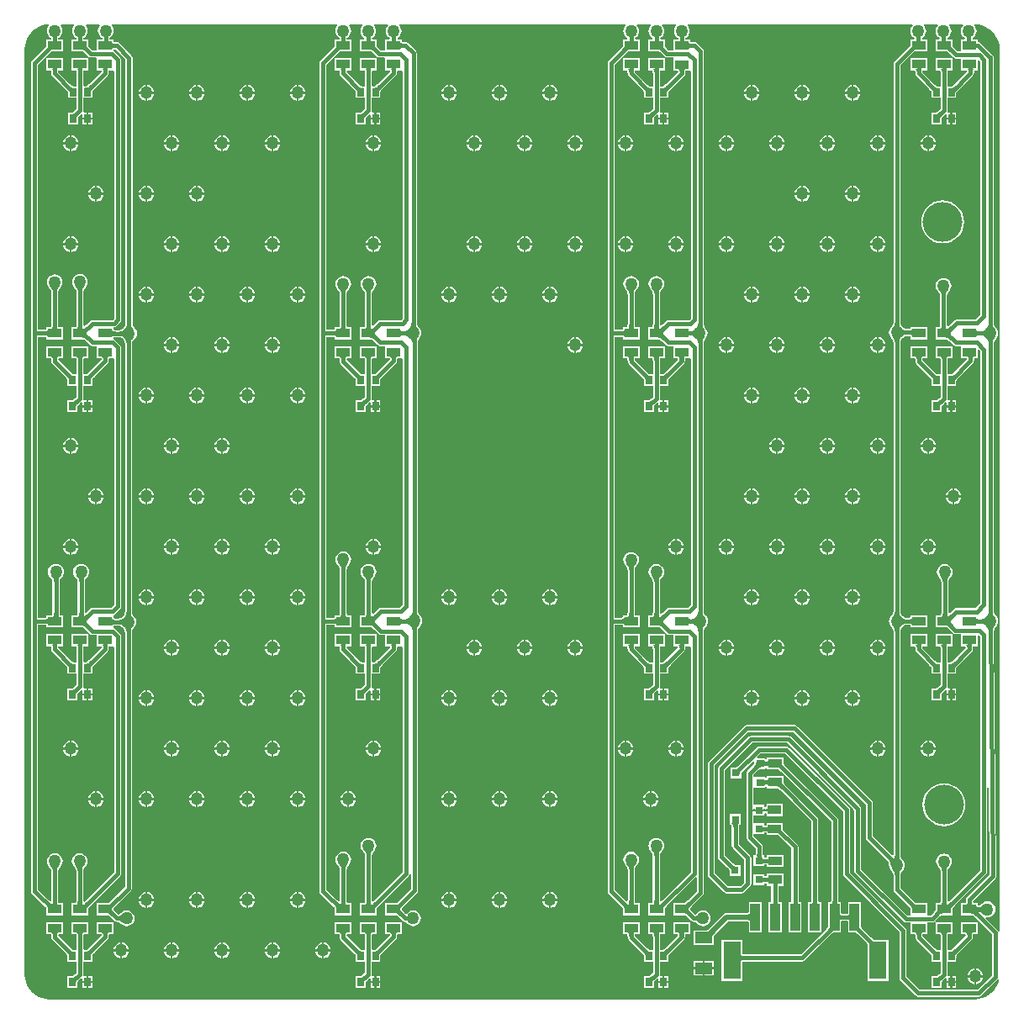
<source format=gtl>
G04*
G04 #@! TF.GenerationSoftware,Altium Limited,Altium Designer,19.1.7 (138)*
G04*
G04 Layer_Physical_Order=1*
G04 Layer_Color=255*
%FSAX25Y25*%
%MOIN*%
G70*
G01*
G75*
%ADD15R,0.03937X0.10630*%
%ADD16R,0.07087X0.14961*%
%ADD17R,0.02756X0.03386*%
%ADD18R,0.05433X0.03622*%
%ADD19R,0.03150X0.03150*%
%ADD20R,0.06500X0.04500*%
%ADD29C,0.01500*%
%ADD30C,0.02000*%
%ADD31C,0.00800*%
%ADD32C,0.15748*%
%ADD33C,0.05000*%
G36*
X0379648Y0380602D02*
Y0379102D01*
X0378884Y0379100D01*
Y0380604D01*
X0379648Y0380602D01*
D02*
G37*
G36*
X0150665Y0381209D02*
X0150710Y0381082D01*
X0150786Y0380969D01*
X0150892Y0380872D01*
X0151028Y0380789D01*
X0151194Y0380722D01*
X0151391Y0380669D01*
X0151618Y0380632D01*
X0151875Y0380609D01*
X0152162Y0380602D01*
Y0379102D01*
X0151875Y0379094D01*
X0151618Y0379072D01*
X0151391Y0379034D01*
X0151194Y0378982D01*
X0151028Y0378914D01*
X0150892Y0378832D01*
X0150786Y0378734D01*
X0150710Y0378622D01*
X0150665Y0378494D01*
X0150650Y0378352D01*
Y0381352D01*
X0150665Y0381209D01*
D02*
G37*
G36*
X0264912Y0381102D02*
X0264958Y0380974D01*
X0265033Y0380862D01*
X0265139Y0380764D01*
X0265275Y0380682D01*
X0265442Y0380614D01*
X0265638Y0380562D01*
X0265865Y0380524D01*
X0266122Y0380502D01*
X0266409Y0380494D01*
Y0378994D01*
X0266122Y0378987D01*
X0265865Y0378964D01*
X0265638Y0378927D01*
X0265442Y0378874D01*
X0265275Y0378807D01*
X0265139Y0378724D01*
X0265033Y0378627D01*
X0264958Y0378514D01*
X0264912Y0378387D01*
X0264897Y0378244D01*
Y0381244D01*
X0264912Y0381102D01*
D02*
G37*
G36*
X0036330Y0381091D02*
X0036375Y0380964D01*
X0036451Y0380851D01*
X0036557Y0380754D01*
X0036693Y0380671D01*
X0036859Y0380604D01*
X0037055Y0380551D01*
X0037282Y0380514D01*
X0037539Y0380491D01*
X0037826Y0380484D01*
Y0378984D01*
X0037539Y0378976D01*
X0037282Y0378954D01*
X0037055Y0378916D01*
X0036859Y0378864D01*
X0036693Y0378796D01*
X0036557Y0378714D01*
X0036451Y0378616D01*
X0036375Y0378504D01*
X0036330Y0378376D01*
X0036314Y0378234D01*
Y0381234D01*
X0036330Y0381091D01*
D02*
G37*
G36*
X0241547Y0378053D02*
X0241431Y0378138D01*
X0241293Y0378180D01*
X0241134D01*
X0240953Y0378138D01*
X0240752Y0378053D01*
X0240529Y0377926D01*
X0240285Y0377756D01*
X0240020Y0377544D01*
X0239426Y0376992D01*
X0238366Y0378053D01*
X0238663Y0378361D01*
X0239129Y0378912D01*
X0239299Y0379156D01*
X0239426Y0379379D01*
X0239511Y0379580D01*
X0239553Y0379761D01*
Y0379920D01*
X0239511Y0380058D01*
X0239426Y0380174D01*
X0241547Y0378053D01*
D02*
G37*
G36*
X0127374D02*
X0127258Y0378138D01*
X0127120Y0378180D01*
X0126961D01*
X0126780Y0378138D01*
X0126579Y0378053D01*
X0126356Y0377926D01*
X0126112Y0377756D01*
X0125847Y0377544D01*
X0125253Y0376992D01*
X0124192Y0378053D01*
X0124489Y0378361D01*
X0124956Y0378912D01*
X0125126Y0379156D01*
X0125253Y0379379D01*
X0125338Y0379580D01*
X0125380Y0379761D01*
Y0379920D01*
X0125338Y0380058D01*
X0125253Y0380174D01*
X0127374Y0378053D01*
D02*
G37*
G36*
X0013039D02*
X0012922Y0378138D01*
X0012784Y0378180D01*
X0012625D01*
X0012445Y0378138D01*
X0012243Y0378053D01*
X0012021Y0377926D01*
X0011777Y0377756D01*
X0011511Y0377544D01*
X0010917Y0376992D01*
X0009857Y0378053D01*
X0010154Y0378361D01*
X0010621Y0378912D01*
X0010790Y0379156D01*
X0010917Y0379379D01*
X0011002Y0379580D01*
X0011045Y0379761D01*
Y0379920D01*
X0011002Y0380058D01*
X0010917Y0380174D01*
X0013039Y0378053D01*
D02*
G37*
G36*
X0259967Y0387855D02*
X0259995Y0387685D01*
X0259518Y0387063D01*
X0259206Y0386309D01*
X0259099Y0385500D01*
X0259206Y0384691D01*
X0259518Y0383937D01*
X0260015Y0383289D01*
X0260663Y0382792D01*
X0260849Y0382715D01*
Y0382155D01*
X0258888D01*
Y0377876D01*
X0256958D01*
X0256391Y0378444D01*
X0256372Y0378495D01*
X0255837Y0379071D01*
X0255653Y0379301D01*
X0255512Y0379503D01*
X0255447Y0379617D01*
Y0380084D01*
X0255485Y0380174D01*
X0255464Y0380224D01*
X0255477Y0380276D01*
X0255447Y0380324D01*
Y0382263D01*
X0253766D01*
X0253666Y0382763D01*
X0253737Y0382792D01*
X0254384Y0383289D01*
X0254881Y0383937D01*
X0255193Y0384691D01*
X0255300Y0385500D01*
X0255193Y0386309D01*
X0254881Y0387063D01*
X0254404Y0387685D01*
X0254433Y0387855D01*
X0254544Y0388185D01*
X0259855D01*
X0259967Y0387855D01*
D02*
G37*
G36*
X0145741D02*
X0145769Y0387685D01*
X0145292Y0387063D01*
X0144980Y0386309D01*
X0144873Y0385500D01*
X0144980Y0384691D01*
X0145292Y0383937D01*
X0145789Y0383289D01*
X0146437Y0382792D01*
X0146507Y0382763D01*
X0146408Y0382263D01*
X0144641D01*
Y0377876D01*
X0142785D01*
X0142217Y0378444D01*
X0142199Y0378495D01*
X0141663Y0379071D01*
X0141480Y0379301D01*
X0141339Y0379503D01*
X0141274Y0379617D01*
Y0380084D01*
X0141311Y0380174D01*
X0141291Y0380224D01*
X0141304Y0380276D01*
X0141274Y0380324D01*
Y0382263D01*
X0139492D01*
X0139393Y0382763D01*
X0139463Y0382792D01*
X0140111Y0383289D01*
X0140608Y0383937D01*
X0140920Y0384691D01*
X0141027Y0385500D01*
X0140920Y0386309D01*
X0140608Y0387063D01*
X0140131Y0387685D01*
X0140159Y0387855D01*
X0140271Y0388185D01*
X0145629D01*
X0145741Y0387855D01*
D02*
G37*
G36*
X0031492Y0387685D02*
X0031092Y0387163D01*
X0030780Y0386409D01*
X0030673Y0385600D01*
X0030780Y0384791D01*
X0031092Y0384037D01*
X0031589Y0383389D01*
X0032237Y0382892D01*
X0032424Y0382815D01*
Y0382263D01*
X0030305D01*
Y0377876D01*
X0028450D01*
X0027882Y0378444D01*
X0027863Y0378495D01*
X0027328Y0379071D01*
X0027144Y0379301D01*
X0027003Y0379503D01*
X0026939Y0379617D01*
Y0380084D01*
X0026976Y0380174D01*
X0026956Y0380224D01*
X0026968Y0380276D01*
X0026939Y0380324D01*
Y0382263D01*
X0024976D01*
Y0382815D01*
X0025163Y0382892D01*
X0025811Y0383389D01*
X0026308Y0384037D01*
X0026620Y0384791D01*
X0026727Y0385600D01*
X0026620Y0386409D01*
X0026308Y0387163D01*
X0025908Y0387685D01*
X0026087Y0388185D01*
X0031313D01*
X0031492Y0387685D01*
D02*
G37*
G36*
X0373741Y0387855D02*
X0373769Y0387685D01*
X0373292Y0387063D01*
X0372980Y0386309D01*
X0372873Y0385500D01*
X0372980Y0384691D01*
X0373292Y0383937D01*
X0373789Y0383289D01*
X0374437Y0382792D01*
X0374507Y0382763D01*
X0374408Y0382263D01*
X0372875D01*
Y0377441D01*
X0372402Y0377377D01*
X0371519D01*
X0370452Y0378444D01*
X0370433Y0378495D01*
X0369898Y0379071D01*
X0369714Y0379301D01*
X0369573Y0379503D01*
X0369508Y0379617D01*
Y0380084D01*
X0369546Y0380174D01*
X0369525Y0380224D01*
X0369538Y0380276D01*
X0369508Y0380324D01*
Y0382263D01*
X0367592D01*
X0367493Y0382763D01*
X0367563Y0382792D01*
X0368211Y0383289D01*
X0368708Y0383937D01*
X0369020Y0384691D01*
X0369127Y0385500D01*
X0369020Y0386309D01*
X0368708Y0387063D01*
X0368231Y0387685D01*
X0368259Y0387855D01*
X0368371Y0388185D01*
X0373629D01*
X0373741Y0387855D01*
D02*
G37*
G36*
X0368811Y0380058D02*
X0368769Y0379920D01*
Y0379761D01*
X0368811Y0379580D01*
X0368896Y0379379D01*
X0369023Y0379156D01*
X0369193Y0378912D01*
X0369405Y0378647D01*
X0369957Y0378053D01*
X0368896Y0376992D01*
X0368589Y0377289D01*
X0368037Y0377756D01*
X0367793Y0377926D01*
X0367570Y0378053D01*
X0367369Y0378138D01*
X0367189Y0378180D01*
X0367030D01*
X0366892Y0378138D01*
X0366775Y0378053D01*
X0368896Y0380174D01*
X0368811Y0380058D01*
D02*
G37*
G36*
X0254750D02*
X0254708Y0379920D01*
Y0379761D01*
X0254750Y0379580D01*
X0254835Y0379379D01*
X0254962Y0379156D01*
X0255132Y0378912D01*
X0255344Y0378647D01*
X0255896Y0378053D01*
X0254835Y0376992D01*
X0254528Y0377289D01*
X0253976Y0377756D01*
X0253732Y0377926D01*
X0253509Y0378053D01*
X0253308Y0378138D01*
X0253128Y0378180D01*
X0252969D01*
X0252831Y0378138D01*
X0252714Y0378053D01*
X0254835Y0380174D01*
X0254750Y0380058D01*
D02*
G37*
G36*
X0140577D02*
X0140535Y0379920D01*
Y0379761D01*
X0140577Y0379580D01*
X0140662Y0379379D01*
X0140789Y0379156D01*
X0140959Y0378912D01*
X0141171Y0378647D01*
X0141723Y0378053D01*
X0140662Y0376992D01*
X0140354Y0377289D01*
X0139803Y0377756D01*
X0139559Y0377926D01*
X0139336Y0378053D01*
X0139135Y0378138D01*
X0138954Y0378180D01*
X0138795D01*
X0138657Y0378138D01*
X0138541Y0378053D01*
X0140662Y0380174D01*
X0140577Y0380058D01*
D02*
G37*
G36*
X0026242D02*
X0026199Y0379920D01*
Y0379761D01*
X0026242Y0379580D01*
X0026327Y0379379D01*
X0026454Y0379156D01*
X0026623Y0378912D01*
X0026836Y0378647D01*
X0027387Y0378053D01*
X0026327Y0376992D01*
X0026019Y0377289D01*
X0025467Y0377756D01*
X0025223Y0377926D01*
X0025001Y0378053D01*
X0024799Y0378138D01*
X0024619Y0378180D01*
X0024460D01*
X0024322Y0378138D01*
X0024205Y0378053D01*
X0026327Y0380174D01*
X0026242Y0380058D01*
D02*
G37*
G36*
X0378055Y0370530D02*
X0377928Y0370485D01*
X0377815Y0370409D01*
X0377718Y0370303D01*
X0377635Y0370167D01*
X0377568Y0370001D01*
X0377515Y0369804D01*
X0377478Y0369578D01*
X0377455Y0369321D01*
X0377448Y0369033D01*
X0375948D01*
X0375940Y0369321D01*
X0375918Y0369578D01*
X0375880Y0369804D01*
X0375828Y0370001D01*
X0375760Y0370167D01*
X0375678Y0370303D01*
X0375580Y0370409D01*
X0375468Y0370485D01*
X0375340Y0370530D01*
X0375198Y0370545D01*
X0378198D01*
X0378055Y0370530D01*
D02*
G37*
G36*
X0367549D02*
X0367422Y0370485D01*
X0367309Y0370409D01*
X0367212Y0370303D01*
X0367129Y0370167D01*
X0367062Y0370001D01*
X0367009Y0369804D01*
X0366972Y0369578D01*
X0366949Y0369321D01*
X0366942Y0369033D01*
X0365442D01*
X0365434Y0369321D01*
X0365412Y0369578D01*
X0365374Y0369804D01*
X0365322Y0370001D01*
X0365254Y0370167D01*
X0365172Y0370303D01*
X0365074Y0370409D01*
X0364962Y0370485D01*
X0364834Y0370530D01*
X0364692Y0370545D01*
X0367692D01*
X0367549Y0370530D01*
D02*
G37*
G36*
X0357549D02*
X0357422Y0370485D01*
X0357309Y0370409D01*
X0357212Y0370303D01*
X0357129Y0370167D01*
X0357062Y0370001D01*
X0357009Y0369804D01*
X0356972Y0369578D01*
X0356949Y0369321D01*
X0356942Y0369033D01*
X0355442D01*
X0355434Y0369321D01*
X0355412Y0369578D01*
X0355374Y0369804D01*
X0355322Y0370001D01*
X0355254Y0370167D01*
X0355172Y0370303D01*
X0355074Y0370409D01*
X0354962Y0370485D01*
X0354834Y0370530D01*
X0354692Y0370545D01*
X0357692D01*
X0357549Y0370530D01*
D02*
G37*
G36*
X0253488D02*
X0253361Y0370485D01*
X0253248Y0370409D01*
X0253151Y0370303D01*
X0253068Y0370167D01*
X0253001Y0370001D01*
X0252948Y0369804D01*
X0252911Y0369578D01*
X0252888Y0369321D01*
X0252881Y0369033D01*
X0251381D01*
X0251373Y0369321D01*
X0251351Y0369578D01*
X0251313Y0369804D01*
X0251261Y0370001D01*
X0251193Y0370167D01*
X0251111Y0370303D01*
X0251013Y0370409D01*
X0250901Y0370485D01*
X0250773Y0370530D01*
X0250631Y0370545D01*
X0253631D01*
X0253488Y0370530D01*
D02*
G37*
G36*
X0243488D02*
X0243361Y0370485D01*
X0243248Y0370409D01*
X0243151Y0370303D01*
X0243068Y0370167D01*
X0243001Y0370001D01*
X0242948Y0369804D01*
X0242911Y0369578D01*
X0242888Y0369321D01*
X0242881Y0369033D01*
X0241381D01*
X0241373Y0369321D01*
X0241351Y0369578D01*
X0241313Y0369804D01*
X0241261Y0370001D01*
X0241193Y0370167D01*
X0241111Y0370303D01*
X0241013Y0370409D01*
X0240901Y0370485D01*
X0240773Y0370530D01*
X0240631Y0370545D01*
X0243631D01*
X0243488Y0370530D01*
D02*
G37*
G36*
X0149315D02*
X0149188Y0370485D01*
X0149075Y0370409D01*
X0148977Y0370303D01*
X0148895Y0370167D01*
X0148828Y0370001D01*
X0148775Y0369804D01*
X0148738Y0369578D01*
X0148715Y0369321D01*
X0148707Y0369033D01*
X0147207D01*
X0147200Y0369321D01*
X0147178Y0369578D01*
X0147140Y0369804D01*
X0147088Y0370001D01*
X0147020Y0370167D01*
X0146938Y0370303D01*
X0146840Y0370409D01*
X0146728Y0370485D01*
X0146600Y0370530D01*
X0146458Y0370545D01*
X0149458D01*
X0149315Y0370530D01*
D02*
G37*
G36*
X0139315D02*
X0139188Y0370485D01*
X0139075Y0370409D01*
X0138978Y0370303D01*
X0138895Y0370167D01*
X0138828Y0370001D01*
X0138775Y0369804D01*
X0138737Y0369578D01*
X0138715Y0369321D01*
X0138707Y0369033D01*
X0137207D01*
X0137200Y0369321D01*
X0137178Y0369578D01*
X0137140Y0369804D01*
X0137088Y0370001D01*
X0137020Y0370167D01*
X0136937Y0370303D01*
X0136840Y0370409D01*
X0136727Y0370485D01*
X0136600Y0370530D01*
X0136458Y0370545D01*
X0139457D01*
X0139315Y0370530D01*
D02*
G37*
G36*
X0129315D02*
X0129188Y0370485D01*
X0129075Y0370409D01*
X0128978Y0370303D01*
X0128895Y0370167D01*
X0128828Y0370001D01*
X0128775Y0369804D01*
X0128737Y0369578D01*
X0128715Y0369321D01*
X0128708Y0369033D01*
X0127208D01*
X0127200Y0369321D01*
X0127178Y0369578D01*
X0127140Y0369804D01*
X0127087Y0370001D01*
X0127020Y0370167D01*
X0126937Y0370303D01*
X0126840Y0370409D01*
X0126727Y0370485D01*
X0126600Y0370530D01*
X0126458Y0370545D01*
X0129457D01*
X0129315Y0370530D01*
D02*
G37*
G36*
X0034980D02*
X0034852Y0370485D01*
X0034740Y0370409D01*
X0034642Y0370303D01*
X0034560Y0370167D01*
X0034492Y0370001D01*
X0034440Y0369804D01*
X0034402Y0369578D01*
X0034380Y0369321D01*
X0034372Y0369033D01*
X0032872D01*
X0032864Y0369321D01*
X0032842Y0369578D01*
X0032805Y0369804D01*
X0032752Y0370001D01*
X0032684Y0370167D01*
X0032602Y0370303D01*
X0032504Y0370409D01*
X0032392Y0370485D01*
X0032265Y0370530D01*
X0032122Y0370545D01*
X0035122D01*
X0034980Y0370530D01*
D02*
G37*
G36*
X0024980D02*
X0024852Y0370485D01*
X0024739Y0370409D01*
X0024642Y0370303D01*
X0024559Y0370167D01*
X0024492Y0370001D01*
X0024440Y0369804D01*
X0024402Y0369578D01*
X0024379Y0369321D01*
X0024372Y0369033D01*
X0022872D01*
X0022864Y0369321D01*
X0022842Y0369578D01*
X0022805Y0369804D01*
X0022752Y0370001D01*
X0022684Y0370167D01*
X0022602Y0370303D01*
X0022504Y0370409D01*
X0022392Y0370485D01*
X0022264Y0370530D01*
X0022122Y0370545D01*
X0025122D01*
X0024980Y0370530D01*
D02*
G37*
G36*
X0014979D02*
X0014852Y0370485D01*
X0014739Y0370409D01*
X0014642Y0370303D01*
X0014559Y0370167D01*
X0014492Y0370001D01*
X0014439Y0369804D01*
X0014402Y0369578D01*
X0014379Y0369321D01*
X0014372Y0369033D01*
X0012872D01*
X0012865Y0369321D01*
X0012842Y0369578D01*
X0012804Y0369804D01*
X0012752Y0370001D01*
X0012685Y0370167D01*
X0012602Y0370303D01*
X0012505Y0370409D01*
X0012392Y0370485D01*
X0012264Y0370530D01*
X0012122Y0370545D01*
X0015122D01*
X0014979Y0370530D01*
D02*
G37*
G36*
X0263562Y0370422D02*
X0263435Y0370377D01*
X0263322Y0370301D01*
X0263225Y0370196D01*
X0263142Y0370059D01*
X0263075Y0369893D01*
X0263022Y0369696D01*
X0262985Y0369470D01*
X0262962Y0369213D01*
X0262955Y0368925D01*
X0261455D01*
X0261447Y0369213D01*
X0261425Y0369470D01*
X0261387Y0369696D01*
X0261335Y0369893D01*
X0261267Y0370059D01*
X0261185Y0370196D01*
X0261087Y0370301D01*
X0260975Y0370377D01*
X0260847Y0370422D01*
X0260705Y0370437D01*
X0263705D01*
X0263562Y0370422D01*
D02*
G37*
G36*
X0363741Y0387855D02*
X0363769Y0387685D01*
X0363292Y0387063D01*
X0362980Y0386309D01*
X0362873Y0385500D01*
X0362980Y0384691D01*
X0363292Y0383937D01*
X0363789Y0383289D01*
X0364437Y0382792D01*
X0364507Y0382763D01*
X0364408Y0382263D01*
X0362875D01*
Y0377441D01*
X0366625D01*
X0366674Y0377411D01*
X0366726Y0377424D01*
X0366775Y0377403D01*
X0366865Y0377441D01*
X0367332D01*
X0367446Y0377376D01*
X0367641Y0377240D01*
X0368153Y0376807D01*
X0368445Y0376525D01*
X0368498Y0376504D01*
X0369976Y0375027D01*
X0369976Y0375027D01*
X0370422Y0374728D01*
X0370949Y0374623D01*
X0370949Y0374623D01*
X0372875D01*
Y0369921D01*
X0375089D01*
X0375129Y0369899D01*
X0375165Y0369896D01*
X0375178Y0369875D01*
X0375211Y0369794D01*
X0375244Y0369667D01*
X0375273Y0369496D01*
X0375278Y0369438D01*
X0370384Y0364544D01*
X0370333Y0364525D01*
X0369729Y0363962D01*
X0369490Y0363769D01*
X0369282Y0363622D01*
X0369247Y0363601D01*
X0368781D01*
X0368751Y0363620D01*
X0368696Y0363606D01*
X0368643Y0363627D01*
X0368585Y0363601D01*
X0367568D01*
Y0368965D01*
X0367591Y0369016D01*
X0367598Y0369284D01*
X0367617Y0369496D01*
X0367645Y0369667D01*
X0367679Y0369794D01*
X0367711Y0369875D01*
X0367724Y0369896D01*
X0367760Y0369899D01*
X0367800Y0369921D01*
X0369508D01*
Y0374743D01*
X0362875D01*
Y0369921D01*
X0364583D01*
X0364623Y0369899D01*
X0364659Y0369896D01*
X0364672Y0369875D01*
X0364705Y0369794D01*
X0364739Y0369667D01*
X0364767Y0369496D01*
X0364786Y0369284D01*
X0364792Y0369016D01*
X0364815Y0368965D01*
Y0363601D01*
X0364174D01*
X0364146Y0363619D01*
X0364094Y0363606D01*
X0364044Y0363627D01*
X0363982Y0363601D01*
X0363479D01*
X0363377Y0363661D01*
X0363181Y0363798D01*
X0362667Y0364234D01*
X0362373Y0364517D01*
X0362320Y0364538D01*
X0357597Y0369261D01*
X0357598Y0369284D01*
X0357616Y0369496D01*
X0357645Y0369667D01*
X0357679Y0369794D01*
X0357712Y0369875D01*
X0357724Y0369896D01*
X0357760Y0369899D01*
X0357800Y0369921D01*
X0359508D01*
Y0374743D01*
X0352875D01*
Y0369921D01*
X0354583D01*
X0354623Y0369899D01*
X0354659Y0369896D01*
X0354672Y0369875D01*
X0354705Y0369794D01*
X0354739Y0369667D01*
X0354767Y0369496D01*
X0354785Y0369284D01*
X0354792Y0369016D01*
X0354815Y0368965D01*
Y0368720D01*
X0354920Y0368193D01*
X0355218Y0367747D01*
X0360367Y0362598D01*
X0360386Y0362547D01*
X0360924Y0361969D01*
X0361109Y0361738D01*
X0361251Y0361535D01*
X0361310Y0361432D01*
Y0360930D01*
X0361285Y0360868D01*
X0361305Y0360818D01*
X0361293Y0360765D01*
X0361310Y0360737D01*
Y0359016D01*
X0364815D01*
Y0354664D01*
X0364263Y0354112D01*
X0364212Y0354093D01*
X0363633Y0353555D01*
X0363403Y0353370D01*
X0363199Y0353227D01*
X0363097Y0353169D01*
X0362594D01*
X0362533Y0353194D01*
X0362483Y0353173D01*
X0362430Y0353186D01*
X0362402Y0353169D01*
X0361310D01*
Y0348583D01*
X0365266D01*
Y0350304D01*
X0365283Y0350332D01*
X0365271Y0350385D01*
X0365292Y0350435D01*
X0365266Y0350497D01*
Y0350999D01*
X0365325Y0351101D01*
X0365462Y0351298D01*
X0365898Y0351812D01*
X0366182Y0352105D01*
X0366203Y0352159D01*
X0366655Y0352611D01*
X0367117Y0352420D01*
Y0351276D01*
X0368695D01*
Y0353169D01*
X0367798D01*
X0367671Y0353320D01*
X0367483Y0353668D01*
X0367568Y0354094D01*
Y0359016D01*
X0371073D01*
Y0360427D01*
X0371092Y0360457D01*
X0371073Y0360531D01*
Y0361087D01*
X0371076Y0361094D01*
X0371171Y0361259D01*
X0371304Y0361451D01*
X0371720Y0361945D01*
X0371989Y0362224D01*
X0372010Y0362277D01*
X0377671Y0367938D01*
X0377969Y0368384D01*
X0378074Y0368911D01*
Y0368965D01*
X0378097Y0369016D01*
X0378104Y0369284D01*
X0378122Y0369496D01*
X0378151Y0369667D01*
X0378185Y0369794D01*
X0378217Y0369875D01*
X0378230Y0369896D01*
X0378266Y0369899D01*
X0378306Y0369921D01*
X0379508D01*
Y0373938D01*
X0380008Y0374145D01*
X0380624Y0373530D01*
Y0272970D01*
X0378730Y0271076D01*
X0371100D01*
X0370573Y0270972D01*
X0370127Y0270673D01*
X0368486Y0269033D01*
X0368436Y0269014D01*
X0367927Y0268542D01*
X0367864Y0268538D01*
X0367692Y0268569D01*
X0367484Y0268684D01*
X0367406Y0268755D01*
X0367399Y0268995D01*
X0367376Y0269046D01*
Y0280538D01*
X0367399Y0280586D01*
X0367407Y0280779D01*
X0367429Y0280940D01*
X0367466Y0281100D01*
X0367519Y0281260D01*
X0367587Y0281420D01*
X0367673Y0281583D01*
X0367776Y0281747D01*
X0367899Y0281913D01*
X0368042Y0282081D01*
X0368218Y0282264D01*
X0368245Y0282333D01*
X0368708Y0282937D01*
X0369020Y0283691D01*
X0369127Y0284500D01*
X0369020Y0285309D01*
X0368708Y0286063D01*
X0368211Y0286711D01*
X0367563Y0287208D01*
X0366809Y0287520D01*
X0366000Y0287627D01*
X0365191Y0287520D01*
X0364437Y0287208D01*
X0363789Y0286711D01*
X0363292Y0286063D01*
X0362980Y0285309D01*
X0362873Y0284500D01*
X0362980Y0283691D01*
X0363292Y0282937D01*
X0363755Y0282333D01*
X0363782Y0282264D01*
X0363958Y0282082D01*
X0364101Y0281913D01*
X0364224Y0281747D01*
X0364327Y0281583D01*
X0364413Y0281420D01*
X0364481Y0281260D01*
X0364534Y0281100D01*
X0364570Y0280940D01*
X0364593Y0280779D01*
X0364601Y0280586D01*
X0364623Y0280538D01*
Y0269046D01*
X0364601Y0268995D01*
X0364594Y0268727D01*
X0364575Y0268515D01*
X0364547Y0268344D01*
X0364513Y0268217D01*
X0364480Y0268136D01*
X0364468Y0268115D01*
X0364432Y0268111D01*
X0364391Y0268090D01*
X0362875D01*
Y0263268D01*
X0366653D01*
X0366705Y0263237D01*
X0366757Y0263250D01*
X0366806Y0263230D01*
X0366894Y0263268D01*
X0367359D01*
X0367467Y0263206D01*
X0367663Y0263070D01*
X0368176Y0262635D01*
X0368469Y0262352D01*
X0368471Y0262351D01*
X0368472Y0262349D01*
X0368524Y0262329D01*
X0369827Y0261027D01*
X0369827Y0261027D01*
X0370273Y0260728D01*
X0370800Y0260624D01*
X0370800Y0260624D01*
X0372397D01*
X0372875Y0260570D01*
Y0255748D01*
X0375089D01*
X0375129Y0255726D01*
X0375165Y0255722D01*
X0375178Y0255702D01*
X0375211Y0255621D01*
X0375244Y0255494D01*
X0375273Y0255323D01*
X0375278Y0255265D01*
X0370384Y0250371D01*
X0370333Y0250352D01*
X0369729Y0249789D01*
X0369490Y0249595D01*
X0369282Y0249449D01*
X0369247Y0249428D01*
X0368781D01*
X0368751Y0249447D01*
X0368696Y0249433D01*
X0368643Y0249454D01*
X0368585Y0249428D01*
X0367568D01*
Y0254792D01*
X0367591Y0254843D01*
X0367598Y0255110D01*
X0367617Y0255323D01*
X0367645Y0255494D01*
X0367679Y0255621D01*
X0367711Y0255702D01*
X0367724Y0255722D01*
X0367760Y0255726D01*
X0367800Y0255748D01*
X0369508D01*
Y0260570D01*
X0362875D01*
Y0255748D01*
X0364583D01*
X0364623Y0255726D01*
X0364659Y0255722D01*
X0364672Y0255702D01*
X0364705Y0255621D01*
X0364739Y0255494D01*
X0364767Y0255323D01*
X0364786Y0255110D01*
X0364792Y0254843D01*
X0364815Y0254792D01*
Y0249428D01*
X0364174D01*
X0364146Y0249446D01*
X0364094Y0249433D01*
X0364044Y0249454D01*
X0363982Y0249428D01*
X0363479D01*
X0363377Y0249487D01*
X0363181Y0249624D01*
X0362667Y0250060D01*
X0362373Y0250344D01*
X0362320Y0250365D01*
X0357597Y0255088D01*
X0357598Y0255110D01*
X0357616Y0255323D01*
X0357645Y0255494D01*
X0357679Y0255621D01*
X0357712Y0255702D01*
X0357724Y0255722D01*
X0357760Y0255726D01*
X0357800Y0255748D01*
X0359508D01*
Y0260570D01*
X0352875D01*
Y0255748D01*
X0354583D01*
X0354623Y0255726D01*
X0354659Y0255722D01*
X0354672Y0255702D01*
X0354705Y0255621D01*
X0354739Y0255494D01*
X0354767Y0255323D01*
X0354785Y0255110D01*
X0354792Y0254843D01*
X0354815Y0254792D01*
Y0254547D01*
X0354920Y0254020D01*
X0355218Y0253573D01*
X0360367Y0248425D01*
X0360386Y0248374D01*
X0360924Y0247795D01*
X0361109Y0247565D01*
X0361251Y0247361D01*
X0361310Y0247259D01*
Y0246756D01*
X0361285Y0246695D01*
X0361305Y0246645D01*
X0361293Y0246592D01*
X0361310Y0246564D01*
Y0244842D01*
X0364815D01*
Y0240491D01*
X0364263Y0239938D01*
X0364212Y0239919D01*
X0363633Y0239382D01*
X0363403Y0239196D01*
X0363199Y0239054D01*
X0363097Y0238995D01*
X0362594D01*
X0362533Y0239021D01*
X0362483Y0239000D01*
X0362430Y0239012D01*
X0362402Y0238995D01*
X0361310D01*
Y0234409D01*
X0365266D01*
Y0236131D01*
X0365283Y0236159D01*
X0365271Y0236212D01*
X0365292Y0236262D01*
X0365266Y0236323D01*
Y0236826D01*
X0365325Y0236928D01*
X0365462Y0237124D01*
X0365898Y0237638D01*
X0366182Y0237932D01*
X0366203Y0237985D01*
X0366655Y0238438D01*
X0367117Y0238246D01*
Y0237102D01*
X0368695D01*
Y0238995D01*
X0367753D01*
X0367483Y0239495D01*
X0367568Y0239921D01*
Y0244842D01*
X0371073D01*
Y0246254D01*
X0371092Y0246284D01*
X0371073Y0246357D01*
Y0246914D01*
X0371076Y0246920D01*
X0371171Y0247086D01*
X0371304Y0247277D01*
X0371720Y0247772D01*
X0371989Y0248050D01*
X0372010Y0248104D01*
X0377671Y0253764D01*
X0377969Y0254211D01*
X0378074Y0254738D01*
Y0254792D01*
X0378097Y0254843D01*
X0378104Y0255110D01*
X0378122Y0255323D01*
X0378151Y0255494D01*
X0378185Y0255621D01*
X0378217Y0255702D01*
X0378230Y0255722D01*
X0378266Y0255726D01*
X0378306Y0255748D01*
X0379508D01*
Y0259192D01*
X0379970Y0259383D01*
X0380624Y0258730D01*
Y0158670D01*
X0378630Y0156676D01*
X0370892D01*
X0370892Y0156676D01*
X0370365Y0156572D01*
X0369918Y0156273D01*
X0368505Y0154860D01*
X0368454Y0154841D01*
X0368400Y0154791D01*
X0368156Y0154806D01*
X0368149Y0154807D01*
X0367877Y0154987D01*
Y0167038D01*
X0367899Y0167086D01*
X0367908Y0167279D01*
X0367930Y0167440D01*
X0367966Y0167600D01*
X0368019Y0167760D01*
X0368087Y0167920D01*
X0368173Y0168083D01*
X0368276Y0168247D01*
X0368399Y0168413D01*
X0368542Y0168581D01*
X0368718Y0168764D01*
X0368745Y0168833D01*
X0369208Y0169437D01*
X0369520Y0170191D01*
X0369627Y0171000D01*
X0369520Y0171809D01*
X0369208Y0172563D01*
X0368711Y0173211D01*
X0368063Y0173708D01*
X0367309Y0174020D01*
X0366500Y0174127D01*
X0365691Y0174020D01*
X0364937Y0173708D01*
X0364289Y0173211D01*
X0363792Y0172563D01*
X0363480Y0171809D01*
X0363373Y0171000D01*
X0363480Y0170191D01*
X0363792Y0169437D01*
X0364255Y0168833D01*
X0364282Y0168764D01*
X0364458Y0168581D01*
X0364601Y0168413D01*
X0364724Y0168247D01*
X0364827Y0168083D01*
X0364913Y0167920D01*
X0364982Y0167760D01*
X0365034Y0167600D01*
X0365071Y0167440D01*
X0365092Y0167279D01*
X0365101Y0167086D01*
X0365124Y0167038D01*
Y0154873D01*
X0365101Y0154821D01*
X0365094Y0154554D01*
X0365075Y0154341D01*
X0365047Y0154170D01*
X0365013Y0154043D01*
X0364980Y0153963D01*
X0364968Y0153942D01*
X0364932Y0153938D01*
X0364891Y0153917D01*
X0362875D01*
Y0149094D01*
X0366625D01*
X0366674Y0149065D01*
X0366726Y0149077D01*
X0366775Y0149057D01*
X0366865Y0149094D01*
X0367332D01*
X0367446Y0149030D01*
X0367641Y0148894D01*
X0368153Y0148461D01*
X0368445Y0148179D01*
X0368498Y0148158D01*
X0369729Y0146927D01*
X0370176Y0146628D01*
X0370703Y0146524D01*
X0372428D01*
X0372875Y0146397D01*
X0372875Y0146023D01*
Y0141575D01*
X0374583D01*
X0374623Y0141553D01*
X0374659Y0141549D01*
X0374672Y0141528D01*
X0374705Y0141448D01*
X0374739Y0141321D01*
X0374767Y0141150D01*
X0374785Y0140937D01*
X0374786Y0140914D01*
X0370070Y0136198D01*
X0370019Y0136179D01*
X0369440Y0135642D01*
X0369210Y0135456D01*
X0369006Y0135314D01*
X0368904Y0135255D01*
X0368401D01*
X0368340Y0135281D01*
X0368290Y0135260D01*
X0368237Y0135272D01*
X0368209Y0135255D01*
X0367568D01*
Y0140619D01*
X0367591Y0140670D01*
X0367598Y0140937D01*
X0367617Y0141150D01*
X0367645Y0141321D01*
X0367679Y0141448D01*
X0367711Y0141528D01*
X0367724Y0141549D01*
X0367760Y0141553D01*
X0367800Y0141575D01*
X0369508D01*
Y0146397D01*
X0362875D01*
Y0141575D01*
X0364583D01*
X0364623Y0141553D01*
X0364659Y0141549D01*
X0364672Y0141528D01*
X0364705Y0141448D01*
X0364739Y0141321D01*
X0364767Y0141150D01*
X0364786Y0140937D01*
X0364792Y0140670D01*
X0364815Y0140619D01*
Y0135255D01*
X0364174D01*
X0364146Y0135272D01*
X0364094Y0135260D01*
X0364044Y0135281D01*
X0363982Y0135255D01*
X0363479D01*
X0363377Y0135314D01*
X0363181Y0135451D01*
X0362667Y0135887D01*
X0362373Y0136171D01*
X0362320Y0136192D01*
X0357597Y0140915D01*
X0357598Y0140937D01*
X0357616Y0141150D01*
X0357645Y0141321D01*
X0357679Y0141448D01*
X0357712Y0141528D01*
X0357724Y0141549D01*
X0357760Y0141553D01*
X0357800Y0141575D01*
X0359508D01*
Y0146397D01*
X0352875D01*
Y0141575D01*
X0354583D01*
X0354623Y0141553D01*
X0354659Y0141549D01*
X0354672Y0141528D01*
X0354705Y0141448D01*
X0354739Y0141321D01*
X0354767Y0141150D01*
X0354785Y0140937D01*
X0354792Y0140670D01*
X0354815Y0140619D01*
Y0140374D01*
X0354920Y0139847D01*
X0355218Y0139400D01*
X0360367Y0134252D01*
X0360386Y0134201D01*
X0360924Y0133622D01*
X0361109Y0133392D01*
X0361251Y0133188D01*
X0361310Y0133086D01*
Y0132583D01*
X0361285Y0132522D01*
X0361305Y0132472D01*
X0361293Y0132419D01*
X0361310Y0132391D01*
Y0130669D01*
X0364815D01*
Y0126318D01*
X0364263Y0125765D01*
X0364212Y0125746D01*
X0363633Y0125208D01*
X0363403Y0125023D01*
X0363199Y0124881D01*
X0363097Y0124822D01*
X0362594D01*
X0362533Y0124847D01*
X0362483Y0124827D01*
X0362430Y0124839D01*
X0362402Y0124822D01*
X0361310D01*
Y0120236D01*
X0365266D01*
Y0121958D01*
X0365283Y0121986D01*
X0365271Y0122039D01*
X0365292Y0122089D01*
X0365266Y0122150D01*
Y0122653D01*
X0365325Y0122755D01*
X0365462Y0122951D01*
X0365898Y0123465D01*
X0366182Y0123759D01*
X0366203Y0123812D01*
X0366655Y0124265D01*
X0367117Y0124073D01*
Y0122929D01*
X0368695D01*
Y0124822D01*
X0367753D01*
X0367483Y0125322D01*
X0367568Y0125748D01*
Y0130669D01*
X0371073D01*
Y0132391D01*
X0371091Y0132419D01*
X0371078Y0132472D01*
X0371099Y0132522D01*
X0371073Y0132583D01*
Y0133086D01*
X0371132Y0133188D01*
X0371269Y0133384D01*
X0371705Y0133898D01*
X0371989Y0134192D01*
X0372010Y0134245D01*
X0377165Y0139400D01*
X0377463Y0139847D01*
X0377568Y0140374D01*
Y0140619D01*
X0377591Y0140670D01*
X0377598Y0140937D01*
X0377617Y0141150D01*
X0377645Y0141321D01*
X0377679Y0141448D01*
X0377712Y0141528D01*
X0377724Y0141549D01*
X0377760Y0141553D01*
X0377800Y0141575D01*
X0379508D01*
Y0145838D01*
X0380008Y0146045D01*
X0380624Y0145430D01*
Y0052855D01*
X0368505Y0040736D01*
X0368454Y0040717D01*
X0368103Y0040391D01*
X0367974Y0040401D01*
X0367594Y0040600D01*
X0367591Y0040698D01*
X0367568Y0040749D01*
Y0052317D01*
X0367590Y0052365D01*
X0367599Y0052558D01*
X0367621Y0052719D01*
X0367658Y0052879D01*
X0367710Y0053039D01*
X0367779Y0053200D01*
X0367864Y0053362D01*
X0367968Y0053526D01*
X0368091Y0053693D01*
X0368234Y0053861D01*
X0368410Y0054044D01*
X0368437Y0054113D01*
X0368899Y0054716D01*
X0369212Y0055470D01*
X0369318Y0056279D01*
X0369212Y0057089D01*
X0368899Y0057843D01*
X0368403Y0058490D01*
X0367755Y0058987D01*
X0367001Y0059299D01*
X0366192Y0059406D01*
X0365382Y0059299D01*
X0364628Y0058987D01*
X0363981Y0058490D01*
X0363484Y0057843D01*
X0363172Y0057089D01*
X0363065Y0056279D01*
X0363172Y0055470D01*
X0363484Y0054716D01*
X0363947Y0054113D01*
X0363974Y0054044D01*
X0364150Y0053861D01*
X0364292Y0053693D01*
X0364415Y0053526D01*
X0364519Y0053362D01*
X0364605Y0053200D01*
X0364673Y0053039D01*
X0364725Y0052879D01*
X0364762Y0052719D01*
X0364784Y0052558D01*
X0364793Y0052365D01*
X0364815Y0052317D01*
Y0040749D01*
X0364792Y0040698D01*
X0364786Y0040431D01*
X0364767Y0040218D01*
X0364739Y0040047D01*
X0364705Y0039920D01*
X0364672Y0039839D01*
X0364659Y0039819D01*
X0364623Y0039815D01*
X0364583Y0039793D01*
X0362875D01*
Y0037722D01*
X0362854Y0037684D01*
X0362869Y0037631D01*
X0362850Y0037579D01*
X0362875Y0037526D01*
Y0037036D01*
X0362828Y0036954D01*
X0362689Y0036756D01*
X0362248Y0036237D01*
X0361960Y0035939D01*
X0361950Y0035915D01*
X0361928Y0035903D01*
X0361915Y0035861D01*
X0360930Y0034876D01*
X0359969D01*
X0359508Y0034971D01*
Y0039793D01*
X0355758D01*
X0355710Y0039822D01*
X0355658Y0039810D01*
X0355609Y0039830D01*
X0355518Y0039793D01*
X0355051D01*
X0354938Y0039858D01*
X0354742Y0039993D01*
X0354230Y0040427D01*
X0353938Y0040709D01*
X0353885Y0040730D01*
X0348877Y0045738D01*
Y0050838D01*
X0348899Y0050886D01*
X0348907Y0051079D01*
X0348930Y0051240D01*
X0348966Y0051400D01*
X0349019Y0051560D01*
X0349087Y0051720D01*
X0349173Y0051883D01*
X0349276Y0052047D01*
X0349399Y0052213D01*
X0349542Y0052381D01*
X0349718Y0052564D01*
X0349745Y0052634D01*
X0350208Y0053237D01*
X0350520Y0053991D01*
X0350627Y0054800D01*
X0350520Y0055609D01*
X0350208Y0056363D01*
X0349745Y0056967D01*
X0349718Y0057036D01*
X0349542Y0057218D01*
X0349399Y0057387D01*
X0349276Y0057553D01*
X0349173Y0057717D01*
X0349087Y0057880D01*
X0349019Y0058040D01*
X0348966Y0058200D01*
X0348930Y0058360D01*
X0348907Y0058521D01*
X0348899Y0058714D01*
X0348877Y0058762D01*
Y0147538D01*
X0348899Y0147586D01*
X0348907Y0147779D01*
X0348930Y0147940D01*
X0348966Y0148100D01*
X0349019Y0148260D01*
X0349087Y0148421D01*
X0349173Y0148583D01*
X0349276Y0148747D01*
X0349399Y0148913D01*
X0349542Y0149081D01*
X0349718Y0149264D01*
X0349723Y0149277D01*
X0349736Y0149282D01*
X0349919Y0149458D01*
X0350087Y0149601D01*
X0350253Y0149724D01*
X0350417Y0149827D01*
X0350580Y0149913D01*
X0350740Y0149981D01*
X0350900Y0150034D01*
X0351060Y0150071D01*
X0351221Y0150093D01*
X0351414Y0150101D01*
X0351462Y0150124D01*
X0351919D01*
X0351970Y0150101D01*
X0352235Y0150094D01*
X0352445Y0150075D01*
X0352614Y0150047D01*
X0352739Y0150013D01*
X0352818Y0149981D01*
X0352837Y0149969D01*
X0352841Y0149932D01*
X0352875Y0149870D01*
Y0149094D01*
X0359508D01*
Y0153917D01*
X0352875D01*
Y0153130D01*
X0352841Y0153068D01*
X0352837Y0153031D01*
X0352818Y0153019D01*
X0352739Y0152987D01*
X0352614Y0152953D01*
X0352445Y0152925D01*
X0352235Y0152906D01*
X0351970Y0152899D01*
X0351919Y0152876D01*
X0351462D01*
X0351414Y0152899D01*
X0351221Y0152907D01*
X0351060Y0152929D01*
X0350900Y0152966D01*
X0350740Y0153019D01*
X0350580Y0153087D01*
X0350417Y0153173D01*
X0350253Y0153276D01*
X0350087Y0153399D01*
X0349919Y0153542D01*
X0349736Y0153718D01*
X0349723Y0153723D01*
X0349718Y0153736D01*
X0349542Y0153919D01*
X0349399Y0154087D01*
X0349276Y0154253D01*
X0349173Y0154417D01*
X0349087Y0154579D01*
X0349019Y0154740D01*
X0348966Y0154900D01*
X0348930Y0155060D01*
X0348907Y0155221D01*
X0348899Y0155414D01*
X0348877Y0155462D01*
Y0262038D01*
X0348899Y0262086D01*
X0348907Y0262279D01*
X0348930Y0262440D01*
X0348966Y0262600D01*
X0349019Y0262760D01*
X0349087Y0262920D01*
X0349173Y0263083D01*
X0349276Y0263247D01*
X0349399Y0263413D01*
X0349542Y0263581D01*
X0349718Y0263764D01*
X0349723Y0263777D01*
X0349736Y0263782D01*
X0349919Y0263958D01*
X0350087Y0264101D01*
X0350253Y0264224D01*
X0350417Y0264327D01*
X0350580Y0264413D01*
X0350740Y0264481D01*
X0350900Y0264534D01*
X0351060Y0264570D01*
X0351221Y0264593D01*
X0351414Y0264601D01*
X0351462Y0264623D01*
X0351919D01*
X0351970Y0264601D01*
X0352235Y0264594D01*
X0352445Y0264575D01*
X0352614Y0264547D01*
X0352739Y0264513D01*
X0352818Y0264481D01*
X0352837Y0264469D01*
X0352841Y0264432D01*
X0352875Y0264370D01*
Y0263268D01*
X0359508D01*
Y0268090D01*
X0353619D01*
X0353557Y0268123D01*
X0353521Y0268113D01*
X0353487Y0268127D01*
X0353397Y0268090D01*
X0352875D01*
Y0267609D01*
X0352841Y0267548D01*
X0352839Y0267525D01*
X0352825Y0267517D01*
X0352745Y0267485D01*
X0352618Y0267452D01*
X0352448Y0267424D01*
X0352236Y0267406D01*
X0351971Y0267399D01*
X0351919Y0267376D01*
X0351462D01*
X0351414Y0267399D01*
X0351221Y0267407D01*
X0351060Y0267429D01*
X0350900Y0267466D01*
X0350740Y0267519D01*
X0350580Y0267587D01*
X0350417Y0267673D01*
X0350253Y0267776D01*
X0350087Y0267899D01*
X0349919Y0268042D01*
X0349736Y0268218D01*
X0349723Y0268223D01*
X0349718Y0268236D01*
X0349542Y0268419D01*
X0349399Y0268587D01*
X0349276Y0268753D01*
X0349173Y0268917D01*
X0349087Y0269079D01*
X0349019Y0269240D01*
X0348966Y0269400D01*
X0348930Y0269560D01*
X0348907Y0269721D01*
X0348899Y0269914D01*
X0348877Y0269962D01*
Y0371930D01*
X0354387Y0377441D01*
X0359508D01*
Y0382263D01*
X0357592D01*
X0357493Y0382763D01*
X0357563Y0382792D01*
X0358211Y0383289D01*
X0358708Y0383937D01*
X0359020Y0384691D01*
X0359127Y0385500D01*
X0359020Y0386309D01*
X0358708Y0387063D01*
X0358231Y0387685D01*
X0358259Y0387855D01*
X0358371Y0388185D01*
X0363629D01*
X0363741Y0387855D01*
D02*
G37*
G36*
X0353741D02*
X0353769Y0387685D01*
X0353292Y0387063D01*
X0352980Y0386309D01*
X0352873Y0385500D01*
X0352980Y0384691D01*
X0353292Y0383937D01*
X0353789Y0383289D01*
X0354437Y0382792D01*
X0354507Y0382763D01*
X0354408Y0382263D01*
X0352875D01*
Y0379822D01*
X0346527Y0373473D01*
X0346228Y0373027D01*
X0346124Y0372500D01*
Y0269962D01*
X0346101Y0269914D01*
X0346093Y0269721D01*
X0346071Y0269560D01*
X0346034Y0269400D01*
X0345981Y0269240D01*
X0345913Y0269079D01*
X0345827Y0268917D01*
X0345724Y0268753D01*
X0345601Y0268587D01*
X0345458Y0268419D01*
X0345282Y0268236D01*
X0345255Y0268166D01*
X0344792Y0267563D01*
X0344480Y0266809D01*
X0344373Y0266000D01*
X0344480Y0265191D01*
X0344792Y0264437D01*
X0345255Y0263833D01*
X0345282Y0263764D01*
X0345458Y0263581D01*
X0345601Y0263413D01*
X0345724Y0263247D01*
X0345827Y0263083D01*
X0345913Y0262920D01*
X0345982Y0262760D01*
X0346034Y0262600D01*
X0346071Y0262440D01*
X0346093Y0262279D01*
X0346101Y0262086D01*
X0346124Y0262038D01*
Y0155462D01*
X0346101Y0155414D01*
X0346093Y0155221D01*
X0346071Y0155060D01*
X0346034Y0154900D01*
X0345981Y0154740D01*
X0345913Y0154579D01*
X0345827Y0154417D01*
X0345724Y0154253D01*
X0345601Y0154087D01*
X0345458Y0153919D01*
X0345282Y0153736D01*
X0345255Y0153666D01*
X0344792Y0153063D01*
X0344480Y0152309D01*
X0344373Y0151500D01*
X0344480Y0150691D01*
X0344792Y0149937D01*
X0345255Y0149334D01*
X0345282Y0149264D01*
X0345458Y0149082D01*
X0345601Y0148913D01*
X0345724Y0148747D01*
X0345827Y0148583D01*
X0345913Y0148421D01*
X0345982Y0148260D01*
X0346034Y0148100D01*
X0346071Y0147940D01*
X0346093Y0147779D01*
X0346101Y0147586D01*
X0346124Y0147538D01*
Y0058867D01*
X0345890Y0058687D01*
X0345598Y0058649D01*
X0337877Y0066370D01*
Y0079500D01*
X0337772Y0080027D01*
X0337473Y0080473D01*
X0307973Y0109973D01*
X0307527Y0110272D01*
X0307000Y0110376D01*
X0288000D01*
X0287473Y0110272D01*
X0287027Y0109973D01*
X0273027Y0095973D01*
X0272728Y0095527D01*
X0272623Y0095000D01*
Y0051000D01*
X0272728Y0050473D01*
X0273027Y0050027D01*
X0279027Y0044027D01*
X0279473Y0043728D01*
X0280000Y0043624D01*
X0286000D01*
X0286527Y0043728D01*
X0286973Y0044027D01*
X0289352Y0046405D01*
X0289650Y0046852D01*
X0289755Y0047379D01*
Y0057657D01*
X0289650Y0058183D01*
X0289352Y0058630D01*
X0284796Y0063186D01*
Y0069763D01*
X0284819Y0069814D01*
X0284826Y0070081D01*
X0284844Y0070294D01*
X0284873Y0070465D01*
X0284907Y0070592D01*
X0284939Y0070673D01*
X0284952Y0070693D01*
X0284988Y0070697D01*
X0285028Y0070719D01*
X0285595D01*
Y0075068D01*
X0281245D01*
Y0070719D01*
X0281811D01*
X0281851Y0070697D01*
X0281887Y0070693D01*
X0281900Y0070673D01*
X0281933Y0070592D01*
X0281967Y0070465D01*
X0281995Y0070294D01*
X0282014Y0070081D01*
X0282020Y0069814D01*
X0282043Y0069763D01*
Y0062616D01*
X0282148Y0062089D01*
X0282446Y0061642D01*
X0287002Y0057086D01*
Y0047949D01*
X0285430Y0046376D01*
X0280570D01*
X0275377Y0051570D01*
Y0094430D01*
X0288570Y0107624D01*
X0306430D01*
X0335123Y0078930D01*
Y0065800D01*
X0335228Y0065273D01*
X0335527Y0064827D01*
X0343725Y0056628D01*
X0343743Y0056578D01*
X0343874Y0056436D01*
X0343972Y0056306D01*
X0344059Y0056167D01*
X0344135Y0056017D01*
X0344200Y0055855D01*
X0344254Y0055680D01*
X0344297Y0055490D01*
X0344328Y0055286D01*
X0344346Y0055066D01*
X0344351Y0054813D01*
X0344381Y0054744D01*
X0344480Y0053991D01*
X0344792Y0053237D01*
X0345255Y0052634D01*
X0345282Y0052564D01*
X0345458Y0052381D01*
X0345601Y0052213D01*
X0345724Y0052047D01*
X0345827Y0051883D01*
X0345913Y0051720D01*
X0345982Y0051560D01*
X0346034Y0051400D01*
X0346071Y0051240D01*
X0346093Y0051079D01*
X0346101Y0050886D01*
X0346124Y0050838D01*
Y0045168D01*
X0346228Y0044641D01*
X0346527Y0044195D01*
X0351932Y0038790D01*
X0351951Y0038739D01*
X0352486Y0038162D01*
X0352670Y0037933D01*
X0352810Y0037731D01*
X0352875Y0037617D01*
Y0037150D01*
X0352838Y0037060D01*
X0352858Y0037010D01*
X0352846Y0036958D01*
X0352875Y0036910D01*
Y0034971D01*
X0352414Y0034876D01*
X0351670D01*
X0333377Y0053170D01*
Y0077200D01*
X0333272Y0077727D01*
X0332973Y0078173D01*
X0305473Y0105673D01*
X0305027Y0105972D01*
X0304500Y0106076D01*
X0289700D01*
X0289173Y0105972D01*
X0288727Y0105673D01*
X0277027Y0093973D01*
X0276728Y0093527D01*
X0276624Y0093000D01*
Y0058167D01*
X0276728Y0057640D01*
X0277027Y0057194D01*
X0280268Y0053953D01*
X0280287Y0053902D01*
X0280825Y0053323D01*
X0281010Y0053093D01*
X0281152Y0052889D01*
X0281211Y0052787D01*
Y0052284D01*
X0281186Y0052223D01*
X0281206Y0052173D01*
X0281194Y0052120D01*
X0281211Y0052092D01*
Y0050607D01*
X0285561D01*
Y0054956D01*
X0284075D01*
X0284047Y0054974D01*
X0283994Y0054961D01*
X0283944Y0054982D01*
X0283883Y0054956D01*
X0283380D01*
X0283278Y0055015D01*
X0283082Y0055152D01*
X0282568Y0055588D01*
X0282274Y0055872D01*
X0282221Y0055893D01*
X0279377Y0058737D01*
Y0092430D01*
X0290270Y0103324D01*
X0303930D01*
X0330624Y0076630D01*
Y0052600D01*
X0330728Y0052073D01*
X0331027Y0051627D01*
X0350127Y0032527D01*
X0350573Y0032228D01*
X0351100Y0032124D01*
X0352875D01*
Y0027451D01*
X0354583D01*
X0354623Y0027429D01*
X0354659Y0027426D01*
X0354672Y0027405D01*
X0354705Y0027324D01*
X0354739Y0027197D01*
X0354767Y0027026D01*
X0354785Y0026814D01*
X0354792Y0026546D01*
X0354815Y0026495D01*
Y0026250D01*
X0354920Y0025723D01*
X0355218Y0025277D01*
X0360367Y0020128D01*
X0360386Y0020077D01*
X0360924Y0019499D01*
X0361109Y0019268D01*
X0361251Y0019064D01*
X0361310Y0018962D01*
Y0018460D01*
X0361285Y0018398D01*
X0361305Y0018348D01*
X0361293Y0018295D01*
X0361310Y0018267D01*
Y0016546D01*
X0364815D01*
Y0012194D01*
X0364263Y0011642D01*
X0364212Y0011623D01*
X0363633Y0011085D01*
X0363403Y0010900D01*
X0363199Y0010757D01*
X0363097Y0010698D01*
X0362594D01*
X0362533Y0010724D01*
X0362483Y0010703D01*
X0362430Y0010716D01*
X0362402Y0010698D01*
X0361310D01*
Y0006113D01*
X0365266D01*
Y0007834D01*
X0365283Y0007862D01*
X0365271Y0007915D01*
X0365292Y0007965D01*
X0365266Y0008027D01*
Y0008529D01*
X0365325Y0008631D01*
X0365462Y0008828D01*
X0365898Y0009342D01*
X0366182Y0009635D01*
X0366203Y0009689D01*
X0366655Y0010141D01*
X0367117Y0009950D01*
Y0008805D01*
X0368695D01*
Y0010698D01*
X0367798D01*
X0367671Y0010850D01*
X0367483Y0011198D01*
X0367568Y0011624D01*
Y0016546D01*
X0371073D01*
Y0018267D01*
X0371091Y0018295D01*
X0371078Y0018348D01*
X0371099Y0018398D01*
X0371073Y0018460D01*
Y0018962D01*
X0371132Y0019064D01*
X0371269Y0019261D01*
X0371705Y0019775D01*
X0371989Y0020068D01*
X0372010Y0020122D01*
X0377165Y0025277D01*
X0377463Y0025723D01*
X0377568Y0026250D01*
Y0026495D01*
X0377591Y0026546D01*
X0377598Y0026814D01*
X0377617Y0027026D01*
X0377645Y0027197D01*
X0377679Y0027324D01*
X0377712Y0027405D01*
X0377724Y0027426D01*
X0377760Y0027429D01*
X0377800Y0027451D01*
X0379508D01*
Y0032273D01*
X0372875D01*
Y0027451D01*
X0374583D01*
X0374623Y0027429D01*
X0374659Y0027426D01*
X0374672Y0027405D01*
X0374705Y0027324D01*
X0374739Y0027197D01*
X0374767Y0027026D01*
X0374785Y0026814D01*
X0374786Y0026791D01*
X0370070Y0022075D01*
X0370019Y0022056D01*
X0369440Y0021518D01*
X0369210Y0021333D01*
X0369006Y0021190D01*
X0368904Y0021132D01*
X0368401D01*
X0368340Y0021157D01*
X0368290Y0021136D01*
X0368237Y0021149D01*
X0368209Y0021132D01*
X0367568D01*
Y0026495D01*
X0367591Y0026546D01*
X0367598Y0026814D01*
X0367617Y0027026D01*
X0367645Y0027197D01*
X0367679Y0027324D01*
X0367711Y0027405D01*
X0367724Y0027426D01*
X0367760Y0027429D01*
X0367800Y0027451D01*
X0369508D01*
Y0032273D01*
X0362927D01*
X0362610Y0032663D01*
X0363974Y0034027D01*
X0364025Y0034046D01*
X0364596Y0034576D01*
X0364824Y0034759D01*
X0365026Y0034900D01*
X0365149Y0034971D01*
X0365665D01*
X0365734Y0034946D01*
X0365781Y0034969D01*
X0365833Y0034958D01*
X0365852Y0034971D01*
X0369508D01*
Y0036910D01*
X0369538Y0036958D01*
X0369525Y0037010D01*
X0369546Y0037060D01*
X0369508Y0037150D01*
Y0037617D01*
X0369573Y0037731D01*
X0369709Y0037926D01*
X0370142Y0038438D01*
X0370424Y0038730D01*
X0370445Y0038783D01*
X0382973Y0051311D01*
X0383272Y0051758D01*
X0383377Y0052285D01*
X0383377Y0052285D01*
Y0085485D01*
X0383876Y0085488D01*
X0384218Y0050964D01*
X0375337Y0042083D01*
X0375038Y0041637D01*
X0374933Y0041110D01*
Y0040749D01*
X0374911Y0040698D01*
X0374904Y0040431D01*
X0374885Y0040218D01*
X0374857Y0040047D01*
X0374823Y0039920D01*
X0374790Y0039839D01*
X0374778Y0039819D01*
X0374741Y0039815D01*
X0374701Y0039793D01*
X0372875D01*
Y0034971D01*
X0376644D01*
X0376672Y0034954D01*
X0376725Y0034966D01*
X0376775Y0034945D01*
X0376836Y0034971D01*
X0377339D01*
X0377441Y0034912D01*
X0377638Y0034775D01*
X0378151Y0034339D01*
X0378445Y0034055D01*
X0378498Y0034034D01*
X0385123Y0027409D01*
Y0011070D01*
X0379430Y0005376D01*
X0356570D01*
X0351377Y0010570D01*
Y0028900D01*
X0351377Y0028900D01*
X0351272Y0029427D01*
X0350973Y0029873D01*
X0350973Y0029873D01*
X0328876Y0051970D01*
Y0076700D01*
X0328772Y0077227D01*
X0328473Y0077673D01*
X0304673Y0101473D01*
X0304227Y0101772D01*
X0303700Y0101876D01*
X0292836D01*
X0292310Y0101772D01*
X0291863Y0101473D01*
X0284873Y0094483D01*
X0284822Y0094464D01*
X0284245Y0093928D01*
X0284016Y0093745D01*
X0283813Y0093604D01*
X0283700Y0093539D01*
X0283233D01*
X0283142Y0093577D01*
X0283093Y0093556D01*
X0283041Y0093569D01*
X0282993Y0093539D01*
X0281526D01*
Y0089190D01*
X0285876D01*
Y0090656D01*
X0285905Y0090705D01*
X0285893Y0090756D01*
X0285913Y0090806D01*
X0285876Y0090896D01*
Y0091363D01*
X0285941Y0091477D01*
X0286076Y0091672D01*
X0286509Y0092184D01*
X0286792Y0092476D01*
X0286813Y0092529D01*
X0290232Y0095949D01*
X0290450Y0095983D01*
X0290862Y0095872D01*
X0290950Y0095720D01*
X0290975Y0095655D01*
Y0095146D01*
X0290911Y0095035D01*
X0290774Y0094839D01*
X0290341Y0094328D01*
X0290059Y0094037D01*
X0290038Y0093983D01*
X0288175Y0092120D01*
X0287876Y0091673D01*
X0287772Y0091146D01*
Y0077000D01*
Y0065852D01*
X0287876Y0065325D01*
X0288175Y0064879D01*
X0291458Y0061595D01*
Y0059653D01*
X0291435Y0059601D01*
X0291428Y0059334D01*
X0291410Y0059121D01*
X0291382Y0058950D01*
X0291348Y0058824D01*
X0291315Y0058743D01*
X0291302Y0058722D01*
X0291266Y0058718D01*
X0291226Y0058696D01*
X0290660D01*
Y0054347D01*
X0295009D01*
Y0055139D01*
X0295794D01*
Y0054104D01*
X0302427D01*
Y0058926D01*
X0295794D01*
Y0057892D01*
X0295009D01*
Y0058696D01*
X0294443D01*
X0294403Y0058718D01*
X0294367Y0058722D01*
X0294354Y0058743D01*
X0294322Y0058823D01*
X0294288Y0058950D01*
X0294259Y0059121D01*
X0294241Y0059334D01*
X0294234Y0059601D01*
X0294211Y0059653D01*
Y0062165D01*
X0294106Y0062692D01*
X0293808Y0063139D01*
X0290525Y0066422D01*
Y0066549D01*
X0290694Y0066979D01*
X0291024Y0066979D01*
X0295043D01*
Y0067777D01*
X0295749D01*
Y0066736D01*
X0300417D01*
X0305710Y0061443D01*
Y0040069D01*
X0304518D01*
Y0028239D01*
X0309655D01*
Y0040069D01*
X0308463D01*
Y0062013D01*
X0308358Y0062540D01*
X0308060Y0062987D01*
X0302382Y0068665D01*
Y0071558D01*
X0295749D01*
Y0070530D01*
X0295043D01*
Y0071328D01*
X0290694Y0071328D01*
X0290525Y0071758D01*
Y0074029D01*
X0290694Y0074459D01*
X0295043D01*
Y0075132D01*
X0295396Y0075334D01*
X0295749Y0075132D01*
Y0074256D01*
X0302382D01*
Y0079078D01*
X0295749D01*
Y0078136D01*
X0295396Y0077933D01*
X0295043Y0078136D01*
Y0078809D01*
X0290694D01*
X0290525Y0079239D01*
Y0085330D01*
X0290975Y0085449D01*
X0291024Y0085449D01*
X0295324D01*
Y0085773D01*
X0295677Y0085986D01*
X0296030Y0085773D01*
Y0085246D01*
X0299670D01*
X0299687Y0085235D01*
X0299739Y0085245D01*
X0299787Y0085222D01*
X0299856Y0085246D01*
X0300375D01*
X0300500Y0085174D01*
X0300695Y0085038D01*
X0301202Y0084609D01*
X0301490Y0084331D01*
X0301544Y0084310D01*
X0313584Y0072269D01*
Y0041025D01*
X0313561Y0040973D01*
X0313554Y0040706D01*
X0313536Y0040494D01*
X0313508Y0040322D01*
X0313474Y0040196D01*
X0313441Y0040115D01*
X0313428Y0040094D01*
X0313392Y0040090D01*
X0313352Y0040069D01*
X0312392D01*
Y0028239D01*
X0317529D01*
Y0040069D01*
X0316569D01*
X0316529Y0040090D01*
X0316493Y0040094D01*
X0316480Y0040115D01*
X0316448Y0040196D01*
X0316414Y0040322D01*
X0316385Y0040494D01*
X0316367Y0040706D01*
X0316360Y0040973D01*
X0316337Y0041025D01*
Y0072839D01*
X0316337Y0072839D01*
X0316232Y0073366D01*
X0315934Y0073813D01*
X0303627Y0086119D01*
X0303616Y0086159D01*
X0303595Y0086170D01*
X0303587Y0086191D01*
X0303040Y0086779D01*
X0302852Y0087012D01*
X0302709Y0087217D01*
X0302663Y0087296D01*
Y0087785D01*
X0302688Y0087836D01*
X0302669Y0087889D01*
X0302685Y0087942D01*
X0302663Y0087981D01*
Y0090069D01*
X0296030D01*
Y0089542D01*
X0295677Y0089329D01*
X0295324Y0089542D01*
Y0089799D01*
X0294731D01*
X0294712Y0089807D01*
X0294694Y0089799D01*
X0294659D01*
X0294644Y0089803D01*
X0294637Y0089799D01*
X0291024D01*
X0290975Y0089799D01*
X0290525Y0089919D01*
Y0090576D01*
X0291933Y0091985D01*
X0291983Y0092003D01*
X0291984Y0092005D01*
X0291986Y0092005D01*
X0292568Y0092547D01*
X0292800Y0092733D01*
X0293004Y0092876D01*
X0293097Y0092930D01*
X0293594D01*
X0293651Y0092905D01*
X0293702Y0092924D01*
X0293755Y0092911D01*
X0293788Y0092930D01*
X0295324D01*
Y0093220D01*
X0295677Y0093433D01*
X0296030Y0093220D01*
Y0092766D01*
X0299883D01*
X0299918Y0092746D01*
X0299971Y0092760D01*
X0300022Y0092741D01*
X0300078Y0092766D01*
X0300571D01*
X0300658Y0092716D01*
X0300855Y0092578D01*
X0301374Y0092137D01*
X0301671Y0091850D01*
X0301687Y0091844D01*
X0301694Y0091829D01*
X0301740Y0091813D01*
X0321458Y0072095D01*
Y0041025D01*
X0321435Y0040973D01*
X0321428Y0040706D01*
X0321410Y0040494D01*
X0321382Y0040322D01*
X0321348Y0040196D01*
X0321315Y0040115D01*
X0321302Y0040094D01*
X0321266Y0040090D01*
X0321226Y0040069D01*
X0320266D01*
Y0031121D01*
X0320237Y0031073D01*
X0320249Y0031021D01*
X0320229Y0030972D01*
X0320266Y0030882D01*
Y0030414D01*
X0320201Y0030301D01*
X0320066Y0030106D01*
X0319632Y0029594D01*
X0319350Y0029302D01*
X0319329Y0029248D01*
X0309457Y0019376D01*
X0287186D01*
X0287135Y0019399D01*
X0286867Y0019406D01*
X0286655Y0019425D01*
X0286484Y0019453D01*
X0286357Y0019487D01*
X0286276Y0019520D01*
X0286256Y0019532D01*
X0286252Y0019568D01*
X0286230Y0019609D01*
Y0025108D01*
X0277943D01*
Y0008947D01*
X0286230D01*
Y0016391D01*
X0286252Y0016432D01*
X0286256Y0016468D01*
X0286276Y0016480D01*
X0286357Y0016513D01*
X0286484Y0016547D01*
X0286655Y0016575D01*
X0286867Y0016594D01*
X0287135Y0016601D01*
X0287186Y0016624D01*
X0310028D01*
X0310554Y0016728D01*
X0311001Y0017027D01*
X0321269Y0027295D01*
X0321320Y0027314D01*
X0321897Y0027849D01*
X0322126Y0028033D01*
X0322328Y0028174D01*
X0322442Y0028239D01*
X0322909D01*
X0323000Y0028201D01*
X0323049Y0028222D01*
X0323101Y0028209D01*
X0323149Y0028239D01*
X0325403D01*
Y0032545D01*
X0325425Y0032585D01*
X0325429Y0032621D01*
X0325449Y0032634D01*
X0325530Y0032667D01*
X0325657Y0032700D01*
X0325828Y0032729D01*
X0326041Y0032747D01*
X0326308Y0032754D01*
X0326359Y0032777D01*
X0327184D01*
X0327235Y0032754D01*
X0327503Y0032747D01*
X0327715Y0032729D01*
X0327886Y0032700D01*
X0328013Y0032667D01*
X0328094Y0032634D01*
X0328115Y0032621D01*
X0328118Y0032585D01*
X0328140Y0032545D01*
Y0028239D01*
X0330376D01*
X0330422Y0028210D01*
X0330474Y0028222D01*
X0330523Y0028201D01*
X0330615Y0028239D01*
X0331084D01*
X0331201Y0028172D01*
X0331396Y0028036D01*
X0331907Y0027604D01*
X0332198Y0027323D01*
X0332252Y0027302D01*
X0334875Y0024678D01*
X0334894Y0024627D01*
X0335478Y0024002D01*
X0335679Y0023756D01*
X0335817Y0023560D01*
Y0023123D01*
X0335815Y0023120D01*
X0335817Y0023100D01*
Y0023054D01*
X0335795Y0023013D01*
X0335817Y0022939D01*
Y0008947D01*
X0344104D01*
Y0025108D01*
X0339300D01*
X0339296Y0025111D01*
X0339276Y0025108D01*
X0338633D01*
X0338553Y0025143D01*
X0338387Y0025237D01*
X0338199Y0025367D01*
X0337721Y0025767D01*
X0337455Y0026024D01*
X0337401Y0026045D01*
X0334221Y0029226D01*
X0334202Y0029277D01*
X0333665Y0029855D01*
X0333481Y0030084D01*
X0333340Y0030287D01*
X0333277Y0030397D01*
Y0030863D01*
X0333315Y0030951D01*
X0333294Y0031001D01*
X0333307Y0031053D01*
X0333277Y0031103D01*
Y0040069D01*
X0328140D01*
Y0035762D01*
X0328118Y0035722D01*
X0328115Y0035686D01*
X0328094Y0035673D01*
X0328013Y0035640D01*
X0327886Y0035607D01*
X0327715Y0035578D01*
X0327503Y0035560D01*
X0327235Y0035553D01*
X0327184Y0035530D01*
X0326359D01*
X0326308Y0035553D01*
X0326041Y0035560D01*
X0325828Y0035578D01*
X0325657Y0035607D01*
X0325530Y0035640D01*
X0325449Y0035673D01*
X0325429Y0035686D01*
X0325425Y0035722D01*
X0325403Y0035762D01*
Y0040069D01*
X0324443D01*
X0324403Y0040090D01*
X0324367Y0040094D01*
X0324354Y0040115D01*
X0324322Y0040196D01*
X0324288Y0040322D01*
X0324259Y0040494D01*
X0324241Y0040706D01*
X0324234Y0040973D01*
X0324211Y0041025D01*
Y0072665D01*
X0324211Y0072665D01*
X0324106Y0073192D01*
X0323808Y0073639D01*
X0323808Y0073639D01*
X0303606Y0093840D01*
X0303588Y0093891D01*
X0303056Y0094464D01*
X0302872Y0094692D01*
X0302731Y0094895D01*
X0302663Y0095012D01*
Y0095525D01*
X0302688Y0095592D01*
X0302666Y0095640D01*
X0302677Y0095693D01*
X0302663Y0095714D01*
Y0097588D01*
X0296030D01*
Y0096989D01*
X0295677Y0096776D01*
X0295324Y0096989D01*
Y0097279D01*
X0292216D01*
X0292024Y0097741D01*
X0293407Y0099124D01*
X0303130D01*
X0326123Y0076130D01*
Y0051400D01*
X0326228Y0050873D01*
X0326527Y0050427D01*
X0348623Y0028330D01*
Y0010000D01*
X0348728Y0009473D01*
X0349027Y0009027D01*
X0355027Y0003027D01*
X0355473Y0002728D01*
X0356000Y0002623D01*
X0380000D01*
X0380527Y0002728D01*
X0380973Y0003027D01*
X0387473Y0009527D01*
X0387569Y0009670D01*
X0388031Y0009461D01*
X0387760Y0008449D01*
X0387244Y0007204D01*
X0386570Y0006037D01*
X0385750Y0004968D01*
X0384797Y0004015D01*
X0383727Y0003194D01*
X0382560Y0002520D01*
X0381315Y0002004D01*
X0380013Y0001656D01*
X0378677Y0001480D01*
X0378003Y0001480D01*
X0011861D01*
X0011187Y0001480D01*
X0009851Y0001656D01*
X0008549Y0002004D01*
X0007304Y0002520D01*
X0006137Y0003194D01*
X0005067Y0004015D01*
X0004114Y0004968D01*
X0003294Y0006037D01*
X0002620Y0007204D01*
X0002104Y0008449D01*
X0001755Y0009751D01*
X0001579Y0011088D01*
X0001579Y0011761D01*
Y0377903D01*
X0001579Y0378577D01*
X0001755Y0379913D01*
X0002104Y0381215D01*
X0002620Y0382460D01*
X0003294Y0383628D01*
X0004114Y0384697D01*
X0005067Y0385650D01*
X0006137Y0386470D01*
X0007304Y0387144D01*
X0008549Y0387660D01*
X0009851Y0388009D01*
X0011062Y0388168D01*
X0011138Y0388085D01*
X0011252Y0387876D01*
X0011292Y0387685D01*
X0010892Y0387163D01*
X0010580Y0386409D01*
X0010473Y0385600D01*
X0010580Y0384791D01*
X0010892Y0384037D01*
X0011389Y0383389D01*
X0012037Y0382892D01*
X0012224Y0382815D01*
Y0382263D01*
X0010306D01*
Y0380324D01*
X0010276Y0380276D01*
X0010289Y0380224D01*
X0010268Y0380174D01*
X0010306Y0380084D01*
Y0379617D01*
X0010241Y0379503D01*
X0010105Y0379308D01*
X0009672Y0378796D01*
X0009390Y0378504D01*
X0009369Y0378451D01*
X0004691Y0373773D01*
X0004393Y0373327D01*
X0004288Y0372800D01*
Y0265500D01*
Y0151500D01*
Y0044500D01*
X0004393Y0043973D01*
X0004691Y0043527D01*
X0009354Y0038864D01*
X0009370Y0038817D01*
X0009378Y0038813D01*
X0009381Y0038805D01*
X0009925Y0038221D01*
X0010111Y0037988D01*
X0010255Y0037784D01*
X0010306Y0037696D01*
Y0037202D01*
X0010280Y0037146D01*
X0010300Y0037095D01*
X0010285Y0037042D01*
X0010306Y0037007D01*
Y0034971D01*
X0016939D01*
Y0039793D01*
X0015231D01*
X0015191Y0039815D01*
X0015154Y0039819D01*
X0015142Y0039839D01*
X0015109Y0039920D01*
X0015075Y0040047D01*
X0015047Y0040218D01*
X0015028Y0040431D01*
X0015021Y0040698D01*
X0014998Y0040749D01*
Y0052416D01*
X0015021Y0052464D01*
X0015029Y0052657D01*
X0015052Y0052818D01*
X0015088Y0052978D01*
X0015141Y0053138D01*
X0015209Y0053298D01*
X0015295Y0053461D01*
X0015398Y0053625D01*
X0015521Y0053791D01*
X0015664Y0053959D01*
X0015840Y0054142D01*
X0015867Y0054211D01*
X0016330Y0054815D01*
X0016642Y0055569D01*
X0016749Y0056378D01*
X0016642Y0057187D01*
X0016330Y0057941D01*
X0015833Y0058589D01*
X0015185Y0059086D01*
X0014431Y0059398D01*
X0013622Y0059505D01*
X0012813Y0059398D01*
X0012059Y0059086D01*
X0011411Y0058589D01*
X0010914Y0057941D01*
X0010602Y0057187D01*
X0010495Y0056378D01*
X0010602Y0055569D01*
X0010914Y0054815D01*
X0011377Y0054211D01*
X0011404Y0054142D01*
X0011580Y0053960D01*
X0011723Y0053791D01*
X0011846Y0053625D01*
X0011949Y0053461D01*
X0012035Y0053298D01*
X0012104Y0053138D01*
X0012156Y0052978D01*
X0012192Y0052818D01*
X0012214Y0052657D01*
X0012223Y0052464D01*
X0012246Y0052416D01*
Y0040749D01*
X0012223Y0040698D01*
X0012222Y0040663D01*
X0011746Y0040438D01*
X0011715Y0040439D01*
X0011435Y0040709D01*
X0011381Y0040730D01*
X0007041Y0045070D01*
Y0150129D01*
X0009349D01*
X0009400Y0150106D01*
X0009665Y0150099D01*
X0009876Y0150081D01*
X0010044Y0150053D01*
X0010169Y0150019D01*
X0010248Y0149987D01*
X0010268Y0149975D01*
X0010272Y0149937D01*
X0010306Y0149875D01*
Y0149094D01*
X0016939D01*
Y0153917D01*
X0015693D01*
X0015653Y0153938D01*
X0015616Y0153942D01*
X0015604Y0153963D01*
X0015571Y0154043D01*
X0015537Y0154170D01*
X0015509Y0154341D01*
X0015490Y0154554D01*
X0015483Y0154821D01*
X0015461Y0154873D01*
Y0167162D01*
X0015483Y0167210D01*
X0015492Y0167403D01*
X0015514Y0167564D01*
X0015551Y0167724D01*
X0015603Y0167883D01*
X0015671Y0168044D01*
X0015757Y0168206D01*
X0015860Y0168371D01*
X0015983Y0168537D01*
X0016126Y0168705D01*
X0016302Y0168888D01*
X0016329Y0168957D01*
X0016792Y0169560D01*
X0017104Y0170314D01*
X0017211Y0171124D01*
X0017104Y0171933D01*
X0016792Y0172687D01*
X0016295Y0173335D01*
X0015647Y0173831D01*
X0014893Y0174144D01*
X0014084Y0174250D01*
X0013275Y0174144D01*
X0012521Y0173831D01*
X0011873Y0173335D01*
X0011376Y0172687D01*
X0011064Y0171933D01*
X0010957Y0171124D01*
X0011064Y0170314D01*
X0011376Y0169560D01*
X0011839Y0168957D01*
X0011866Y0168888D01*
X0012042Y0168705D01*
X0012185Y0168537D01*
X0012308Y0168371D01*
X0012411Y0168207D01*
X0012497Y0168044D01*
X0012566Y0167883D01*
X0012618Y0167724D01*
X0012655Y0167564D01*
X0012677Y0167403D01*
X0012685Y0167210D01*
X0012708Y0167162D01*
Y0154873D01*
X0012685Y0154821D01*
X0012678Y0154554D01*
X0012659Y0154341D01*
X0012631Y0154170D01*
X0012597Y0154043D01*
X0012564Y0153963D01*
X0012552Y0153942D01*
X0012516Y0153938D01*
X0012476Y0153917D01*
X0010306D01*
Y0153136D01*
X0010272Y0153073D01*
X0010268Y0153036D01*
X0010248Y0153024D01*
X0010169Y0152992D01*
X0010044Y0152958D01*
X0009876Y0152930D01*
X0009665Y0152912D01*
X0009400Y0152905D01*
X0009349Y0152882D01*
X0007041D01*
Y0264302D01*
X0009349D01*
X0009400Y0264279D01*
X0009665Y0264272D01*
X0009876Y0264254D01*
X0010044Y0264226D01*
X0010169Y0264192D01*
X0010248Y0264160D01*
X0010268Y0264148D01*
X0010272Y0264111D01*
X0010306Y0264048D01*
Y0263268D01*
X0016939D01*
Y0268090D01*
X0015209D01*
X0015168Y0268111D01*
X0015132Y0268115D01*
X0015120Y0268136D01*
X0015087Y0268217D01*
X0015053Y0268344D01*
X0015025Y0268515D01*
X0015006Y0268727D01*
X0014999Y0268995D01*
X0014976Y0269046D01*
Y0281938D01*
X0014999Y0281986D01*
X0015008Y0282179D01*
X0015030Y0282340D01*
X0015066Y0282500D01*
X0015119Y0282660D01*
X0015187Y0282821D01*
X0015273Y0282983D01*
X0015376Y0283147D01*
X0015499Y0283313D01*
X0015642Y0283481D01*
X0015818Y0283664D01*
X0015845Y0283734D01*
X0016308Y0284337D01*
X0016620Y0285091D01*
X0016727Y0285900D01*
X0016620Y0286709D01*
X0016308Y0287463D01*
X0015811Y0288111D01*
X0015163Y0288608D01*
X0014409Y0288920D01*
X0013600Y0289027D01*
X0012791Y0288920D01*
X0012037Y0288608D01*
X0011389Y0288111D01*
X0010892Y0287463D01*
X0010580Y0286709D01*
X0010473Y0285900D01*
X0010580Y0285091D01*
X0010892Y0284337D01*
X0011355Y0283734D01*
X0011382Y0283664D01*
X0011558Y0283482D01*
X0011701Y0283313D01*
X0011824Y0283147D01*
X0011927Y0282983D01*
X0012013Y0282821D01*
X0012082Y0282660D01*
X0012134Y0282500D01*
X0012171Y0282340D01*
X0012192Y0282179D01*
X0012201Y0281986D01*
X0012224Y0281938D01*
Y0269046D01*
X0012201Y0268995D01*
X0012194Y0268727D01*
X0012175Y0268515D01*
X0012147Y0268344D01*
X0012113Y0268217D01*
X0012080Y0268136D01*
X0012068Y0268115D01*
X0012032Y0268111D01*
X0011991Y0268090D01*
X0010306D01*
Y0267309D01*
X0010272Y0267247D01*
X0010268Y0267209D01*
X0010248Y0267197D01*
X0010169Y0267165D01*
X0010044Y0267131D01*
X0009876Y0267103D01*
X0009665Y0267085D01*
X0009400Y0267078D01*
X0009349Y0267055D01*
X0007041D01*
Y0372230D01*
X0011309Y0376498D01*
X0011359Y0376516D01*
X0011936Y0377052D01*
X0012165Y0377235D01*
X0012368Y0377376D01*
X0012481Y0377441D01*
X0012948D01*
X0013039Y0377403D01*
X0013088Y0377424D01*
X0013140Y0377411D01*
X0013188Y0377441D01*
X0016939D01*
Y0382263D01*
X0014976D01*
Y0382815D01*
X0015163Y0382892D01*
X0015811Y0383389D01*
X0016308Y0384037D01*
X0016620Y0384791D01*
X0016727Y0385600D01*
X0016620Y0386409D01*
X0016308Y0387163D01*
X0015908Y0387685D01*
X0016087Y0388185D01*
X0021113D01*
X0021292Y0387685D01*
X0020892Y0387163D01*
X0020580Y0386409D01*
X0020473Y0385600D01*
X0020580Y0384791D01*
X0020892Y0384037D01*
X0021389Y0383389D01*
X0022037Y0382892D01*
X0022224Y0382815D01*
Y0382263D01*
X0020305D01*
Y0377441D01*
X0024056D01*
X0024104Y0377411D01*
X0024156Y0377424D01*
X0024205Y0377403D01*
X0024296Y0377441D01*
X0024763D01*
X0024876Y0377376D01*
X0025071Y0377240D01*
X0025583Y0376807D01*
X0025875Y0376525D01*
X0025929Y0376504D01*
X0026906Y0375527D01*
X0027353Y0375228D01*
X0027880Y0375124D01*
X0030016D01*
X0030305Y0374743D01*
Y0369921D01*
X0032013D01*
X0032054Y0369899D01*
X0032090Y0369896D01*
X0032102Y0369875D01*
X0032135Y0369794D01*
X0032169Y0369667D01*
X0032197Y0369496D01*
X0032202Y0369438D01*
X0027310Y0364545D01*
X0027259Y0364526D01*
X0026700Y0364008D01*
X0026476Y0363829D01*
X0026276Y0363690D01*
X0026122Y0363601D01*
X0025580D01*
X0025506Y0363623D01*
X0025498Y0363619D01*
X0025258Y0363684D01*
X0024998Y0363818D01*
Y0368965D01*
X0025021Y0369016D01*
X0025028Y0369284D01*
X0025047Y0369496D01*
X0025075Y0369667D01*
X0025109Y0369794D01*
X0025142Y0369875D01*
X0025154Y0369896D01*
X0025190Y0369899D01*
X0025231Y0369921D01*
X0026939D01*
Y0374743D01*
X0020305D01*
Y0369921D01*
X0022013D01*
X0022053Y0369899D01*
X0022090Y0369896D01*
X0022102Y0369875D01*
X0022135Y0369794D01*
X0022169Y0369667D01*
X0022197Y0369496D01*
X0022216Y0369284D01*
X0022223Y0369016D01*
X0022246Y0368965D01*
Y0363601D01*
X0021596D01*
X0021563Y0363621D01*
X0021509Y0363607D01*
X0021459Y0363627D01*
X0021401Y0363601D01*
X0020905D01*
X0020814Y0363654D01*
X0020617Y0363792D01*
X0020100Y0364231D01*
X0019804Y0364517D01*
X0019794Y0364521D01*
X0019790Y0364530D01*
X0019740Y0364548D01*
X0015028Y0369261D01*
X0015028Y0369284D01*
X0015047Y0369496D01*
X0015075Y0369667D01*
X0015109Y0369794D01*
X0015142Y0369875D01*
X0015154Y0369896D01*
X0015191Y0369899D01*
X0015231Y0369921D01*
X0016939D01*
Y0374743D01*
X0010306D01*
Y0369921D01*
X0012013D01*
X0012054Y0369899D01*
X0012090Y0369896D01*
X0012102Y0369875D01*
X0012135Y0369794D01*
X0012169Y0369667D01*
X0012197Y0369496D01*
X0012216Y0369284D01*
X0012223Y0369016D01*
X0012246Y0368965D01*
Y0368720D01*
X0012350Y0368193D01*
X0012649Y0367747D01*
X0017847Y0362548D01*
X0017866Y0362497D01*
X0018400Y0361923D01*
X0018584Y0361694D01*
X0018725Y0361491D01*
X0018791Y0361378D01*
Y0360868D01*
X0018765Y0360803D01*
X0018787Y0360754D01*
X0018776Y0360701D01*
X0018791Y0360679D01*
Y0359016D01*
X0022246D01*
Y0354664D01*
X0021693Y0354112D01*
X0021642Y0354093D01*
X0021068Y0353559D01*
X0020839Y0353375D01*
X0020636Y0353234D01*
X0020523Y0353169D01*
X0020013D01*
X0019948Y0353194D01*
X0019899Y0353172D01*
X0019846Y0353183D01*
X0019823Y0353169D01*
X0018791D01*
Y0348583D01*
X0022747D01*
Y0350363D01*
X0022766Y0350396D01*
X0022752Y0350449D01*
X0022772Y0350501D01*
X0022747Y0350558D01*
Y0351054D01*
X0022799Y0351145D01*
X0022937Y0351342D01*
X0023376Y0351859D01*
X0023662Y0352155D01*
X0023666Y0352165D01*
X0023675Y0352169D01*
X0023693Y0352219D01*
X0024098Y0352623D01*
X0024598Y0352416D01*
Y0351276D01*
X0026176D01*
Y0353169D01*
X0025229D01*
X0025101Y0353320D01*
X0024914Y0353668D01*
X0024998Y0354094D01*
Y0359016D01*
X0028554D01*
Y0361024D01*
X0028578Y0361075D01*
X0028559Y0361129D01*
X0028575Y0361183D01*
X0028554Y0361221D01*
Y0361695D01*
X0028583Y0361746D01*
X0028724Y0361945D01*
X0029174Y0362474D01*
X0029469Y0362779D01*
X0029490Y0362832D01*
X0029518Y0362861D01*
X0029552Y0362884D01*
X0029554Y0362896D01*
X0034595Y0367938D01*
X0034894Y0368384D01*
X0034999Y0368911D01*
Y0368965D01*
X0035021Y0369016D01*
X0035028Y0369284D01*
X0035047Y0369496D01*
X0035075Y0369667D01*
X0035109Y0369794D01*
X0035142Y0369875D01*
X0035154Y0369896D01*
X0035190Y0369899D01*
X0035231Y0369921D01*
X0036939D01*
X0037288Y0369566D01*
Y0271570D01*
X0036594Y0270877D01*
X0028500D01*
X0027973Y0270772D01*
X0027527Y0270473D01*
X0026119Y0269066D01*
X0026088Y0269058D01*
X0026069Y0269026D01*
X0026035Y0269014D01*
X0025527Y0268541D01*
X0025468Y0268538D01*
X0025249Y0268584D01*
X0025087Y0268679D01*
X0025005Y0268753D01*
X0024999Y0268995D01*
X0024976Y0269046D01*
Y0282038D01*
X0024999Y0282086D01*
X0025008Y0282279D01*
X0025030Y0282440D01*
X0025066Y0282600D01*
X0025118Y0282760D01*
X0025187Y0282921D01*
X0025273Y0283083D01*
X0025376Y0283247D01*
X0025499Y0283413D01*
X0025642Y0283581D01*
X0025818Y0283764D01*
X0025845Y0283834D01*
X0026308Y0284437D01*
X0026620Y0285191D01*
X0026727Y0286000D01*
X0026620Y0286809D01*
X0026308Y0287563D01*
X0025811Y0288211D01*
X0025163Y0288708D01*
X0024409Y0289020D01*
X0023600Y0289127D01*
X0022791Y0289020D01*
X0022037Y0288708D01*
X0021389Y0288211D01*
X0020892Y0287563D01*
X0020580Y0286809D01*
X0020473Y0286000D01*
X0020580Y0285191D01*
X0020892Y0284437D01*
X0021355Y0283834D01*
X0021382Y0283764D01*
X0021558Y0283581D01*
X0021701Y0283413D01*
X0021824Y0283247D01*
X0021927Y0283083D01*
X0022013Y0282921D01*
X0022082Y0282760D01*
X0022134Y0282600D01*
X0022171Y0282440D01*
X0022193Y0282279D01*
X0022201Y0282086D01*
X0022224Y0282038D01*
Y0269046D01*
X0022201Y0268995D01*
X0022194Y0268727D01*
X0022175Y0268515D01*
X0022147Y0268344D01*
X0022113Y0268217D01*
X0022080Y0268136D01*
X0022068Y0268115D01*
X0022031Y0268111D01*
X0021991Y0268090D01*
X0020305D01*
Y0263268D01*
X0024315D01*
X0024390Y0263231D01*
X0024442Y0263249D01*
X0024495Y0263234D01*
X0024558Y0263268D01*
X0025006D01*
X0025071Y0263230D01*
X0025269Y0263091D01*
X0025795Y0262645D01*
X0026098Y0262352D01*
X0026151Y0262331D01*
X0026166Y0262316D01*
X0026194Y0262275D01*
X0026210Y0262272D01*
X0027455Y0261027D01*
X0027902Y0260728D01*
X0028429Y0260624D01*
X0029828D01*
X0030305Y0260570D01*
Y0255748D01*
X0032013D01*
X0032054Y0255726D01*
X0032090Y0255722D01*
X0032102Y0255702D01*
X0032135Y0255621D01*
X0032169Y0255494D01*
X0032197Y0255323D01*
X0032202Y0255265D01*
X0027310Y0250372D01*
X0027259Y0250353D01*
X0026696Y0249831D01*
X0026470Y0249650D01*
X0026270Y0249511D01*
X0026126Y0249428D01*
X0025594D01*
X0025521Y0249451D01*
X0025477Y0249428D01*
X0025468D01*
X0025424Y0249435D01*
X0024998Y0249632D01*
Y0254792D01*
X0025021Y0254843D01*
X0025028Y0255110D01*
X0025047Y0255323D01*
X0025075Y0255494D01*
X0025109Y0255621D01*
X0025142Y0255702D01*
X0025154Y0255722D01*
X0025190Y0255726D01*
X0025231Y0255748D01*
X0026939D01*
Y0260570D01*
X0020305D01*
Y0255748D01*
X0022013D01*
X0022053Y0255726D01*
X0022090Y0255722D01*
X0022102Y0255702D01*
X0022135Y0255621D01*
X0022169Y0255494D01*
X0022197Y0255323D01*
X0022216Y0255110D01*
X0022223Y0254843D01*
X0022246Y0254792D01*
Y0249428D01*
X0021605D01*
X0021577Y0249446D01*
X0021524Y0249433D01*
X0021474Y0249454D01*
X0021413Y0249428D01*
X0020910D01*
X0020808Y0249487D01*
X0020611Y0249624D01*
X0020097Y0250060D01*
X0019804Y0250344D01*
X0019750Y0250365D01*
X0015028Y0255088D01*
X0015028Y0255110D01*
X0015047Y0255323D01*
X0015075Y0255494D01*
X0015109Y0255621D01*
X0015142Y0255702D01*
X0015154Y0255722D01*
X0015191Y0255726D01*
X0015231Y0255748D01*
X0016939D01*
Y0260570D01*
X0010306D01*
Y0255748D01*
X0012013D01*
X0012054Y0255726D01*
X0012090Y0255722D01*
X0012102Y0255702D01*
X0012135Y0255621D01*
X0012169Y0255494D01*
X0012197Y0255323D01*
X0012216Y0255110D01*
X0012223Y0254843D01*
X0012246Y0254792D01*
Y0254547D01*
X0012350Y0254020D01*
X0012649Y0253573D01*
X0017797Y0248425D01*
X0017816Y0248374D01*
X0018354Y0247795D01*
X0018539Y0247565D01*
X0018682Y0247361D01*
X0018741Y0247259D01*
Y0246756D01*
X0018715Y0246695D01*
X0018736Y0246645D01*
X0018723Y0246592D01*
X0018741Y0246564D01*
Y0244842D01*
X0022246D01*
Y0240491D01*
X0021693Y0239938D01*
X0021642Y0239919D01*
X0021064Y0239382D01*
X0020833Y0239196D01*
X0020630Y0239054D01*
X0020527Y0238995D01*
X0020025D01*
X0019963Y0239021D01*
X0019913Y0239000D01*
X0019860Y0239012D01*
X0019832Y0238995D01*
X0018741D01*
Y0234409D01*
X0022696D01*
Y0236131D01*
X0022714Y0236159D01*
X0022701Y0236212D01*
X0022722Y0236262D01*
X0022696Y0236323D01*
Y0236826D01*
X0022755Y0236928D01*
X0022893Y0237124D01*
X0023329Y0237638D01*
X0023612Y0237932D01*
X0023633Y0237985D01*
X0024086Y0238438D01*
X0024548Y0238246D01*
Y0237102D01*
X0026126D01*
Y0238995D01*
X0025183D01*
X0024914Y0239495D01*
X0024998Y0239921D01*
Y0244842D01*
X0028504D01*
Y0246791D01*
X0028527Y0246838D01*
X0028510Y0246891D01*
X0028526Y0246944D01*
X0028504Y0246988D01*
Y0247467D01*
X0028539Y0247528D01*
X0028679Y0247727D01*
X0029127Y0248253D01*
X0029419Y0248556D01*
X0029439Y0248607D01*
X0029485Y0248637D01*
X0029491Y0248660D01*
X0034595Y0253764D01*
X0034894Y0254211D01*
X0034999Y0254738D01*
Y0254792D01*
X0035021Y0254843D01*
X0035028Y0255110D01*
X0035047Y0255323D01*
X0035075Y0255494D01*
X0035109Y0255621D01*
X0035142Y0255702D01*
X0035154Y0255722D01*
X0035190Y0255726D01*
X0035231Y0255748D01*
X0036939D01*
X0037288Y0255393D01*
Y0157999D01*
X0036166Y0156877D01*
X0028522D01*
X0028522Y0156877D01*
X0027995Y0156772D01*
X0027549Y0156473D01*
X0027549Y0156473D01*
X0025961Y0154885D01*
X0025960Y0154885D01*
X0025865Y0154892D01*
X0025695Y0154970D01*
X0025461Y0155130D01*
Y0167162D01*
X0025483Y0167210D01*
X0025492Y0167403D01*
X0025514Y0167564D01*
X0025550Y0167724D01*
X0025603Y0167883D01*
X0025671Y0168044D01*
X0025757Y0168206D01*
X0025861Y0168371D01*
X0025984Y0168537D01*
X0026126Y0168705D01*
X0026302Y0168888D01*
X0026329Y0168957D01*
X0026792Y0169560D01*
X0027104Y0170314D01*
X0027211Y0171124D01*
X0027104Y0171933D01*
X0026792Y0172687D01*
X0026295Y0173335D01*
X0025648Y0173831D01*
X0024893Y0174144D01*
X0024084Y0174250D01*
X0023275Y0174144D01*
X0022521Y0173831D01*
X0021873Y0173335D01*
X0021376Y0172687D01*
X0021064Y0171933D01*
X0020957Y0171124D01*
X0021064Y0170314D01*
X0021376Y0169560D01*
X0021839Y0168957D01*
X0021866Y0168888D01*
X0022042Y0168705D01*
X0022185Y0168537D01*
X0022308Y0168371D01*
X0022411Y0168207D01*
X0022497Y0168044D01*
X0022566Y0167883D01*
X0022618Y0167724D01*
X0022655Y0167564D01*
X0022677Y0167403D01*
X0022685Y0167210D01*
X0022708Y0167162D01*
Y0154873D01*
X0022685Y0154821D01*
X0022678Y0154554D01*
X0022659Y0154341D01*
X0022631Y0154170D01*
X0022597Y0154043D01*
X0022564Y0153963D01*
X0022552Y0153942D01*
X0022516Y0153938D01*
X0022476Y0153917D01*
X0020305D01*
Y0149094D01*
X0024056D01*
X0024104Y0149065D01*
X0024156Y0149077D01*
X0024205Y0149057D01*
X0024296Y0149094D01*
X0024763D01*
X0024876Y0149030D01*
X0025071Y0148894D01*
X0025583Y0148461D01*
X0025875Y0148179D01*
X0025929Y0148158D01*
X0027560Y0146527D01*
X0028006Y0146228D01*
X0028533Y0146124D01*
X0028533Y0146124D01*
X0030305D01*
Y0141575D01*
X0032013D01*
X0032054Y0141553D01*
X0032090Y0141549D01*
X0032102Y0141528D01*
X0032135Y0141448D01*
X0032169Y0141321D01*
X0032197Y0141150D01*
X0032202Y0141091D01*
X0027310Y0136199D01*
X0027259Y0136180D01*
X0026696Y0135657D01*
X0026470Y0135477D01*
X0026270Y0135337D01*
X0026126Y0135255D01*
X0025594D01*
X0025521Y0135278D01*
X0025477Y0135255D01*
X0025468D01*
X0025424Y0135262D01*
X0024998Y0135459D01*
Y0140619D01*
X0025021Y0140670D01*
X0025028Y0140937D01*
X0025047Y0141150D01*
X0025075Y0141321D01*
X0025109Y0141448D01*
X0025142Y0141528D01*
X0025154Y0141549D01*
X0025190Y0141553D01*
X0025231Y0141575D01*
X0026939D01*
Y0146397D01*
X0020305D01*
Y0141575D01*
X0022013D01*
X0022053Y0141553D01*
X0022090Y0141549D01*
X0022102Y0141528D01*
X0022135Y0141448D01*
X0022169Y0141321D01*
X0022197Y0141150D01*
X0022216Y0140937D01*
X0022223Y0140670D01*
X0022246Y0140619D01*
Y0135255D01*
X0021605D01*
X0021577Y0135272D01*
X0021524Y0135260D01*
X0021474Y0135281D01*
X0021413Y0135255D01*
X0020910D01*
X0020808Y0135314D01*
X0020611Y0135451D01*
X0020097Y0135887D01*
X0019804Y0136171D01*
X0019750Y0136192D01*
X0015028Y0140915D01*
X0015028Y0140937D01*
X0015047Y0141150D01*
X0015075Y0141321D01*
X0015109Y0141448D01*
X0015142Y0141528D01*
X0015154Y0141549D01*
X0015191Y0141553D01*
X0015231Y0141575D01*
X0016939D01*
Y0146397D01*
X0010306D01*
Y0141575D01*
X0012013D01*
X0012054Y0141553D01*
X0012090Y0141549D01*
X0012102Y0141528D01*
X0012135Y0141448D01*
X0012169Y0141321D01*
X0012197Y0141150D01*
X0012216Y0140937D01*
X0012223Y0140670D01*
X0012246Y0140619D01*
Y0140374D01*
X0012350Y0139847D01*
X0012649Y0139400D01*
X0017797Y0134252D01*
X0017816Y0134201D01*
X0018354Y0133622D01*
X0018539Y0133392D01*
X0018682Y0133188D01*
X0018741Y0133086D01*
Y0132583D01*
X0018715Y0132522D01*
X0018736Y0132472D01*
X0018723Y0132419D01*
X0018741Y0132391D01*
Y0130669D01*
X0022246D01*
Y0126318D01*
X0021693Y0125765D01*
X0021642Y0125746D01*
X0021064Y0125208D01*
X0020833Y0125023D01*
X0020630Y0124881D01*
X0020527Y0124822D01*
X0020025D01*
X0019963Y0124847D01*
X0019913Y0124827D01*
X0019860Y0124839D01*
X0019832Y0124822D01*
X0018741D01*
Y0120236D01*
X0022696D01*
Y0121958D01*
X0022714Y0121986D01*
X0022701Y0122039D01*
X0022722Y0122089D01*
X0022696Y0122150D01*
Y0122653D01*
X0022755Y0122755D01*
X0022893Y0122951D01*
X0023329Y0123465D01*
X0023612Y0123759D01*
X0023633Y0123812D01*
X0024086Y0124265D01*
X0024548Y0124073D01*
Y0122929D01*
X0026126D01*
Y0124822D01*
X0025183D01*
X0024914Y0125322D01*
X0024998Y0125748D01*
Y0130669D01*
X0028504D01*
Y0132617D01*
X0028527Y0132664D01*
X0028510Y0132718D01*
X0028526Y0132771D01*
X0028504Y0132815D01*
Y0133294D01*
X0028539Y0133355D01*
X0028679Y0133554D01*
X0029127Y0134080D01*
X0029419Y0134383D01*
X0029439Y0134434D01*
X0029485Y0134463D01*
X0029491Y0134486D01*
X0034595Y0139591D01*
X0034894Y0140038D01*
X0034999Y0140565D01*
Y0140619D01*
X0035021Y0140670D01*
X0035028Y0140937D01*
X0035047Y0141150D01*
X0035075Y0141321D01*
X0035109Y0141448D01*
X0035142Y0141528D01*
X0035154Y0141549D01*
X0035190Y0141553D01*
X0035231Y0141575D01*
X0036939D01*
X0037288Y0141219D01*
Y0052089D01*
X0025935Y0040736D01*
X0025885Y0040717D01*
X0025421Y0040287D01*
X0025055Y0040379D01*
X0024904Y0040499D01*
X0024899Y0040698D01*
X0024876Y0040749D01*
Y0052454D01*
X0024899Y0052502D01*
X0024907Y0052695D01*
X0024929Y0052856D01*
X0024966Y0053016D01*
X0025019Y0053176D01*
X0025087Y0053336D01*
X0025173Y0053499D01*
X0025276Y0053663D01*
X0025399Y0053829D01*
X0025542Y0053997D01*
X0025718Y0054180D01*
X0025745Y0054249D01*
X0026208Y0054852D01*
X0026520Y0055607D01*
X0026627Y0056416D01*
X0026520Y0057225D01*
X0026208Y0057979D01*
X0025711Y0058627D01*
X0025063Y0059124D01*
X0024309Y0059436D01*
X0023500Y0059543D01*
X0022691Y0059436D01*
X0021937Y0059124D01*
X0021289Y0058627D01*
X0020792Y0057979D01*
X0020480Y0057225D01*
X0020373Y0056416D01*
X0020480Y0055607D01*
X0020792Y0054852D01*
X0021255Y0054249D01*
X0021282Y0054180D01*
X0021458Y0053997D01*
X0021601Y0053829D01*
X0021724Y0053663D01*
X0021827Y0053499D01*
X0021913Y0053336D01*
X0021982Y0053176D01*
X0022034Y0053016D01*
X0022071Y0052856D01*
X0022093Y0052695D01*
X0022101Y0052502D01*
X0022124Y0052454D01*
Y0040749D01*
X0022101Y0040698D01*
X0022094Y0040431D01*
X0022075Y0040218D01*
X0022047Y0040047D01*
X0022013Y0039920D01*
X0021980Y0039839D01*
X0021968Y0039819D01*
X0021932Y0039815D01*
X0021891Y0039793D01*
X0020305D01*
Y0034971D01*
X0026939D01*
Y0036910D01*
X0026968Y0036958D01*
X0026956Y0037010D01*
X0026976Y0037060D01*
X0026939Y0037150D01*
Y0037617D01*
X0027003Y0037731D01*
X0027139Y0037926D01*
X0027572Y0038438D01*
X0027854Y0038730D01*
X0027875Y0038783D01*
X0039638Y0050546D01*
X0039936Y0050992D01*
X0040041Y0051519D01*
Y0145500D01*
X0040041Y0145500D01*
X0039936Y0146027D01*
X0039638Y0146473D01*
X0037638Y0148473D01*
X0037258Y0148727D01*
X0036939Y0149094D01*
Y0149576D01*
X0036972Y0149638D01*
X0036976Y0149671D01*
X0036994Y0149682D01*
X0037073Y0149714D01*
X0037198Y0149748D01*
X0037368Y0149776D01*
X0037578Y0149794D01*
X0037843Y0149801D01*
X0037895Y0149824D01*
X0038838D01*
X0038886Y0149801D01*
X0039079Y0149793D01*
X0039240Y0149770D01*
X0039400Y0149734D01*
X0039560Y0149681D01*
X0039720Y0149613D01*
X0039883Y0149527D01*
X0040047Y0149424D01*
X0040213Y0149301D01*
X0040381Y0149158D01*
X0040564Y0148982D01*
X0040577Y0148977D01*
X0040582Y0148964D01*
X0040758Y0148782D01*
X0040901Y0148613D01*
X0041024Y0148447D01*
X0041127Y0148283D01*
X0041213Y0148120D01*
X0041282Y0147960D01*
X0041334Y0147800D01*
X0041370Y0147640D01*
X0041392Y0147479D01*
X0041401Y0147286D01*
X0041424Y0147238D01*
Y0046206D01*
X0035954Y0040736D01*
X0035903Y0040717D01*
X0035323Y0040178D01*
X0035092Y0039992D01*
X0034888Y0039849D01*
X0034790Y0039793D01*
X0034290D01*
X0034230Y0039818D01*
X0034179Y0039798D01*
X0034127Y0039811D01*
X0034097Y0039793D01*
X0030305D01*
Y0034971D01*
X0034097D01*
X0034127Y0034953D01*
X0034179Y0034966D01*
X0034230Y0034945D01*
X0034290Y0034971D01*
X0034790D01*
X0034888Y0034914D01*
X0035085Y0034777D01*
X0035600Y0034340D01*
X0035894Y0034055D01*
X0035894Y0034055D01*
X0035894Y0034055D01*
X0035948Y0034034D01*
X0037255Y0032727D01*
X0037701Y0032428D01*
X0038100Y0032349D01*
X0038206Y0032301D01*
X0038425Y0032293D01*
X0038607Y0032273D01*
X0038776Y0032241D01*
X0038932Y0032197D01*
X0039077Y0032142D01*
X0039212Y0032075D01*
X0039339Y0031997D01*
X0039458Y0031906D01*
X0039572Y0031802D01*
X0039699Y0031662D01*
X0039714Y0031655D01*
X0039720Y0031640D01*
X0039798Y0031608D01*
X0039889Y0031489D01*
X0040537Y0030992D01*
X0041291Y0030680D01*
X0042100Y0030573D01*
X0042909Y0030680D01*
X0043663Y0030992D01*
X0044311Y0031489D01*
X0044808Y0032137D01*
X0045120Y0032891D01*
X0045227Y0033700D01*
X0045120Y0034509D01*
X0044808Y0035263D01*
X0044311Y0035911D01*
X0043663Y0036408D01*
X0042909Y0036720D01*
X0042100Y0036827D01*
X0041291Y0036720D01*
X0040537Y0036408D01*
X0039889Y0035911D01*
X0039798Y0035792D01*
X0039720Y0035760D01*
X0039714Y0035745D01*
X0039699Y0035738D01*
X0039572Y0035598D01*
X0039458Y0035494D01*
X0039339Y0035403D01*
X0039212Y0035325D01*
X0039077Y0035258D01*
X0038932Y0035203D01*
X0038776Y0035159D01*
X0038725Y0035149D01*
X0037882Y0035993D01*
X0037863Y0036044D01*
X0037326Y0036621D01*
X0037142Y0036851D01*
X0037000Y0037054D01*
X0036939Y0037161D01*
Y0037603D01*
X0037000Y0037709D01*
X0037137Y0037905D01*
X0037572Y0038418D01*
X0037854Y0038711D01*
X0037875Y0038764D01*
X0043773Y0044662D01*
X0044072Y0045109D01*
X0044177Y0045636D01*
X0044176Y0045636D01*
Y0147238D01*
X0044199Y0147286D01*
X0044208Y0147479D01*
X0044230Y0147640D01*
X0044266Y0147800D01*
X0044319Y0147960D01*
X0044387Y0148120D01*
X0044473Y0148283D01*
X0044576Y0148447D01*
X0044699Y0148613D01*
X0044842Y0148781D01*
X0045018Y0148964D01*
X0045045Y0149033D01*
X0045508Y0149637D01*
X0045820Y0150391D01*
X0045927Y0151200D01*
X0045820Y0152009D01*
X0045508Y0152763D01*
X0045045Y0153366D01*
X0045018Y0153436D01*
X0044842Y0153619D01*
X0044699Y0153787D01*
X0044576Y0153953D01*
X0044473Y0154117D01*
X0044387Y0154279D01*
X0044319Y0154440D01*
X0044266Y0154600D01*
X0044230Y0154760D01*
X0044208Y0154921D01*
X0044199Y0155114D01*
X0044176Y0155162D01*
Y0261503D01*
X0044196Y0261538D01*
X0044190Y0261559D01*
X0044199Y0261578D01*
X0044208Y0261773D01*
X0044231Y0261931D01*
X0044268Y0262082D01*
X0044321Y0262230D01*
X0044390Y0262375D01*
X0044476Y0262520D01*
X0044581Y0262663D01*
X0044705Y0262807D01*
X0044851Y0262951D01*
X0045036Y0263108D01*
X0045087Y0263208D01*
X0045271Y0263350D01*
X0045768Y0263997D01*
X0046081Y0264751D01*
X0046187Y0265561D01*
X0046081Y0266370D01*
X0045768Y0267124D01*
X0045305Y0267727D01*
X0045278Y0267796D01*
X0045103Y0267979D01*
X0044960Y0268147D01*
X0044837Y0268313D01*
X0044733Y0268478D01*
X0044647Y0268640D01*
X0044579Y0268801D01*
X0044527Y0268960D01*
X0044490Y0269120D01*
X0044468Y0269282D01*
X0044459Y0269475D01*
X0044437Y0269522D01*
Y0374868D01*
X0044437Y0374868D01*
X0044332Y0375394D01*
X0044034Y0375841D01*
X0044034Y0375841D01*
X0039168Y0380707D01*
X0038721Y0381006D01*
X0038194Y0381110D01*
X0037895D01*
X0037843Y0381133D01*
X0037576Y0381140D01*
X0037364Y0381159D01*
X0037192Y0381187D01*
X0037066Y0381221D01*
X0036985Y0381254D01*
X0036964Y0381266D01*
X0036960Y0381302D01*
X0036939Y0381342D01*
Y0382263D01*
X0035176D01*
Y0382815D01*
X0035363Y0382892D01*
X0036011Y0383389D01*
X0036508Y0384037D01*
X0036820Y0384791D01*
X0036927Y0385600D01*
X0036820Y0386409D01*
X0036508Y0387163D01*
X0036108Y0387685D01*
X0036287Y0388185D01*
X0125513D01*
X0125692Y0387685D01*
X0125292Y0387163D01*
X0124980Y0386409D01*
X0124873Y0385600D01*
X0124980Y0384791D01*
X0125292Y0384037D01*
X0125789Y0383389D01*
X0126437Y0382892D01*
X0126624Y0382815D01*
Y0382263D01*
X0124641D01*
Y0380324D01*
X0124611Y0380276D01*
X0124624Y0380224D01*
X0124603Y0380174D01*
X0124641Y0380084D01*
Y0379617D01*
X0124576Y0379503D01*
X0124440Y0379308D01*
X0124007Y0378796D01*
X0123725Y0378504D01*
X0123704Y0378451D01*
X0119027Y0373773D01*
X0118728Y0373327D01*
X0118624Y0372800D01*
Y0265500D01*
Y0151500D01*
Y0044500D01*
X0118728Y0043973D01*
X0119027Y0043527D01*
X0123689Y0038864D01*
X0123705Y0038817D01*
X0123714Y0038813D01*
X0123717Y0038805D01*
X0124260Y0038221D01*
X0124447Y0037988D01*
X0124590Y0037784D01*
X0124641Y0037696D01*
Y0037202D01*
X0124616Y0037146D01*
X0124635Y0037095D01*
X0124621Y0037042D01*
X0124641Y0037007D01*
Y0034971D01*
X0131274D01*
Y0039793D01*
X0129609D01*
X0129569Y0039815D01*
X0129532Y0039819D01*
X0129520Y0039839D01*
X0129487Y0039920D01*
X0129453Y0040047D01*
X0129425Y0040218D01*
X0129406Y0040431D01*
X0129399Y0040698D01*
X0129376Y0040749D01*
Y0053038D01*
X0129399Y0053086D01*
X0129407Y0053279D01*
X0129429Y0053440D01*
X0129466Y0053600D01*
X0129519Y0053760D01*
X0129587Y0053921D01*
X0129673Y0054083D01*
X0129776Y0054247D01*
X0129899Y0054413D01*
X0130042Y0054581D01*
X0130218Y0054764D01*
X0130245Y0054834D01*
X0130708Y0055437D01*
X0131020Y0056191D01*
X0131127Y0057000D01*
X0131020Y0057809D01*
X0130708Y0058563D01*
X0130211Y0059211D01*
X0129563Y0059708D01*
X0128809Y0060020D01*
X0128000Y0060127D01*
X0127191Y0060020D01*
X0126437Y0059708D01*
X0125789Y0059211D01*
X0125292Y0058563D01*
X0124980Y0057809D01*
X0124873Y0057000D01*
X0124980Y0056191D01*
X0125292Y0055437D01*
X0125755Y0054834D01*
X0125782Y0054764D01*
X0125958Y0054581D01*
X0126101Y0054413D01*
X0126224Y0054247D01*
X0126327Y0054083D01*
X0126413Y0053921D01*
X0126481Y0053760D01*
X0126534Y0053600D01*
X0126570Y0053440D01*
X0126593Y0053279D01*
X0126601Y0053086D01*
X0126624Y0053038D01*
Y0040749D01*
X0126601Y0040698D01*
X0126599Y0040628D01*
X0126175Y0040408D01*
X0126090Y0040404D01*
X0126061Y0040428D01*
X0125770Y0040709D01*
X0125717Y0040730D01*
X0121376Y0045070D01*
Y0150129D01*
X0123685D01*
X0123736Y0150106D01*
X0124001Y0150099D01*
X0124211Y0150081D01*
X0124380Y0150053D01*
X0124505Y0150019D01*
X0124584Y0149987D01*
X0124603Y0149975D01*
X0124607Y0149937D01*
X0124641Y0149875D01*
Y0149094D01*
X0131274D01*
Y0153917D01*
X0129609D01*
X0129569Y0153938D01*
X0129532Y0153942D01*
X0129520Y0153963D01*
X0129487Y0154043D01*
X0129453Y0154170D01*
X0129425Y0154341D01*
X0129406Y0154554D01*
X0129399Y0154821D01*
X0129376Y0154873D01*
Y0172038D01*
X0129399Y0172086D01*
X0129407Y0172279D01*
X0129429Y0172440D01*
X0129466Y0172600D01*
X0129519Y0172760D01*
X0129587Y0172921D01*
X0129673Y0173083D01*
X0129776Y0173247D01*
X0129899Y0173413D01*
X0130042Y0173581D01*
X0130218Y0173764D01*
X0130245Y0173834D01*
X0130708Y0174437D01*
X0131020Y0175191D01*
X0131127Y0176000D01*
X0131020Y0176809D01*
X0130708Y0177563D01*
X0130211Y0178211D01*
X0129563Y0178708D01*
X0128809Y0179020D01*
X0128000Y0179127D01*
X0127191Y0179020D01*
X0126437Y0178708D01*
X0125789Y0178211D01*
X0125292Y0177563D01*
X0124980Y0176809D01*
X0124873Y0176000D01*
X0124980Y0175191D01*
X0125292Y0174437D01*
X0125755Y0173834D01*
X0125782Y0173764D01*
X0125958Y0173582D01*
X0126101Y0173413D01*
X0126224Y0173247D01*
X0126327Y0173083D01*
X0126413Y0172921D01*
X0126481Y0172760D01*
X0126534Y0172600D01*
X0126570Y0172440D01*
X0126593Y0172279D01*
X0126601Y0172086D01*
X0126624Y0172038D01*
Y0154873D01*
X0126601Y0154821D01*
X0126594Y0154554D01*
X0126575Y0154341D01*
X0126547Y0154170D01*
X0126513Y0154043D01*
X0126480Y0153963D01*
X0126468Y0153942D01*
X0126432Y0153938D01*
X0126391Y0153917D01*
X0124641D01*
Y0153136D01*
X0124607Y0153073D01*
X0124603Y0153036D01*
X0124584Y0153024D01*
X0124505Y0152992D01*
X0124380Y0152958D01*
X0124211Y0152930D01*
X0124001Y0152912D01*
X0123736Y0152905D01*
X0123685Y0152882D01*
X0121376D01*
Y0264302D01*
X0123685D01*
X0123736Y0264279D01*
X0124001Y0264272D01*
X0124211Y0264254D01*
X0124380Y0264226D01*
X0124505Y0264192D01*
X0124584Y0264160D01*
X0124603Y0264148D01*
X0124607Y0264111D01*
X0124641Y0264048D01*
Y0263268D01*
X0131274D01*
Y0268090D01*
X0129566D01*
X0129526Y0268111D01*
X0129490Y0268115D01*
X0129477Y0268136D01*
X0129445Y0268217D01*
X0129411Y0268344D01*
X0129382Y0268515D01*
X0129364Y0268727D01*
X0129357Y0268995D01*
X0129334Y0269046D01*
Y0281293D01*
X0129356Y0281340D01*
X0129365Y0281533D01*
X0129387Y0281695D01*
X0129424Y0281854D01*
X0129476Y0282014D01*
X0129544Y0282175D01*
X0129630Y0282337D01*
X0129734Y0282501D01*
X0129857Y0282668D01*
X0129999Y0282836D01*
X0130175Y0283019D01*
X0130203Y0283088D01*
X0130665Y0283691D01*
X0130978Y0284445D01*
X0131084Y0285254D01*
X0130978Y0286064D01*
X0130665Y0286818D01*
X0130168Y0287465D01*
X0129521Y0287962D01*
X0128767Y0288275D01*
X0127957Y0288381D01*
X0127148Y0288275D01*
X0126394Y0287962D01*
X0125747Y0287465D01*
X0125250Y0286818D01*
X0124937Y0286064D01*
X0124831Y0285254D01*
X0124937Y0284445D01*
X0125250Y0283691D01*
X0125712Y0283088D01*
X0125740Y0283019D01*
X0125916Y0282836D01*
X0126058Y0282668D01*
X0126181Y0282501D01*
X0126285Y0282337D01*
X0126371Y0282175D01*
X0126439Y0282014D01*
X0126491Y0281854D01*
X0126528Y0281695D01*
X0126550Y0281533D01*
X0126559Y0281340D01*
X0126581Y0281293D01*
Y0269046D01*
X0126558Y0268995D01*
X0126551Y0268727D01*
X0126533Y0268515D01*
X0126504Y0268344D01*
X0126470Y0268217D01*
X0126438Y0268136D01*
X0126425Y0268115D01*
X0126389Y0268111D01*
X0126349Y0268090D01*
X0124641D01*
Y0267309D01*
X0124607Y0267247D01*
X0124603Y0267209D01*
X0124584Y0267197D01*
X0124505Y0267165D01*
X0124380Y0267131D01*
X0124211Y0267103D01*
X0124001Y0267085D01*
X0123736Y0267078D01*
X0123685Y0267055D01*
X0121376D01*
Y0372230D01*
X0125644Y0376498D01*
X0125695Y0376516D01*
X0126271Y0377052D01*
X0126501Y0377235D01*
X0126703Y0377376D01*
X0126817Y0377441D01*
X0127284D01*
X0127374Y0377403D01*
X0127424Y0377424D01*
X0127476Y0377411D01*
X0127524Y0377441D01*
X0131274D01*
Y0382263D01*
X0129376D01*
Y0382815D01*
X0129563Y0382892D01*
X0130211Y0383389D01*
X0130708Y0384037D01*
X0131020Y0384791D01*
X0131127Y0385600D01*
X0131020Y0386409D01*
X0130708Y0387163D01*
X0130308Y0387685D01*
X0130487Y0388185D01*
X0135529D01*
X0135641Y0387855D01*
X0135669Y0387685D01*
X0135192Y0387063D01*
X0134880Y0386309D01*
X0134773Y0385500D01*
X0134880Y0384691D01*
X0135192Y0383937D01*
X0135689Y0383289D01*
X0136337Y0382792D01*
X0136407Y0382763D01*
X0136308Y0382263D01*
X0134641D01*
Y0377441D01*
X0138391D01*
X0138439Y0377411D01*
X0138491Y0377424D01*
X0138541Y0377403D01*
X0138631Y0377441D01*
X0139098D01*
X0139212Y0377376D01*
X0139407Y0377240D01*
X0139919Y0376807D01*
X0140211Y0376525D01*
X0140264Y0376504D01*
X0141242Y0375527D01*
X0141688Y0375228D01*
X0142215Y0375124D01*
X0144352D01*
X0144641Y0374743D01*
Y0369921D01*
X0146349D01*
X0146389Y0369899D01*
X0146425Y0369896D01*
X0146438Y0369875D01*
X0146470Y0369794D01*
X0146504Y0369667D01*
X0146533Y0369496D01*
X0146538Y0369438D01*
X0141645Y0364545D01*
X0141594Y0364526D01*
X0141022Y0363995D01*
X0140793Y0363811D01*
X0140591Y0363670D01*
X0140472Y0363601D01*
X0139958D01*
X0139891Y0363627D01*
X0139842Y0363604D01*
X0139790Y0363615D01*
X0139334Y0363781D01*
Y0368965D01*
X0139357Y0369016D01*
X0139364Y0369284D01*
X0139382Y0369496D01*
X0139411Y0369667D01*
X0139444Y0369794D01*
X0139477Y0369875D01*
X0139490Y0369896D01*
X0139526Y0369899D01*
X0139566Y0369921D01*
X0141274D01*
Y0374743D01*
X0134641D01*
Y0369921D01*
X0136349D01*
X0136389Y0369899D01*
X0136425Y0369896D01*
X0136438Y0369875D01*
X0136470Y0369794D01*
X0136504Y0369667D01*
X0136533Y0369496D01*
X0136551Y0369284D01*
X0136558Y0369016D01*
X0136581Y0368965D01*
Y0363601D01*
X0135960D01*
X0135943Y0363613D01*
X0135891Y0363603D01*
X0135844Y0363626D01*
X0135775Y0363601D01*
X0135255D01*
X0135129Y0363674D01*
X0134934Y0363810D01*
X0134427Y0364239D01*
X0134139Y0364517D01*
X0134086Y0364539D01*
X0129363Y0369261D01*
X0129364Y0369284D01*
X0129382Y0369496D01*
X0129411Y0369667D01*
X0129445Y0369794D01*
X0129477Y0369875D01*
X0129490Y0369896D01*
X0129526Y0369899D01*
X0129566Y0369921D01*
X0131274D01*
Y0374743D01*
X0124641D01*
Y0369921D01*
X0126349D01*
X0126389Y0369899D01*
X0126425Y0369896D01*
X0126438Y0369875D01*
X0126470Y0369794D01*
X0126504Y0369667D01*
X0126533Y0369496D01*
X0126551Y0369284D01*
X0126558Y0369016D01*
X0126581Y0368965D01*
Y0368720D01*
X0126686Y0368193D01*
X0126984Y0367747D01*
X0131999Y0362732D01*
X0132010Y0362694D01*
X0132031Y0362682D01*
X0132040Y0362659D01*
X0132587Y0362072D01*
X0132775Y0361838D01*
X0132919Y0361633D01*
X0132964Y0361555D01*
Y0361066D01*
X0132939Y0361015D01*
X0132958Y0360963D01*
X0132942Y0360910D01*
X0132964Y0360870D01*
Y0359016D01*
X0136581D01*
Y0354664D01*
X0136050Y0354134D01*
X0136012Y0354122D01*
X0136000Y0354101D01*
X0135977Y0354093D01*
X0135390Y0353546D01*
X0135156Y0353358D01*
X0134951Y0353214D01*
X0134873Y0353169D01*
X0134384D01*
X0134333Y0353193D01*
X0134281Y0353174D01*
X0134228Y0353190D01*
X0134188Y0353169D01*
X0132964D01*
Y0348583D01*
X0136920D01*
Y0350172D01*
X0136931Y0350189D01*
X0136922Y0350241D01*
X0136944Y0350288D01*
X0136920Y0350358D01*
Y0350877D01*
X0136992Y0351003D01*
X0137128Y0351198D01*
X0137557Y0351705D01*
X0137836Y0351993D01*
X0137857Y0352046D01*
X0138309Y0352499D01*
X0138771Y0352308D01*
Y0351276D01*
X0140349D01*
Y0353169D01*
X0139518D01*
X0139249Y0353668D01*
X0139334Y0354094D01*
Y0359016D01*
X0142727D01*
Y0360830D01*
X0142747Y0360866D01*
X0142733Y0360919D01*
X0142752Y0360971D01*
X0142727Y0361026D01*
Y0361518D01*
X0142776Y0361603D01*
X0142914Y0361801D01*
X0143355Y0362320D01*
X0143642Y0362617D01*
X0143650Y0362635D01*
X0143667Y0362644D01*
X0143682Y0362689D01*
X0148931Y0367938D01*
X0149229Y0368384D01*
X0149334Y0368911D01*
Y0368965D01*
X0149357Y0369016D01*
X0149364Y0369284D01*
X0149382Y0369496D01*
X0149411Y0369667D01*
X0149444Y0369794D01*
X0149477Y0369875D01*
X0149490Y0369896D01*
X0149526Y0369899D01*
X0149566Y0369921D01*
X0151274D01*
X0151624Y0369566D01*
Y0271570D01*
X0150930Y0270877D01*
X0142700D01*
X0142700Y0270877D01*
X0142173Y0270772D01*
X0141727Y0270473D01*
X0141727Y0270473D01*
X0140286Y0269033D01*
X0140236Y0269014D01*
X0139870Y0268675D01*
X0139707Y0268692D01*
X0139360Y0268883D01*
X0139357Y0268995D01*
X0139334Y0269046D01*
Y0281293D01*
X0139356Y0281340D01*
X0139365Y0281533D01*
X0139387Y0281695D01*
X0139424Y0281854D01*
X0139476Y0282014D01*
X0139544Y0282175D01*
X0139630Y0282337D01*
X0139734Y0282501D01*
X0139857Y0282668D01*
X0139999Y0282836D01*
X0140175Y0283019D01*
X0140203Y0283088D01*
X0140665Y0283691D01*
X0140978Y0284445D01*
X0141084Y0285254D01*
X0140978Y0286064D01*
X0140665Y0286818D01*
X0140168Y0287465D01*
X0139521Y0287962D01*
X0138767Y0288275D01*
X0137958Y0288381D01*
X0137148Y0288275D01*
X0136394Y0287962D01*
X0135747Y0287465D01*
X0135250Y0286818D01*
X0134937Y0286064D01*
X0134831Y0285254D01*
X0134937Y0284445D01*
X0135250Y0283691D01*
X0135712Y0283088D01*
X0135740Y0283019D01*
X0135916Y0282836D01*
X0136058Y0282668D01*
X0136181Y0282501D01*
X0136285Y0282337D01*
X0136371Y0282175D01*
X0136439Y0282014D01*
X0136491Y0281854D01*
X0136528Y0281695D01*
X0136550Y0281533D01*
X0136559Y0281340D01*
X0136581Y0281293D01*
Y0269046D01*
X0136558Y0268995D01*
X0136551Y0268727D01*
X0136533Y0268515D01*
X0136504Y0268344D01*
X0136470Y0268217D01*
X0136438Y0268136D01*
X0136425Y0268115D01*
X0136389Y0268111D01*
X0136349Y0268090D01*
X0134641D01*
Y0263268D01*
X0138492D01*
X0138551Y0263235D01*
X0138603Y0263249D01*
X0138654Y0263231D01*
X0138734Y0263268D01*
X0139193D01*
X0139288Y0263213D01*
X0139484Y0263076D01*
X0140001Y0262638D01*
X0140298Y0262352D01*
X0140319Y0262344D01*
X0140329Y0262324D01*
X0140372Y0262310D01*
X0141655Y0261027D01*
X0141655Y0261027D01*
X0142102Y0260728D01*
X0142629Y0260624D01*
X0142629Y0260624D01*
X0144163D01*
X0144641Y0260570D01*
Y0255748D01*
X0146349D01*
X0146389Y0255726D01*
X0146425Y0255722D01*
X0146438Y0255702D01*
X0146470Y0255621D01*
X0146504Y0255494D01*
X0146533Y0255323D01*
X0146538Y0255265D01*
X0141645Y0250372D01*
X0141594Y0250353D01*
X0141022Y0249821D01*
X0140793Y0249638D01*
X0140591Y0249497D01*
X0140472Y0249428D01*
X0139958D01*
X0139891Y0249453D01*
X0139842Y0249431D01*
X0139790Y0249442D01*
X0139334Y0249608D01*
Y0254792D01*
X0139357Y0254843D01*
X0139364Y0255110D01*
X0139382Y0255323D01*
X0139411Y0255494D01*
X0139444Y0255621D01*
X0139477Y0255702D01*
X0139490Y0255722D01*
X0139526Y0255726D01*
X0139566Y0255748D01*
X0141274D01*
Y0260570D01*
X0134641D01*
Y0255748D01*
X0136349D01*
X0136389Y0255726D01*
X0136425Y0255722D01*
X0136438Y0255702D01*
X0136470Y0255621D01*
X0136504Y0255494D01*
X0136533Y0255323D01*
X0136551Y0255110D01*
X0136558Y0254843D01*
X0136581Y0254792D01*
Y0249428D01*
X0135960D01*
X0135943Y0249440D01*
X0135891Y0249430D01*
X0135844Y0249453D01*
X0135775Y0249428D01*
X0135255D01*
X0135129Y0249501D01*
X0134934Y0249637D01*
X0134427Y0250066D01*
X0134139Y0250344D01*
X0134086Y0250365D01*
X0129363Y0255088D01*
X0129364Y0255110D01*
X0129382Y0255323D01*
X0129411Y0255494D01*
X0129445Y0255621D01*
X0129477Y0255702D01*
X0129490Y0255722D01*
X0129526Y0255726D01*
X0129566Y0255748D01*
X0131274D01*
Y0260570D01*
X0124641D01*
Y0255748D01*
X0126349D01*
X0126389Y0255726D01*
X0126425Y0255722D01*
X0126438Y0255702D01*
X0126470Y0255621D01*
X0126504Y0255494D01*
X0126533Y0255323D01*
X0126551Y0255110D01*
X0126558Y0254843D01*
X0126581Y0254792D01*
Y0254547D01*
X0126686Y0254020D01*
X0126984Y0253573D01*
X0131999Y0248559D01*
X0132010Y0248520D01*
X0132031Y0248509D01*
X0132040Y0248486D01*
X0132587Y0247898D01*
X0132775Y0247665D01*
X0132919Y0247460D01*
X0132964Y0247381D01*
Y0246893D01*
X0132939Y0246842D01*
X0132958Y0246790D01*
X0132942Y0246736D01*
X0132964Y0246697D01*
Y0244842D01*
X0136581D01*
Y0240491D01*
X0136050Y0239960D01*
X0136012Y0239949D01*
X0136000Y0239928D01*
X0135977Y0239919D01*
X0135390Y0239372D01*
X0135156Y0239184D01*
X0134951Y0239040D01*
X0134873Y0238995D01*
X0134384D01*
X0134333Y0239020D01*
X0134281Y0239001D01*
X0134228Y0239017D01*
X0134188Y0238995D01*
X0132964D01*
Y0234409D01*
X0136920D01*
Y0235999D01*
X0136931Y0236016D01*
X0136922Y0236068D01*
X0136944Y0236115D01*
X0136920Y0236185D01*
Y0236704D01*
X0136992Y0236830D01*
X0137128Y0237025D01*
X0137557Y0237531D01*
X0137836Y0237820D01*
X0137857Y0237873D01*
X0138309Y0238326D01*
X0138771Y0238134D01*
Y0237102D01*
X0140349D01*
Y0238995D01*
X0139518D01*
X0139249Y0239495D01*
X0139334Y0239921D01*
Y0244842D01*
X0142727D01*
Y0246657D01*
X0142747Y0246693D01*
X0142733Y0246746D01*
X0142752Y0246798D01*
X0142727Y0246852D01*
Y0247345D01*
X0142776Y0247430D01*
X0142914Y0247628D01*
X0143355Y0248146D01*
X0143642Y0248444D01*
X0143650Y0248462D01*
X0143667Y0248471D01*
X0143682Y0248516D01*
X0148931Y0253764D01*
X0149229Y0254211D01*
X0149334Y0254738D01*
Y0254792D01*
X0149357Y0254843D01*
X0149364Y0255110D01*
X0149382Y0255323D01*
X0149411Y0255494D01*
X0149444Y0255621D01*
X0149477Y0255702D01*
X0149490Y0255722D01*
X0149526Y0255726D01*
X0149566Y0255748D01*
X0151274D01*
X0151624Y0255393D01*
Y0157999D01*
X0150501Y0156877D01*
X0142900D01*
X0142373Y0156772D01*
X0141927Y0156473D01*
X0140314Y0154861D01*
X0140264Y0154842D01*
X0140263Y0154841D01*
X0140262Y0154841D01*
X0139911Y0154515D01*
X0139782Y0154525D01*
X0139402Y0154724D01*
X0139399Y0154821D01*
X0139376Y0154873D01*
Y0167162D01*
X0139399Y0167210D01*
X0139407Y0167403D01*
X0139429Y0167564D01*
X0139466Y0167724D01*
X0139519Y0167883D01*
X0139587Y0168044D01*
X0139673Y0168206D01*
X0139776Y0168371D01*
X0139899Y0168537D01*
X0140042Y0168705D01*
X0140218Y0168888D01*
X0140245Y0168957D01*
X0140708Y0169560D01*
X0141020Y0170314D01*
X0141127Y0171124D01*
X0141020Y0171933D01*
X0140708Y0172687D01*
X0140211Y0173335D01*
X0139563Y0173831D01*
X0138809Y0174144D01*
X0138000Y0174250D01*
X0137191Y0174144D01*
X0136437Y0173831D01*
X0135789Y0173335D01*
X0135292Y0172687D01*
X0134980Y0171933D01*
X0134873Y0171124D01*
X0134980Y0170314D01*
X0135292Y0169560D01*
X0135755Y0168957D01*
X0135782Y0168888D01*
X0135958Y0168705D01*
X0136101Y0168537D01*
X0136224Y0168371D01*
X0136327Y0168207D01*
X0136413Y0168044D01*
X0136481Y0167883D01*
X0136534Y0167724D01*
X0136571Y0167564D01*
X0136593Y0167403D01*
X0136601Y0167210D01*
X0136624Y0167162D01*
Y0154873D01*
X0136601Y0154821D01*
X0136594Y0154554D01*
X0136575Y0154341D01*
X0136547Y0154170D01*
X0136513Y0154043D01*
X0136480Y0153963D01*
X0136468Y0153942D01*
X0136432Y0153938D01*
X0136391Y0153917D01*
X0134641D01*
Y0149094D01*
X0138544D01*
X0138608Y0149060D01*
X0138661Y0149076D01*
X0138713Y0149058D01*
X0138786Y0149094D01*
X0139242D01*
X0139327Y0149046D01*
X0139524Y0148908D01*
X0140044Y0148467D01*
X0140342Y0148179D01*
X0140376Y0148165D01*
X0140394Y0148134D01*
X0140430Y0148124D01*
X0142027Y0146527D01*
X0142473Y0146228D01*
X0143000Y0146124D01*
X0143000Y0146124D01*
X0144641D01*
Y0141575D01*
X0146349D01*
X0146389Y0141553D01*
X0146425Y0141549D01*
X0146438Y0141528D01*
X0146470Y0141448D01*
X0146504Y0141321D01*
X0146533Y0141150D01*
X0146538Y0141091D01*
X0141645Y0136198D01*
X0141594Y0136179D01*
X0141022Y0135648D01*
X0140793Y0135465D01*
X0140591Y0135324D01*
X0140472Y0135255D01*
X0139958D01*
X0139891Y0135280D01*
X0139842Y0135258D01*
X0139790Y0135268D01*
X0139334Y0135434D01*
Y0140619D01*
X0139357Y0140670D01*
X0139364Y0140937D01*
X0139382Y0141150D01*
X0139411Y0141321D01*
X0139444Y0141448D01*
X0139477Y0141528D01*
X0139490Y0141549D01*
X0139526Y0141553D01*
X0139566Y0141575D01*
X0141274D01*
Y0146397D01*
X0134641D01*
Y0141575D01*
X0136349D01*
X0136389Y0141553D01*
X0136425Y0141549D01*
X0136438Y0141528D01*
X0136470Y0141448D01*
X0136504Y0141321D01*
X0136533Y0141150D01*
X0136551Y0140937D01*
X0136558Y0140670D01*
X0136581Y0140619D01*
Y0135255D01*
X0135960D01*
X0135943Y0135266D01*
X0135891Y0135257D01*
X0135844Y0135280D01*
X0135775Y0135255D01*
X0135255D01*
X0135129Y0135328D01*
X0134934Y0135463D01*
X0134427Y0135892D01*
X0134139Y0136171D01*
X0134086Y0136192D01*
X0129363Y0140915D01*
X0129364Y0140937D01*
X0129382Y0141150D01*
X0129411Y0141321D01*
X0129445Y0141448D01*
X0129477Y0141528D01*
X0129490Y0141549D01*
X0129526Y0141553D01*
X0129566Y0141575D01*
X0131274D01*
Y0146397D01*
X0124641D01*
Y0141575D01*
X0126349D01*
X0126389Y0141553D01*
X0126425Y0141549D01*
X0126438Y0141528D01*
X0126470Y0141448D01*
X0126504Y0141321D01*
X0126533Y0141150D01*
X0126551Y0140937D01*
X0126558Y0140670D01*
X0126581Y0140619D01*
Y0140374D01*
X0126686Y0139847D01*
X0126984Y0139400D01*
X0131999Y0134386D01*
X0132010Y0134347D01*
X0132031Y0134335D01*
X0132040Y0134313D01*
X0132587Y0133725D01*
X0132775Y0133492D01*
X0132919Y0133286D01*
X0132964Y0133208D01*
Y0132720D01*
X0132939Y0132668D01*
X0132958Y0132616D01*
X0132942Y0132563D01*
X0132964Y0132524D01*
Y0130669D01*
X0136581D01*
Y0126318D01*
X0136050Y0125787D01*
X0136012Y0125776D01*
X0136000Y0125754D01*
X0135977Y0125746D01*
X0135390Y0125199D01*
X0135156Y0125011D01*
X0134951Y0124867D01*
X0134873Y0124822D01*
X0134384D01*
X0134333Y0124846D01*
X0134281Y0124828D01*
X0134228Y0124844D01*
X0134188Y0124822D01*
X0132964D01*
Y0120236D01*
X0136920D01*
Y0121826D01*
X0136931Y0121843D01*
X0136922Y0121894D01*
X0136944Y0121942D01*
X0136920Y0122011D01*
Y0122530D01*
X0136992Y0122657D01*
X0137128Y0122851D01*
X0137557Y0123358D01*
X0137836Y0123647D01*
X0137857Y0123700D01*
X0138309Y0124152D01*
X0138771Y0123961D01*
Y0122929D01*
X0140349D01*
Y0124822D01*
X0139518D01*
X0139249Y0125322D01*
X0139334Y0125748D01*
Y0130669D01*
X0142727D01*
Y0132484D01*
X0142747Y0132520D01*
X0142733Y0132573D01*
X0142752Y0132625D01*
X0142727Y0132679D01*
Y0133172D01*
X0142776Y0133257D01*
X0142914Y0133454D01*
X0143355Y0133973D01*
X0143642Y0134270D01*
X0143650Y0134289D01*
X0143667Y0134298D01*
X0143682Y0134343D01*
X0148931Y0139591D01*
X0149229Y0140038D01*
X0149334Y0140565D01*
Y0140619D01*
X0149357Y0140670D01*
X0149364Y0140937D01*
X0149382Y0141150D01*
X0149411Y0141321D01*
X0149444Y0141448D01*
X0149477Y0141528D01*
X0149490Y0141549D01*
X0149526Y0141553D01*
X0149566Y0141575D01*
X0151274D01*
X0151624Y0141219D01*
Y0052089D01*
X0140271Y0040736D01*
X0140220Y0040717D01*
X0139908Y0040428D01*
X0139868Y0040428D01*
X0139401Y0040639D01*
X0139399Y0040698D01*
X0139376Y0040749D01*
Y0058538D01*
X0139399Y0058586D01*
X0139407Y0058779D01*
X0139429Y0058940D01*
X0139466Y0059100D01*
X0139519Y0059260D01*
X0139587Y0059421D01*
X0139673Y0059583D01*
X0139776Y0059747D01*
X0139899Y0059913D01*
X0140042Y0060081D01*
X0140218Y0060264D01*
X0140245Y0060334D01*
X0140708Y0060937D01*
X0141020Y0061691D01*
X0141127Y0062500D01*
X0141020Y0063309D01*
X0140708Y0064063D01*
X0140211Y0064711D01*
X0139563Y0065208D01*
X0138809Y0065520D01*
X0138000Y0065627D01*
X0137191Y0065520D01*
X0136437Y0065208D01*
X0135789Y0064711D01*
X0135292Y0064063D01*
X0134980Y0063309D01*
X0134873Y0062500D01*
X0134980Y0061691D01*
X0135292Y0060937D01*
X0135755Y0060334D01*
X0135782Y0060264D01*
X0135958Y0060081D01*
X0136101Y0059913D01*
X0136224Y0059747D01*
X0136327Y0059583D01*
X0136413Y0059421D01*
X0136481Y0059260D01*
X0136534Y0059100D01*
X0136571Y0058940D01*
X0136593Y0058779D01*
X0136601Y0058586D01*
X0136624Y0058538D01*
Y0040749D01*
X0136601Y0040698D01*
X0136594Y0040431D01*
X0136575Y0040218D01*
X0136547Y0040047D01*
X0136513Y0039920D01*
X0136480Y0039839D01*
X0136468Y0039819D01*
X0136432Y0039815D01*
X0136391Y0039793D01*
X0134641D01*
Y0034971D01*
X0141274D01*
Y0036910D01*
X0141304Y0036958D01*
X0141291Y0037010D01*
X0141311Y0037060D01*
X0141274Y0037150D01*
Y0037617D01*
X0141339Y0037731D01*
X0141475Y0037926D01*
X0141908Y0038438D01*
X0142190Y0038730D01*
X0142211Y0038783D01*
X0153973Y0050546D01*
X0154272Y0050992D01*
X0154324Y0051253D01*
X0154824Y0051204D01*
Y0045270D01*
X0150289Y0040736D01*
X0150239Y0040717D01*
X0149659Y0040178D01*
X0149427Y0039992D01*
X0149223Y0039849D01*
X0149125Y0039793D01*
X0148625D01*
X0148565Y0039818D01*
X0148515Y0039798D01*
X0148462Y0039811D01*
X0148432Y0039793D01*
X0144641D01*
Y0034971D01*
X0148357D01*
X0148380Y0034956D01*
X0148433Y0034967D01*
X0148482Y0034945D01*
X0148547Y0034971D01*
X0149056D01*
X0149168Y0034906D01*
X0149363Y0034770D01*
X0149874Y0034337D01*
X0150166Y0034055D01*
X0150219Y0034034D01*
X0151527Y0032727D01*
X0151973Y0032428D01*
X0152390Y0032345D01*
X0152497Y0032301D01*
X0152645Y0032300D01*
X0152928Y0032292D01*
X0152992Y0032137D01*
X0153489Y0031489D01*
X0154137Y0030992D01*
X0154891Y0030680D01*
X0155700Y0030573D01*
X0156509Y0030680D01*
X0157263Y0030992D01*
X0157911Y0031489D01*
X0158408Y0032137D01*
X0158720Y0032891D01*
X0158827Y0033700D01*
X0158720Y0034509D01*
X0158408Y0035263D01*
X0157911Y0035911D01*
X0157263Y0036408D01*
X0156509Y0036720D01*
X0155700Y0036827D01*
X0154891Y0036720D01*
X0154137Y0036408D01*
X0153489Y0035911D01*
X0153252Y0035602D01*
X0152592Y0035555D01*
X0152219Y0035927D01*
X0152201Y0035977D01*
X0152199Y0035978D01*
X0152198Y0035980D01*
X0151657Y0036562D01*
X0151470Y0036794D01*
X0151327Y0036999D01*
X0151283Y0037075D01*
X0151274Y0037098D01*
Y0037588D01*
X0151299Y0037646D01*
X0151299Y0037646D01*
X0151335Y0037709D01*
X0151472Y0037905D01*
X0151907Y0038418D01*
X0152190Y0038711D01*
X0152211Y0038764D01*
X0157173Y0043727D01*
X0157472Y0044173D01*
X0157577Y0044700D01*
X0157576Y0044700D01*
Y0147738D01*
X0157599Y0147786D01*
X0157607Y0147979D01*
X0157630Y0148140D01*
X0157666Y0148300D01*
X0157719Y0148460D01*
X0157787Y0148620D01*
X0157873Y0148783D01*
X0157976Y0148947D01*
X0158099Y0149113D01*
X0158242Y0149281D01*
X0158418Y0149464D01*
X0158445Y0149533D01*
X0158908Y0150137D01*
X0159220Y0150891D01*
X0159327Y0151700D01*
X0159220Y0152509D01*
X0158908Y0153263D01*
X0158445Y0153867D01*
X0158418Y0153936D01*
X0158242Y0154119D01*
X0158099Y0154287D01*
X0157976Y0154453D01*
X0157873Y0154617D01*
X0157787Y0154780D01*
X0157719Y0154940D01*
X0157666Y0155100D01*
X0157630Y0155260D01*
X0157607Y0155421D01*
X0157599Y0155614D01*
X0157576Y0155662D01*
Y0262005D01*
X0157599Y0262054D01*
X0157606Y0262243D01*
X0157626Y0262409D01*
X0157660Y0262580D01*
X0157709Y0262757D01*
X0157772Y0262939D01*
X0157852Y0263127D01*
X0157943Y0263313D01*
X0158194Y0263730D01*
X0158344Y0263944D01*
X0158370Y0264056D01*
X0158508Y0264237D01*
X0158820Y0264991D01*
X0158927Y0265800D01*
X0158820Y0266609D01*
X0158508Y0267363D01*
X0158045Y0267967D01*
X0158018Y0268036D01*
X0157842Y0268218D01*
X0157699Y0268387D01*
X0157576Y0268553D01*
X0157473Y0268717D01*
X0157387Y0268880D01*
X0157318Y0269040D01*
X0157266Y0269200D01*
X0157229Y0269360D01*
X0157207Y0269521D01*
X0157199Y0269714D01*
X0157176Y0269762D01*
Y0376700D01*
X0157176Y0376700D01*
X0157072Y0377227D01*
X0156773Y0377673D01*
X0156773Y0377673D01*
X0153621Y0380825D01*
X0153175Y0381124D01*
X0152648Y0381228D01*
X0152230D01*
X0152179Y0381251D01*
X0151912Y0381258D01*
X0151699Y0381277D01*
X0151528Y0381305D01*
X0151401Y0381339D01*
X0151320Y0381372D01*
X0151300Y0381384D01*
X0151296Y0381420D01*
X0151274Y0381460D01*
Y0382263D01*
X0149592D01*
X0149493Y0382763D01*
X0149563Y0382792D01*
X0150211Y0383289D01*
X0150708Y0383937D01*
X0151020Y0384691D01*
X0151127Y0385500D01*
X0151020Y0386309D01*
X0150708Y0387063D01*
X0150231Y0387685D01*
X0150259Y0387855D01*
X0150371Y0388185D01*
X0239802D01*
X0239914Y0387855D01*
X0239942Y0387685D01*
X0239465Y0387063D01*
X0239153Y0386309D01*
X0239047Y0385500D01*
X0239153Y0384691D01*
X0239465Y0383937D01*
X0239962Y0383289D01*
X0240610Y0382792D01*
X0240680Y0382763D01*
X0240581Y0382263D01*
X0238814D01*
Y0380324D01*
X0238785Y0380276D01*
X0238797Y0380224D01*
X0238777Y0380174D01*
X0238814Y0380084D01*
Y0379617D01*
X0238749Y0379503D01*
X0238614Y0379308D01*
X0238180Y0378796D01*
X0237898Y0378504D01*
X0237877Y0378451D01*
X0233200Y0373773D01*
X0232902Y0373327D01*
X0232797Y0372800D01*
Y0265500D01*
Y0151500D01*
Y0044500D01*
X0232902Y0043973D01*
X0233200Y0043527D01*
X0237862Y0038864D01*
X0237879Y0038817D01*
X0237887Y0038813D01*
X0237890Y0038805D01*
X0238433Y0038221D01*
X0238620Y0037988D01*
X0238763Y0037784D01*
X0238814Y0037696D01*
Y0037202D01*
X0238789Y0037146D01*
X0238808Y0037095D01*
X0238794Y0037042D01*
X0238814Y0037007D01*
Y0034971D01*
X0245447D01*
Y0039793D01*
X0243739D01*
X0243699Y0039815D01*
X0243663Y0039819D01*
X0243651Y0039839D01*
X0243618Y0039920D01*
X0243584Y0040047D01*
X0243555Y0040218D01*
X0243537Y0040431D01*
X0243530Y0040698D01*
X0243507Y0040749D01*
Y0052996D01*
X0243530Y0053044D01*
X0243538Y0053236D01*
X0243560Y0053398D01*
X0243597Y0053557D01*
X0243649Y0053717D01*
X0243718Y0053878D01*
X0243803Y0054040D01*
X0243907Y0054205D01*
X0244030Y0054371D01*
X0244173Y0054539D01*
X0244349Y0054722D01*
X0244376Y0054791D01*
X0244839Y0055394D01*
X0245151Y0056148D01*
X0245257Y0056958D01*
X0245151Y0057767D01*
X0244839Y0058521D01*
X0244342Y0059168D01*
X0243694Y0059665D01*
X0242940Y0059978D01*
X0242131Y0060084D01*
X0241321Y0059978D01*
X0240567Y0059665D01*
X0239920Y0059168D01*
X0239423Y0058521D01*
X0239110Y0057767D01*
X0239004Y0056958D01*
X0239110Y0056148D01*
X0239423Y0055394D01*
X0239886Y0054791D01*
X0239913Y0054722D01*
X0240089Y0054539D01*
X0240231Y0054371D01*
X0240354Y0054205D01*
X0240458Y0054040D01*
X0240544Y0053878D01*
X0240612Y0053717D01*
X0240664Y0053557D01*
X0240701Y0053398D01*
X0240723Y0053236D01*
X0240732Y0053044D01*
X0240754Y0052996D01*
Y0040749D01*
X0240732Y0040698D01*
X0240731Y0040663D01*
X0240255Y0040438D01*
X0240223Y0040439D01*
X0239944Y0040709D01*
X0239890Y0040730D01*
X0235550Y0045070D01*
Y0150129D01*
X0237858D01*
X0237909Y0150106D01*
X0238174Y0150099D01*
X0238384Y0150081D01*
X0238553Y0150053D01*
X0238678Y0150019D01*
X0238757Y0149987D01*
X0238776Y0149975D01*
X0238780Y0149937D01*
X0238814Y0149875D01*
Y0149094D01*
X0245447D01*
Y0153917D01*
X0243739D01*
X0243699Y0153938D01*
X0243663Y0153942D01*
X0243651Y0153963D01*
X0243618Y0154043D01*
X0243584Y0154170D01*
X0243555Y0154341D01*
X0243537Y0154554D01*
X0243530Y0154821D01*
X0243507Y0154873D01*
Y0171885D01*
X0243530Y0171932D01*
X0243538Y0172125D01*
X0243560Y0172286D01*
X0243597Y0172446D01*
X0243649Y0172606D01*
X0243718Y0172767D01*
X0243803Y0172929D01*
X0243907Y0173093D01*
X0244030Y0173260D01*
X0244173Y0173428D01*
X0244349Y0173611D01*
X0244376Y0173680D01*
X0244839Y0174283D01*
X0245151Y0175037D01*
X0245257Y0175846D01*
X0245151Y0176655D01*
X0244839Y0177410D01*
X0244342Y0178057D01*
X0243694Y0178554D01*
X0242940Y0178867D01*
X0242131Y0178973D01*
X0241321Y0178867D01*
X0240567Y0178554D01*
X0239920Y0178057D01*
X0239423Y0177410D01*
X0239110Y0176655D01*
X0239004Y0175846D01*
X0239110Y0175037D01*
X0239423Y0174283D01*
X0239886Y0173680D01*
X0239913Y0173611D01*
X0240089Y0173428D01*
X0240231Y0173260D01*
X0240354Y0173093D01*
X0240458Y0172929D01*
X0240544Y0172767D01*
X0240612Y0172606D01*
X0240664Y0172446D01*
X0240701Y0172286D01*
X0240723Y0172125D01*
X0240732Y0171932D01*
X0240754Y0171885D01*
Y0154873D01*
X0240732Y0154821D01*
X0240724Y0154554D01*
X0240706Y0154341D01*
X0240678Y0154170D01*
X0240644Y0154043D01*
X0240611Y0153963D01*
X0240598Y0153942D01*
X0240562Y0153938D01*
X0240522Y0153917D01*
X0238814D01*
Y0153136D01*
X0238780Y0153073D01*
X0238776Y0153036D01*
X0238757Y0153024D01*
X0238678Y0152992D01*
X0238553Y0152958D01*
X0238384Y0152930D01*
X0238174Y0152912D01*
X0237909Y0152905D01*
X0237858Y0152882D01*
X0235550D01*
Y0264302D01*
X0237858D01*
X0237909Y0264279D01*
X0238174Y0264272D01*
X0238384Y0264254D01*
X0238553Y0264226D01*
X0238678Y0264192D01*
X0238757Y0264160D01*
X0238776Y0264148D01*
X0238780Y0264111D01*
X0238814Y0264048D01*
Y0263268D01*
X0245447D01*
Y0268090D01*
X0243739D01*
X0243699Y0268111D01*
X0243663Y0268115D01*
X0243651Y0268136D01*
X0243618Y0268217D01*
X0243584Y0268344D01*
X0243555Y0268515D01*
X0243537Y0268727D01*
X0243530Y0268995D01*
X0243507Y0269046D01*
Y0281293D01*
X0243530Y0281340D01*
X0243538Y0281533D01*
X0243560Y0281695D01*
X0243597Y0281854D01*
X0243649Y0282014D01*
X0243718Y0282175D01*
X0243803Y0282337D01*
X0243907Y0282501D01*
X0244030Y0282668D01*
X0244173Y0282836D01*
X0244349Y0283019D01*
X0244376Y0283088D01*
X0244839Y0283691D01*
X0245151Y0284445D01*
X0245257Y0285254D01*
X0245151Y0286064D01*
X0244839Y0286818D01*
X0244342Y0287465D01*
X0243694Y0287962D01*
X0242940Y0288275D01*
X0242131Y0288381D01*
X0241321Y0288275D01*
X0240567Y0287962D01*
X0239920Y0287465D01*
X0239423Y0286818D01*
X0239110Y0286064D01*
X0239004Y0285254D01*
X0239110Y0284445D01*
X0239423Y0283691D01*
X0239886Y0283088D01*
X0239913Y0283019D01*
X0240089Y0282836D01*
X0240231Y0282668D01*
X0240354Y0282501D01*
X0240458Y0282337D01*
X0240544Y0282175D01*
X0240612Y0282014D01*
X0240664Y0281854D01*
X0240701Y0281695D01*
X0240723Y0281533D01*
X0240732Y0281340D01*
X0240754Y0281293D01*
Y0269046D01*
X0240732Y0268995D01*
X0240724Y0268727D01*
X0240706Y0268515D01*
X0240678Y0268344D01*
X0240644Y0268217D01*
X0240611Y0268136D01*
X0240598Y0268115D01*
X0240562Y0268111D01*
X0240522Y0268090D01*
X0238814D01*
Y0267309D01*
X0238780Y0267247D01*
X0238776Y0267209D01*
X0238757Y0267197D01*
X0238678Y0267165D01*
X0238553Y0267131D01*
X0238384Y0267103D01*
X0238174Y0267085D01*
X0237909Y0267078D01*
X0237858Y0267055D01*
X0235550D01*
Y0372230D01*
X0239817Y0376498D01*
X0239868Y0376516D01*
X0240444Y0377052D01*
X0240674Y0377235D01*
X0240877Y0377376D01*
X0240990Y0377441D01*
X0241457D01*
X0241547Y0377403D01*
X0241597Y0377424D01*
X0241649Y0377411D01*
X0241697Y0377441D01*
X0245447D01*
Y0382263D01*
X0243765D01*
X0243666Y0382763D01*
X0243737Y0382792D01*
X0244384Y0383289D01*
X0244881Y0383937D01*
X0245193Y0384691D01*
X0245300Y0385500D01*
X0245193Y0386309D01*
X0244881Y0387063D01*
X0244404Y0387685D01*
X0244433Y0387855D01*
X0244544Y0388185D01*
X0249802D01*
X0249914Y0387855D01*
X0249942Y0387685D01*
X0249465Y0387063D01*
X0249153Y0386309D01*
X0249046Y0385500D01*
X0249153Y0384691D01*
X0249465Y0383937D01*
X0249962Y0383289D01*
X0250610Y0382792D01*
X0250680Y0382763D01*
X0250581Y0382263D01*
X0248814D01*
Y0377441D01*
X0252564D01*
X0252613Y0377411D01*
X0252665Y0377424D01*
X0252714Y0377403D01*
X0252804Y0377441D01*
X0253271D01*
X0253385Y0377376D01*
X0253580Y0377240D01*
X0254092Y0376807D01*
X0254384Y0376525D01*
X0254437Y0376504D01*
X0255415Y0375527D01*
X0255861Y0375228D01*
X0256388Y0375124D01*
X0258859D01*
X0258888Y0374635D01*
X0258888D01*
Y0369813D01*
X0260596D01*
X0260636Y0369792D01*
X0260672Y0369788D01*
X0260685Y0369767D01*
X0260718Y0369686D01*
X0260752Y0369560D01*
X0260780Y0369388D01*
X0260785Y0369330D01*
X0256019Y0364564D01*
X0255979Y0364552D01*
X0255969Y0364533D01*
X0255949Y0364526D01*
X0255362Y0363979D01*
X0255128Y0363792D01*
X0254923Y0363648D01*
X0254843Y0363601D01*
X0254354D01*
X0254302Y0363626D01*
X0254250Y0363608D01*
X0254196Y0363623D01*
X0254158Y0363601D01*
X0253507D01*
Y0368965D01*
X0253530Y0369016D01*
X0253537Y0369284D01*
X0253555Y0369496D01*
X0253584Y0369667D01*
X0253618Y0369794D01*
X0253650Y0369875D01*
X0253663Y0369896D01*
X0253699Y0369899D01*
X0253739Y0369921D01*
X0255447D01*
Y0374743D01*
X0248814D01*
Y0369921D01*
X0250522D01*
X0250562Y0369899D01*
X0250598Y0369896D01*
X0250611Y0369875D01*
X0250644Y0369794D01*
X0250678Y0369667D01*
X0250706Y0369496D01*
X0250725Y0369284D01*
X0250731Y0369016D01*
X0250754Y0368965D01*
Y0363601D01*
X0250133D01*
X0250116Y0363613D01*
X0250065Y0363603D01*
X0250017Y0363626D01*
X0249948Y0363601D01*
X0249429D01*
X0249302Y0363674D01*
X0249108Y0363810D01*
X0248601Y0364239D01*
X0248312Y0364517D01*
X0248259Y0364539D01*
X0243536Y0369261D01*
X0243537Y0369284D01*
X0243555Y0369496D01*
X0243584Y0369667D01*
X0243618Y0369794D01*
X0243651Y0369875D01*
X0243663Y0369896D01*
X0243699Y0369899D01*
X0243739Y0369921D01*
X0245447D01*
Y0374743D01*
X0238814D01*
Y0369921D01*
X0240522D01*
X0240562Y0369899D01*
X0240598Y0369896D01*
X0240611Y0369875D01*
X0240644Y0369794D01*
X0240678Y0369667D01*
X0240706Y0369496D01*
X0240724Y0369284D01*
X0240732Y0369016D01*
X0240754Y0368965D01*
Y0368720D01*
X0240859Y0368193D01*
X0241157Y0367747D01*
X0246172Y0362732D01*
X0246183Y0362693D01*
X0246204Y0362682D01*
X0246213Y0362659D01*
X0246760Y0362072D01*
X0246948Y0361838D01*
X0247092Y0361633D01*
X0247137Y0361555D01*
Y0361066D01*
X0247112Y0361015D01*
X0247131Y0360963D01*
X0247115Y0360910D01*
X0247137Y0360870D01*
Y0359016D01*
X0250754D01*
Y0354664D01*
X0250224Y0354134D01*
X0250185Y0354122D01*
X0250173Y0354101D01*
X0250151Y0354093D01*
X0249563Y0353546D01*
X0249329Y0353358D01*
X0249124Y0353214D01*
X0249046Y0353169D01*
X0248558D01*
X0248506Y0353193D01*
X0248454Y0353174D01*
X0248401Y0353190D01*
X0248362Y0353169D01*
X0247137D01*
Y0348583D01*
X0251093D01*
Y0350172D01*
X0251104Y0350189D01*
X0251095Y0350241D01*
X0251117Y0350288D01*
X0251093Y0350358D01*
Y0350877D01*
X0251166Y0351003D01*
X0251301Y0351198D01*
X0251730Y0351705D01*
X0252009Y0351993D01*
X0252030Y0352046D01*
X0252482Y0352499D01*
X0252944Y0352308D01*
Y0351276D01*
X0254522D01*
Y0353169D01*
X0253692D01*
X0253422Y0353668D01*
X0253507Y0354094D01*
Y0359016D01*
X0256900D01*
Y0360616D01*
X0256912Y0360634D01*
X0256902Y0360686D01*
X0256925Y0360733D01*
X0256900Y0360802D01*
Y0361320D01*
X0256972Y0361444D01*
X0257107Y0361639D01*
X0257537Y0362147D01*
X0257816Y0362435D01*
X0257837Y0362489D01*
X0263178Y0367830D01*
X0263476Y0368276D01*
X0263581Y0368803D01*
Y0368857D01*
X0263604Y0368908D01*
X0263611Y0369176D01*
X0263630Y0369388D01*
X0263658Y0369560D01*
X0263692Y0369686D01*
X0263724Y0369767D01*
X0263737Y0369788D01*
X0263773Y0369792D01*
X0263813Y0369813D01*
X0265521D01*
X0265797Y0369427D01*
Y0271570D01*
X0265103Y0270877D01*
X0256900D01*
X0256373Y0270772D01*
X0255927Y0270473D01*
X0254487Y0269034D01*
X0254437Y0269016D01*
X0254437Y0269015D01*
X0254436Y0269014D01*
X0254045Y0268652D01*
X0253821Y0268685D01*
X0253534Y0268859D01*
X0253530Y0268995D01*
X0253507Y0269046D01*
Y0281293D01*
X0253530Y0281340D01*
X0253538Y0281533D01*
X0253560Y0281695D01*
X0253597Y0281854D01*
X0253649Y0282014D01*
X0253718Y0282175D01*
X0253803Y0282337D01*
X0253907Y0282501D01*
X0254030Y0282668D01*
X0254173Y0282836D01*
X0254349Y0283019D01*
X0254376Y0283088D01*
X0254838Y0283691D01*
X0255151Y0284445D01*
X0255258Y0285254D01*
X0255151Y0286064D01*
X0254838Y0286818D01*
X0254342Y0287465D01*
X0253694Y0287962D01*
X0252940Y0288275D01*
X0252131Y0288381D01*
X0251321Y0288275D01*
X0250567Y0287962D01*
X0249920Y0287465D01*
X0249423Y0286818D01*
X0249111Y0286064D01*
X0249004Y0285254D01*
X0249111Y0284445D01*
X0249423Y0283691D01*
X0249886Y0283088D01*
X0249913Y0283019D01*
X0250089Y0282836D01*
X0250231Y0282668D01*
X0250354Y0282501D01*
X0250458Y0282337D01*
X0250544Y0282175D01*
X0250612Y0282014D01*
X0250664Y0281854D01*
X0250701Y0281695D01*
X0250723Y0281533D01*
X0250732Y0281340D01*
X0250754Y0281293D01*
Y0269046D01*
X0250731Y0268995D01*
X0250725Y0268727D01*
X0250706Y0268515D01*
X0250678Y0268344D01*
X0250644Y0268217D01*
X0250611Y0268136D01*
X0250598Y0268115D01*
X0250562Y0268111D01*
X0250522Y0268090D01*
X0248814D01*
Y0263268D01*
X0252663D01*
X0252722Y0263235D01*
X0252774Y0263249D01*
X0252825Y0263231D01*
X0252905Y0263268D01*
X0253364D01*
X0253459Y0263213D01*
X0253656Y0263076D01*
X0254173Y0262638D01*
X0254469Y0262352D01*
X0254489Y0262344D01*
X0254499Y0262325D01*
X0254543Y0262310D01*
X0255827Y0261027D01*
X0256273Y0260728D01*
X0256800Y0260624D01*
X0258336D01*
X0258814Y0260570D01*
Y0255748D01*
X0260522D01*
X0260562Y0255726D01*
X0260598Y0255722D01*
X0260611Y0255702D01*
X0260644Y0255621D01*
X0260678Y0255494D01*
X0260706Y0255323D01*
X0260711Y0255265D01*
X0255818Y0250372D01*
X0255767Y0250353D01*
X0255195Y0249821D01*
X0254966Y0249638D01*
X0254764Y0249497D01*
X0254645Y0249428D01*
X0254131D01*
X0254064Y0249453D01*
X0254015Y0249431D01*
X0253963Y0249442D01*
X0253507Y0249608D01*
Y0254792D01*
X0253530Y0254843D01*
X0253537Y0255110D01*
X0253555Y0255323D01*
X0253584Y0255494D01*
X0253618Y0255621D01*
X0253650Y0255702D01*
X0253663Y0255722D01*
X0253699Y0255726D01*
X0253739Y0255748D01*
X0255447D01*
Y0260570D01*
X0248814D01*
Y0255748D01*
X0250522D01*
X0250562Y0255726D01*
X0250598Y0255722D01*
X0250611Y0255702D01*
X0250644Y0255621D01*
X0250678Y0255494D01*
X0250706Y0255323D01*
X0250725Y0255110D01*
X0250731Y0254843D01*
X0250754Y0254792D01*
Y0249428D01*
X0250133D01*
X0250116Y0249440D01*
X0250065Y0249430D01*
X0250017Y0249453D01*
X0249948Y0249428D01*
X0249429D01*
X0249302Y0249501D01*
X0249108Y0249637D01*
X0248601Y0250066D01*
X0248312Y0250344D01*
X0248259Y0250365D01*
X0243536Y0255088D01*
X0243537Y0255110D01*
X0243555Y0255323D01*
X0243584Y0255494D01*
X0243618Y0255621D01*
X0243651Y0255702D01*
X0243663Y0255722D01*
X0243699Y0255726D01*
X0243739Y0255748D01*
X0245447D01*
Y0260570D01*
X0238814D01*
Y0255748D01*
X0240522D01*
X0240562Y0255726D01*
X0240598Y0255722D01*
X0240611Y0255702D01*
X0240644Y0255621D01*
X0240678Y0255494D01*
X0240706Y0255323D01*
X0240724Y0255110D01*
X0240732Y0254843D01*
X0240754Y0254792D01*
Y0254547D01*
X0240859Y0254020D01*
X0241157Y0253573D01*
X0246172Y0248559D01*
X0246183Y0248520D01*
X0246204Y0248509D01*
X0246213Y0248486D01*
X0246760Y0247898D01*
X0246948Y0247665D01*
X0247092Y0247460D01*
X0247137Y0247381D01*
Y0246893D01*
X0247112Y0246842D01*
X0247131Y0246789D01*
X0247115Y0246736D01*
X0247137Y0246697D01*
Y0244842D01*
X0250754D01*
Y0240491D01*
X0250224Y0239960D01*
X0250185Y0239949D01*
X0250173Y0239928D01*
X0250151Y0239919D01*
X0249563Y0239372D01*
X0249329Y0239184D01*
X0249124Y0239040D01*
X0249046Y0238995D01*
X0248558D01*
X0248506Y0239020D01*
X0248454Y0239001D01*
X0248401Y0239017D01*
X0248362Y0238995D01*
X0247137D01*
Y0234409D01*
X0251093D01*
Y0235999D01*
X0251104Y0236016D01*
X0251095Y0236068D01*
X0251117Y0236115D01*
X0251093Y0236185D01*
Y0236704D01*
X0251166Y0236830D01*
X0251301Y0237025D01*
X0251730Y0237531D01*
X0252009Y0237820D01*
X0252030Y0237873D01*
X0252482Y0238326D01*
X0252944Y0238134D01*
Y0237102D01*
X0254522D01*
Y0238995D01*
X0253737D01*
X0253610Y0239147D01*
X0253422Y0239495D01*
X0253507Y0239921D01*
Y0244842D01*
X0256900D01*
Y0246657D01*
X0256920Y0246693D01*
X0256906Y0246746D01*
X0256925Y0246798D01*
X0256900Y0246852D01*
Y0247345D01*
X0256949Y0247430D01*
X0257088Y0247628D01*
X0257528Y0248146D01*
X0257816Y0248444D01*
X0257823Y0248462D01*
X0257841Y0248471D01*
X0257855Y0248516D01*
X0263104Y0253764D01*
X0263402Y0254211D01*
X0263507Y0254738D01*
Y0254792D01*
X0263530Y0254843D01*
X0263537Y0255110D01*
X0263556Y0255323D01*
X0263584Y0255494D01*
X0263618Y0255621D01*
X0263650Y0255702D01*
X0263663Y0255722D01*
X0263699Y0255726D01*
X0263739Y0255748D01*
X0265447D01*
X0265797Y0255393D01*
Y0157999D01*
X0264675Y0156877D01*
X0257100D01*
X0257100Y0156877D01*
X0256573Y0156772D01*
X0256127Y0156473D01*
X0256127Y0156473D01*
X0254513Y0154860D01*
X0254463Y0154841D01*
X0254047Y0154455D01*
X0253748Y0154513D01*
X0253577Y0154620D01*
X0253534Y0154664D01*
X0253530Y0154821D01*
X0253507Y0154873D01*
Y0167119D01*
X0253530Y0167167D01*
X0253538Y0167360D01*
X0253560Y0167521D01*
X0253597Y0167681D01*
X0253649Y0167841D01*
X0253718Y0168002D01*
X0253803Y0168164D01*
X0253907Y0168328D01*
X0254030Y0168494D01*
X0254173Y0168663D01*
X0254349Y0168845D01*
X0254376Y0168915D01*
X0254838Y0169518D01*
X0255151Y0170272D01*
X0255258Y0171081D01*
X0255151Y0171890D01*
X0254838Y0172644D01*
X0254342Y0173292D01*
X0253694Y0173789D01*
X0252940Y0174101D01*
X0252131Y0174208D01*
X0251321Y0174101D01*
X0250567Y0173789D01*
X0249920Y0173292D01*
X0249423Y0172644D01*
X0249111Y0171890D01*
X0249004Y0171081D01*
X0249111Y0170272D01*
X0249423Y0169518D01*
X0249886Y0168915D01*
X0249913Y0168845D01*
X0250089Y0168663D01*
X0250231Y0168494D01*
X0250354Y0168328D01*
X0250458Y0168164D01*
X0250544Y0168002D01*
X0250612Y0167841D01*
X0250664Y0167681D01*
X0250701Y0167521D01*
X0250723Y0167360D01*
X0250732Y0167167D01*
X0250754Y0167119D01*
Y0154873D01*
X0250731Y0154821D01*
X0250725Y0154554D01*
X0250706Y0154341D01*
X0250678Y0154170D01*
X0250644Y0154043D01*
X0250611Y0153963D01*
X0250598Y0153942D01*
X0250562Y0153938D01*
X0250522Y0153917D01*
X0248884D01*
Y0149094D01*
X0252737D01*
X0252796Y0149062D01*
X0252848Y0149076D01*
X0252900Y0149058D01*
X0252979Y0149094D01*
X0253438D01*
X0253532Y0149041D01*
X0253729Y0148904D01*
X0254246Y0148465D01*
X0254542Y0148179D01*
X0254564Y0148170D01*
X0254574Y0148150D01*
X0254617Y0148136D01*
X0256227Y0146527D01*
X0256673Y0146228D01*
X0257200Y0146124D01*
X0257200Y0146124D01*
X0258814D01*
Y0141575D01*
X0260522D01*
X0260562Y0141553D01*
X0260598Y0141549D01*
X0260611Y0141528D01*
X0260644Y0141448D01*
X0260678Y0141321D01*
X0260706Y0141150D01*
X0260711Y0141091D01*
X0255818Y0136198D01*
X0255767Y0136179D01*
X0255195Y0135648D01*
X0254966Y0135465D01*
X0254764Y0135324D01*
X0254645Y0135255D01*
X0254131D01*
X0254064Y0135280D01*
X0254015Y0135258D01*
X0253963Y0135268D01*
X0253507Y0135434D01*
Y0140619D01*
X0253530Y0140670D01*
X0253537Y0140937D01*
X0253555Y0141150D01*
X0253584Y0141321D01*
X0253618Y0141448D01*
X0253650Y0141528D01*
X0253663Y0141549D01*
X0253699Y0141553D01*
X0253739Y0141575D01*
X0255517D01*
Y0146397D01*
X0248884D01*
Y0141575D01*
X0250522D01*
X0250562Y0141553D01*
X0250598Y0141549D01*
X0250611Y0141528D01*
X0250644Y0141448D01*
X0250678Y0141321D01*
X0250706Y0141150D01*
X0250725Y0140937D01*
X0250731Y0140670D01*
X0250754Y0140619D01*
Y0135255D01*
X0250133D01*
X0250116Y0135266D01*
X0250065Y0135257D01*
X0250017Y0135280D01*
X0249948Y0135255D01*
X0249429D01*
X0249302Y0135328D01*
X0249108Y0135464D01*
X0248601Y0135892D01*
X0248312Y0136171D01*
X0248259Y0136192D01*
X0243536Y0140915D01*
X0243537Y0140937D01*
X0243555Y0141150D01*
X0243584Y0141321D01*
X0243618Y0141448D01*
X0243651Y0141528D01*
X0243663Y0141549D01*
X0243699Y0141553D01*
X0243739Y0141575D01*
X0245447D01*
Y0146397D01*
X0238814D01*
Y0141575D01*
X0240522D01*
X0240562Y0141553D01*
X0240598Y0141549D01*
X0240611Y0141528D01*
X0240644Y0141448D01*
X0240678Y0141321D01*
X0240706Y0141150D01*
X0240724Y0140937D01*
X0240732Y0140670D01*
X0240754Y0140619D01*
Y0140374D01*
X0240859Y0139847D01*
X0241157Y0139400D01*
X0246172Y0134386D01*
X0246183Y0134347D01*
X0246204Y0134335D01*
X0246213Y0134313D01*
X0246760Y0133725D01*
X0246948Y0133491D01*
X0247092Y0133286D01*
X0247137Y0133208D01*
Y0132720D01*
X0247112Y0132668D01*
X0247131Y0132616D01*
X0247115Y0132563D01*
X0247137Y0132524D01*
Y0130669D01*
X0250754D01*
Y0126318D01*
X0250224Y0125787D01*
X0250185Y0125776D01*
X0250173Y0125754D01*
X0250151Y0125746D01*
X0249563Y0125199D01*
X0249329Y0125011D01*
X0249124Y0124867D01*
X0249046Y0124822D01*
X0248558D01*
X0248506Y0124846D01*
X0248454Y0124828D01*
X0248401Y0124844D01*
X0248362Y0124822D01*
X0247137D01*
Y0120236D01*
X0251093D01*
Y0121826D01*
X0251104Y0121843D01*
X0251095Y0121894D01*
X0251117Y0121942D01*
X0251093Y0122011D01*
Y0122530D01*
X0251166Y0122657D01*
X0251301Y0122851D01*
X0251730Y0123358D01*
X0252009Y0123647D01*
X0252030Y0123700D01*
X0252482Y0124152D01*
X0252944Y0123961D01*
Y0122929D01*
X0254522D01*
Y0124822D01*
X0253737D01*
X0253610Y0124974D01*
X0253422Y0125322D01*
X0253507Y0125748D01*
Y0130669D01*
X0256900D01*
Y0132484D01*
X0256920Y0132520D01*
X0256906Y0132573D01*
X0256925Y0132625D01*
X0256900Y0132679D01*
Y0133172D01*
X0256949Y0133257D01*
X0257088Y0133454D01*
X0257528Y0133973D01*
X0257816Y0134270D01*
X0257823Y0134289D01*
X0257841Y0134298D01*
X0257855Y0134343D01*
X0263104Y0139591D01*
X0263402Y0140038D01*
X0263507Y0140565D01*
Y0140619D01*
X0263530Y0140670D01*
X0263537Y0140937D01*
X0263556Y0141150D01*
X0263584Y0141321D01*
X0263618Y0141448D01*
X0263650Y0141528D01*
X0263663Y0141549D01*
X0263699Y0141553D01*
X0263739Y0141575D01*
X0265447D01*
X0265797Y0141219D01*
Y0052089D01*
X0254444Y0040736D01*
X0254393Y0040717D01*
X0254014Y0040365D01*
X0253817Y0040391D01*
X0253502Y0040573D01*
X0253499Y0040698D01*
X0253477Y0040749D01*
Y0058538D01*
X0253499Y0058586D01*
X0253507Y0058779D01*
X0253530Y0058940D01*
X0253566Y0059100D01*
X0253619Y0059260D01*
X0253687Y0059421D01*
X0253773Y0059583D01*
X0253876Y0059747D01*
X0253999Y0059913D01*
X0254142Y0060081D01*
X0254318Y0060264D01*
X0254345Y0060334D01*
X0254808Y0060937D01*
X0255120Y0061691D01*
X0255227Y0062500D01*
X0255120Y0063309D01*
X0254808Y0064063D01*
X0254311Y0064711D01*
X0253663Y0065208D01*
X0252909Y0065520D01*
X0252100Y0065627D01*
X0251291Y0065520D01*
X0250537Y0065208D01*
X0249889Y0064711D01*
X0249392Y0064063D01*
X0249080Y0063309D01*
X0248973Y0062500D01*
X0249080Y0061691D01*
X0249392Y0060937D01*
X0249855Y0060334D01*
X0249882Y0060264D01*
X0250058Y0060081D01*
X0250201Y0059913D01*
X0250324Y0059747D01*
X0250427Y0059583D01*
X0250513Y0059421D01*
X0250582Y0059260D01*
X0250634Y0059100D01*
X0250671Y0058940D01*
X0250693Y0058779D01*
X0250701Y0058586D01*
X0250724Y0058538D01*
Y0040749D01*
X0250701Y0040698D01*
X0250694Y0040431D01*
X0250675Y0040218D01*
X0250647Y0040047D01*
X0250613Y0039920D01*
X0250580Y0039839D01*
X0250568Y0039819D01*
X0250532Y0039815D01*
X0250491Y0039793D01*
X0248814D01*
Y0034971D01*
X0255447D01*
Y0036910D01*
X0255477Y0036958D01*
X0255464Y0037010D01*
X0255485Y0037060D01*
X0255447Y0037150D01*
Y0037617D01*
X0255512Y0037731D01*
X0255648Y0037926D01*
X0256081Y0038438D01*
X0256363Y0038730D01*
X0256384Y0038783D01*
X0267662Y0050061D01*
X0268124Y0049869D01*
Y0044416D01*
X0264444Y0040736D01*
X0264393Y0040717D01*
X0263814Y0040179D01*
X0263584Y0039994D01*
X0263380Y0039852D01*
X0263278Y0039793D01*
X0262775D01*
X0262714Y0039818D01*
X0262664Y0039798D01*
X0262611Y0039810D01*
X0262583Y0039793D01*
X0258814D01*
Y0034971D01*
X0262864D01*
X0262915Y0034946D01*
X0262968Y0034965D01*
X0263022Y0034949D01*
X0263061Y0034971D01*
X0263535D01*
X0263587Y0034941D01*
X0263787Y0034800D01*
X0264316Y0034350D01*
X0264620Y0034055D01*
X0264674Y0034034D01*
X0264698Y0034009D01*
X0264723Y0033974D01*
X0264736Y0033972D01*
X0265981Y0032727D01*
X0266428Y0032428D01*
X0266831Y0032348D01*
X0266937Y0032301D01*
X0267143Y0032295D01*
X0267311Y0032281D01*
X0267458Y0032259D01*
X0267583Y0032230D01*
X0267685Y0032196D01*
X0267766Y0032160D01*
X0267829Y0032124D01*
X0267875Y0032088D01*
X0267910Y0032053D01*
X0267964Y0031978D01*
X0268008Y0031952D01*
X0268028Y0031904D01*
X0268090Y0031878D01*
X0268389Y0031489D01*
X0269037Y0030992D01*
X0269791Y0030680D01*
X0270600Y0030573D01*
X0271409Y0030680D01*
X0272163Y0030992D01*
X0272811Y0031489D01*
X0273308Y0032137D01*
X0273620Y0032891D01*
X0273727Y0033700D01*
X0273620Y0034509D01*
X0273308Y0035263D01*
X0272811Y0035911D01*
X0272163Y0036408D01*
X0271409Y0036720D01*
X0270600Y0036827D01*
X0269791Y0036720D01*
X0269037Y0036408D01*
X0268389Y0035911D01*
X0268090Y0035522D01*
X0268028Y0035496D01*
X0268008Y0035448D01*
X0267964Y0035422D01*
X0267910Y0035347D01*
X0267885Y0035322D01*
X0267435Y0035166D01*
X0266391Y0036210D01*
X0266372Y0036261D01*
X0265853Y0036820D01*
X0265674Y0037045D01*
X0265535Y0037244D01*
X0265447Y0037398D01*
Y0037624D01*
X0265506Y0037726D01*
X0265643Y0037922D01*
X0266079Y0038436D01*
X0266363Y0038730D01*
X0266384Y0038783D01*
X0270473Y0042872D01*
X0270772Y0043319D01*
X0270877Y0043846D01*
Y0147542D01*
X0270899Y0147590D01*
X0270907Y0147783D01*
X0270930Y0147944D01*
X0270966Y0148104D01*
X0271019Y0148264D01*
X0271087Y0148424D01*
X0271172Y0148587D01*
X0271276Y0148751D01*
X0271399Y0148918D01*
X0271542Y0149086D01*
X0271718Y0149269D01*
X0271745Y0149340D01*
X0272205Y0149939D01*
X0272517Y0150694D01*
X0272624Y0151503D01*
X0272517Y0152312D01*
X0272205Y0153066D01*
X0271745Y0153665D01*
X0271718Y0153736D01*
X0271542Y0153919D01*
X0271399Y0154087D01*
X0271276Y0154254D01*
X0271172Y0154419D01*
X0271087Y0154581D01*
X0271019Y0154742D01*
X0270966Y0154902D01*
X0270930Y0155062D01*
X0270907Y0155223D01*
X0270899Y0155416D01*
X0270877Y0155464D01*
X0270877Y0261782D01*
X0270899Y0261830D01*
X0270907Y0262021D01*
X0270928Y0262185D01*
X0270964Y0262350D01*
X0271015Y0262517D01*
X0271082Y0262688D01*
X0271166Y0262862D01*
X0271267Y0263040D01*
X0271386Y0263221D01*
X0271524Y0263405D01*
X0271692Y0263606D01*
X0271730Y0263725D01*
X0272029Y0264115D01*
X0272342Y0264869D01*
X0272448Y0265679D01*
X0272342Y0266488D01*
X0272029Y0267242D01*
X0271730Y0267632D01*
X0271692Y0267752D01*
X0271524Y0267952D01*
X0271386Y0268136D01*
X0271267Y0268318D01*
X0271166Y0268495D01*
X0271082Y0268670D01*
X0271015Y0268840D01*
X0270964Y0269008D01*
X0270928Y0269173D01*
X0270907Y0269337D01*
X0270899Y0269528D01*
X0270877Y0269576D01*
Y0377500D01*
X0270772Y0378027D01*
X0270473Y0378473D01*
X0268229Y0380717D01*
X0267783Y0381016D01*
X0267256Y0381120D01*
X0266477D01*
X0266426Y0381143D01*
X0266159Y0381150D01*
X0265946Y0381169D01*
X0265775Y0381197D01*
X0265648Y0381231D01*
X0265568Y0381264D01*
X0265547Y0381276D01*
X0265543Y0381313D01*
X0265521Y0381353D01*
Y0382155D01*
X0263602D01*
Y0382715D01*
X0263789Y0382792D01*
X0264437Y0383289D01*
X0264934Y0383937D01*
X0265246Y0384691D01*
X0265353Y0385500D01*
X0265246Y0386309D01*
X0264934Y0387063D01*
X0264457Y0387685D01*
X0264485Y0387855D01*
X0264597Y0388185D01*
X0353629D01*
X0353741Y0387855D01*
D02*
G37*
G36*
X0029002Y0363230D02*
X0028693Y0362911D01*
X0028210Y0362344D01*
X0028035Y0362096D01*
X0027906Y0361872D01*
X0027821Y0361671D01*
X0027781Y0361495D01*
X0027786Y0361343D01*
X0027835Y0361214D01*
X0027930Y0361109D01*
X0025579Y0362978D01*
X0025706Y0362905D01*
X0025851Y0362872D01*
X0026016Y0362879D01*
X0026199Y0362926D01*
X0026402Y0363014D01*
X0026623Y0363141D01*
X0026864Y0363308D01*
X0027124Y0363515D01*
X0027701Y0364050D01*
X0029002Y0363230D01*
D02*
G37*
G36*
X0143175Y0363068D02*
X0142874Y0362756D01*
X0142400Y0362198D01*
X0142228Y0361953D01*
X0142099Y0361730D01*
X0142013Y0361529D01*
X0141971Y0361350D01*
X0141972Y0361193D01*
X0142016Y0361059D01*
X0142103Y0360947D01*
X0139915Y0362978D01*
X0140034Y0362897D01*
X0140174Y0362859D01*
X0140334Y0362862D01*
X0140515Y0362907D01*
X0140717Y0362993D01*
X0140939Y0363121D01*
X0141183Y0363291D01*
X0141446Y0363503D01*
X0142036Y0364050D01*
X0143175Y0363068D01*
D02*
G37*
G36*
X0257349Y0362886D02*
X0257055Y0362582D01*
X0256592Y0362035D01*
X0256423Y0361793D01*
X0256295Y0361570D01*
X0256208Y0361368D01*
X0256163Y0361187D01*
X0256159Y0361026D01*
X0256197Y0360885D01*
X0256276Y0360765D01*
X0254270Y0362978D01*
X0254381Y0362889D01*
X0254514Y0362844D01*
X0254670Y0362843D01*
X0254849Y0362885D01*
X0255049Y0362971D01*
X0255273Y0363100D01*
X0255519Y0363272D01*
X0255787Y0363488D01*
X0256391Y0364050D01*
X0257349Y0362886D01*
D02*
G37*
G36*
X0371522Y0362675D02*
X0371238Y0362380D01*
X0370788Y0361846D01*
X0370621Y0361606D01*
X0370494Y0361385D01*
X0370407Y0361182D01*
X0370358Y0360997D01*
X0370349Y0360831D01*
X0370380Y0360683D01*
X0370449Y0360553D01*
X0368655Y0362978D01*
X0368756Y0362880D01*
X0368882Y0362828D01*
X0369033Y0362821D01*
X0369208Y0362860D01*
X0369408Y0362944D01*
X0369633Y0363074D01*
X0369882Y0363250D01*
X0370155Y0363471D01*
X0370776Y0364050D01*
X0371522Y0362675D01*
D02*
G37*
G36*
X0133992Y0363757D02*
X0134538Y0363295D01*
X0134781Y0363125D01*
X0135003Y0362998D01*
X0135205Y0362911D01*
X0135387Y0362866D01*
X0135548Y0362862D01*
X0135689Y0362899D01*
X0135809Y0362978D01*
X0133588Y0360981D01*
X0133677Y0361091D01*
X0133722Y0361224D01*
X0133723Y0361380D01*
X0133681Y0361558D01*
X0133596Y0361759D01*
X0133467Y0361982D01*
X0133294Y0362228D01*
X0133078Y0362497D01*
X0132515Y0363102D01*
X0133688Y0364050D01*
X0133992Y0363757D01*
D02*
G37*
G36*
X0248165D02*
X0248711Y0363295D01*
X0248954Y0363125D01*
X0249176Y0362998D01*
X0249378Y0362911D01*
X0249560Y0362866D01*
X0249721Y0362862D01*
X0249862Y0362899D01*
X0249983Y0362978D01*
X0247761Y0360981D01*
X0247850Y0361091D01*
X0247895Y0361224D01*
X0247896Y0361380D01*
X0247854Y0361558D01*
X0247769Y0361759D01*
X0247640Y0361982D01*
X0247467Y0362228D01*
X0247251Y0362497D01*
X0246688Y0363102D01*
X0247861Y0364050D01*
X0248165Y0363757D01*
D02*
G37*
G36*
X0362231Y0363752D02*
X0362784Y0363283D01*
X0363028Y0363112D01*
X0363251Y0362984D01*
X0363453Y0362897D01*
X0363632Y0362854D01*
X0363791Y0362853D01*
X0363928Y0362894D01*
X0364044Y0362978D01*
X0361934Y0360868D01*
X0362018Y0360984D01*
X0362059Y0361121D01*
X0362058Y0361279D01*
X0362014Y0361459D01*
X0361928Y0361661D01*
X0361800Y0361884D01*
X0361629Y0362128D01*
X0361416Y0362394D01*
X0360862Y0362990D01*
X0361922Y0364050D01*
X0362231Y0363752D01*
D02*
G37*
G36*
X0019663Y0363750D02*
X0020219Y0363278D01*
X0020464Y0363106D01*
X0020688Y0362977D01*
X0020889Y0362892D01*
X0021068Y0362849D01*
X0021225Y0362849D01*
X0021361Y0362892D01*
X0021474Y0362978D01*
X0019415Y0360818D01*
X0019496Y0360936D01*
X0019535Y0361075D01*
X0019533Y0361235D01*
X0019489Y0361415D01*
X0019402Y0361617D01*
X0019274Y0361840D01*
X0019104Y0362083D01*
X0018892Y0362348D01*
X0018342Y0362940D01*
X0019353Y0364050D01*
X0019663Y0363750D01*
D02*
G37*
G36*
X0023195Y0352607D02*
X0022895Y0352296D01*
X0022423Y0351740D01*
X0022251Y0351495D01*
X0022122Y0351272D01*
X0022036Y0351070D01*
X0021994Y0350891D01*
X0021994Y0350734D01*
X0022037Y0350599D01*
X0022122Y0350485D01*
X0019963Y0352544D01*
X0020081Y0352463D01*
X0020220Y0352424D01*
X0020380Y0352426D01*
X0020560Y0352470D01*
X0020762Y0352557D01*
X0020985Y0352685D01*
X0021228Y0352855D01*
X0021493Y0353067D01*
X0022084Y0353617D01*
X0023195Y0352607D01*
D02*
G37*
G36*
X0365715Y0352556D02*
X0365417Y0352248D01*
X0364948Y0351695D01*
X0364777Y0351450D01*
X0364648Y0351228D01*
X0364562Y0351026D01*
X0364518Y0350846D01*
X0364517Y0350688D01*
X0364559Y0350551D01*
X0364642Y0350435D01*
X0362533Y0352544D01*
X0362648Y0352461D01*
X0362786Y0352420D01*
X0362944Y0352421D01*
X0363124Y0352464D01*
X0363325Y0352551D01*
X0363548Y0352679D01*
X0363792Y0352850D01*
X0364058Y0353063D01*
X0364654Y0353617D01*
X0365715Y0352556D01*
D02*
G37*
G36*
X0251542Y0352444D02*
X0251248Y0352141D01*
X0250786Y0351594D01*
X0250617Y0351352D01*
X0250489Y0351129D01*
X0250402Y0350927D01*
X0250357Y0350746D01*
X0250353Y0350585D01*
X0250390Y0350444D01*
X0250469Y0350323D01*
X0248472Y0352544D01*
X0248582Y0352456D01*
X0248715Y0352411D01*
X0248871Y0352409D01*
X0249049Y0352451D01*
X0249250Y0352537D01*
X0249474Y0352666D01*
X0249720Y0352838D01*
X0249988Y0353054D01*
X0250593Y0353617D01*
X0251542Y0352444D01*
D02*
G37*
G36*
X0137368Y0352444D02*
X0137075Y0352141D01*
X0136613Y0351594D01*
X0136444Y0351352D01*
X0136316Y0351129D01*
X0136229Y0350927D01*
X0136184Y0350746D01*
X0136180Y0350585D01*
X0136217Y0350444D01*
X0136296Y0350323D01*
X0134299Y0352544D01*
X0134409Y0352456D01*
X0134542Y0352411D01*
X0134698Y0352409D01*
X0134876Y0352451D01*
X0135077Y0352537D01*
X0135301Y0352666D01*
X0135547Y0352838D01*
X0135815Y0353054D01*
X0136420Y0353617D01*
X0137368Y0352444D01*
D02*
G37*
G36*
X0025160Y0284017D02*
X0024990Y0283817D01*
X0024840Y0283614D01*
X0024710Y0283408D01*
X0024600Y0283200D01*
X0024510Y0282988D01*
X0024440Y0282774D01*
X0024390Y0282557D01*
X0024360Y0282338D01*
X0024350Y0282115D01*
X0022850D01*
X0022840Y0282338D01*
X0022810Y0282557D01*
X0022760Y0282774D01*
X0022690Y0282988D01*
X0022600Y0283200D01*
X0022490Y0283408D01*
X0022360Y0283614D01*
X0022210Y0283817D01*
X0022040Y0284017D01*
X0021850Y0284215D01*
X0025350D01*
X0025160Y0284017D01*
D02*
G37*
G36*
X0015160Y0283917D02*
X0014990Y0283717D01*
X0014840Y0283514D01*
X0014710Y0283308D01*
X0014600Y0283100D01*
X0014510Y0282888D01*
X0014440Y0282674D01*
X0014390Y0282457D01*
X0014360Y0282238D01*
X0014350Y0282015D01*
X0012850D01*
X0012840Y0282238D01*
X0012810Y0282457D01*
X0012760Y0282674D01*
X0012690Y0282888D01*
X0012600Y0283100D01*
X0012490Y0283308D01*
X0012360Y0283514D01*
X0012210Y0283717D01*
X0012040Y0283917D01*
X0011850Y0284115D01*
X0015350D01*
X0015160Y0283917D01*
D02*
G37*
G36*
X0253691Y0283272D02*
X0253521Y0283071D01*
X0253371Y0282868D01*
X0253241Y0282663D01*
X0253131Y0282454D01*
X0253041Y0282243D01*
X0252971Y0282029D01*
X0252921Y0281812D01*
X0252891Y0281592D01*
X0252881Y0281369D01*
X0251381D01*
X0251371Y0281592D01*
X0251341Y0281812D01*
X0251291Y0282029D01*
X0251221Y0282243D01*
X0251131Y0282454D01*
X0251021Y0282663D01*
X0250891Y0282868D01*
X0250741Y0283071D01*
X0250571Y0283272D01*
X0250381Y0283469D01*
X0253881D01*
X0253691Y0283272D01*
D02*
G37*
G36*
X0243691D02*
X0243521Y0283071D01*
X0243371Y0282868D01*
X0243241Y0282663D01*
X0243131Y0282454D01*
X0243041Y0282243D01*
X0242971Y0282029D01*
X0242921Y0281812D01*
X0242891Y0281592D01*
X0242881Y0281369D01*
X0241381D01*
X0241371Y0281592D01*
X0241341Y0281812D01*
X0241291Y0282029D01*
X0241221Y0282243D01*
X0241131Y0282454D01*
X0241021Y0282663D01*
X0240891Y0282868D01*
X0240741Y0283071D01*
X0240571Y0283272D01*
X0240381Y0283469D01*
X0243881D01*
X0243691Y0283272D01*
D02*
G37*
G36*
X0139517D02*
X0139348Y0283071D01*
X0139198Y0282868D01*
X0139067Y0282663D01*
X0138958Y0282454D01*
X0138867Y0282243D01*
X0138797Y0282029D01*
X0138748Y0281812D01*
X0138717Y0281592D01*
X0138707Y0281369D01*
X0137207D01*
X0137197Y0281592D01*
X0137168Y0281812D01*
X0137118Y0282029D01*
X0137048Y0282243D01*
X0136958Y0282454D01*
X0136847Y0282663D01*
X0136717Y0282868D01*
X0136567Y0283071D01*
X0136398Y0283272D01*
X0136207Y0283469D01*
X0139708D01*
X0139517Y0283272D01*
D02*
G37*
G36*
X0129517D02*
X0129348Y0283071D01*
X0129198Y0282868D01*
X0129068Y0282663D01*
X0128957Y0282454D01*
X0128867Y0282243D01*
X0128797Y0282029D01*
X0128747Y0281812D01*
X0128718Y0281592D01*
X0128708Y0281369D01*
X0127208D01*
X0127198Y0281592D01*
X0127167Y0281812D01*
X0127118Y0282029D01*
X0127048Y0282243D01*
X0126957Y0282454D01*
X0126848Y0282663D01*
X0126717Y0282868D01*
X0126567Y0283071D01*
X0126398Y0283272D01*
X0126207Y0283469D01*
X0129708D01*
X0129517Y0283272D01*
D02*
G37*
G36*
X0367560Y0282517D02*
X0367390Y0282317D01*
X0367240Y0282114D01*
X0367110Y0281908D01*
X0367000Y0281700D01*
X0366910Y0281488D01*
X0366840Y0281274D01*
X0366790Y0281057D01*
X0366760Y0280838D01*
X0366750Y0280615D01*
X0365250D01*
X0365240Y0280838D01*
X0365210Y0281057D01*
X0365160Y0281274D01*
X0365090Y0281488D01*
X0365000Y0281700D01*
X0364890Y0281908D01*
X0364760Y0282114D01*
X0364610Y0282317D01*
X0364440Y0282517D01*
X0364250Y0282715D01*
X0367750D01*
X0367560Y0282517D01*
D02*
G37*
G36*
X0348260Y0269662D02*
X0348290Y0269443D01*
X0348340Y0269226D01*
X0348410Y0269012D01*
X0348500Y0268800D01*
X0348610Y0268592D01*
X0348740Y0268386D01*
X0348890Y0268183D01*
X0349060Y0267983D01*
X0349250Y0267785D01*
X0345750D01*
X0345940Y0267983D01*
X0346110Y0268183D01*
X0346260Y0268386D01*
X0346390Y0268592D01*
X0346500Y0268800D01*
X0346590Y0269012D01*
X0346660Y0269226D01*
X0346710Y0269443D01*
X0346740Y0269662D01*
X0346750Y0269885D01*
X0348250D01*
X0348260Y0269662D01*
D02*
G37*
G36*
X0156560Y0269462D02*
X0156590Y0269243D01*
X0156640Y0269026D01*
X0156710Y0268812D01*
X0156800Y0268600D01*
X0156910Y0268392D01*
X0157040Y0268186D01*
X0157190Y0267983D01*
X0157360Y0267783D01*
X0157550Y0267585D01*
X0154050D01*
X0154240Y0267783D01*
X0154410Y0267983D01*
X0154560Y0268186D01*
X0154690Y0268392D01*
X0154800Y0268600D01*
X0154890Y0268812D01*
X0154960Y0269026D01*
X0155010Y0269243D01*
X0155040Y0269462D01*
X0155050Y0269685D01*
X0156550D01*
X0156560Y0269462D01*
D02*
G37*
G36*
X0242888Y0268690D02*
X0242911Y0268433D01*
X0242948Y0268207D01*
X0243001Y0268010D01*
X0243068Y0267844D01*
X0243151Y0267708D01*
X0243248Y0267602D01*
X0243361Y0267526D01*
X0243488Y0267481D01*
X0243631Y0267466D01*
X0240631D01*
X0240773Y0267481D01*
X0240901Y0267526D01*
X0241013Y0267602D01*
X0241111Y0267708D01*
X0241193Y0267844D01*
X0241261Y0268010D01*
X0241313Y0268207D01*
X0241351Y0268433D01*
X0241373Y0268690D01*
X0241381Y0268978D01*
X0242881D01*
X0242888Y0268690D01*
D02*
G37*
G36*
X0128715D02*
X0128737Y0268433D01*
X0128775Y0268207D01*
X0128828Y0268010D01*
X0128895Y0267844D01*
X0128978Y0267708D01*
X0129075Y0267602D01*
X0129188Y0267526D01*
X0129315Y0267481D01*
X0129457Y0267466D01*
X0126458D01*
X0126600Y0267481D01*
X0126727Y0267526D01*
X0126840Y0267602D01*
X0126937Y0267708D01*
X0127020Y0267844D01*
X0127087Y0268010D01*
X0127140Y0268207D01*
X0127178Y0268433D01*
X0127200Y0268690D01*
X0127208Y0268978D01*
X0128708D01*
X0128715Y0268690D01*
D02*
G37*
G36*
X0014357D02*
X0014380Y0268433D01*
X0014417Y0268207D01*
X0014470Y0268010D01*
X0014537Y0267844D01*
X0014620Y0267708D01*
X0014717Y0267602D01*
X0014830Y0267526D01*
X0014957Y0267481D01*
X0015100Y0267466D01*
X0012100D01*
X0012242Y0267481D01*
X0012370Y0267526D01*
X0012483Y0267602D01*
X0012580Y0267708D01*
X0012663Y0267844D01*
X0012730Y0268010D01*
X0012783Y0268207D01*
X0012820Y0268433D01*
X0012843Y0268690D01*
X0012850Y0268978D01*
X0014350D01*
X0014357Y0268690D01*
D02*
G37*
G36*
X0385360Y0269341D02*
X0385390Y0269121D01*
X0385440Y0268904D01*
X0385510Y0268690D01*
X0385600Y0268479D01*
X0385710Y0268270D01*
X0385840Y0268065D01*
X0385990Y0267862D01*
X0386160Y0267661D01*
X0386350Y0267464D01*
X0382850D01*
X0383040Y0267661D01*
X0383210Y0267862D01*
X0383360Y0268065D01*
X0383490Y0268270D01*
X0383600Y0268479D01*
X0383690Y0268690D01*
X0383760Y0268904D01*
X0383810Y0269121D01*
X0383840Y0269341D01*
X0383850Y0269564D01*
X0385350D01*
X0385360Y0269341D01*
D02*
G37*
G36*
X0043821Y0269223D02*
X0043850Y0269003D01*
X0043900Y0268786D01*
X0043971Y0268572D01*
X0044061Y0268361D01*
X0044170Y0268152D01*
X0044300Y0267947D01*
X0044451Y0267743D01*
X0044620Y0267543D01*
X0044811Y0267346D01*
X0041311D01*
X0041500Y0267543D01*
X0041671Y0267743D01*
X0041820Y0267947D01*
X0041951Y0268152D01*
X0042061Y0268361D01*
X0042151Y0268572D01*
X0042221Y0268786D01*
X0042270Y0269003D01*
X0042301Y0269223D01*
X0042311Y0269445D01*
X0043810D01*
X0043821Y0269223D01*
D02*
G37*
G36*
X0270250Y0269500D02*
X0270259Y0269281D01*
X0270288Y0269062D01*
X0270335Y0268844D01*
X0270401Y0268627D01*
X0270486Y0268410D01*
X0270590Y0268194D01*
X0270713Y0267978D01*
X0270854Y0267763D01*
X0271015Y0267548D01*
X0271195Y0267334D01*
X0267703Y0267584D01*
X0267902Y0267765D01*
X0268080Y0267950D01*
X0268237Y0268140D01*
X0268373Y0268335D01*
X0268488Y0268536D01*
X0268583Y0268741D01*
X0268656Y0268951D01*
X0268708Y0269167D01*
X0268740Y0269387D01*
X0268750Y0269613D01*
X0270250Y0269500D01*
D02*
G37*
G36*
X0041684Y0374298D02*
Y0269522D01*
X0041662Y0269475D01*
X0041653Y0269282D01*
X0041631Y0269120D01*
X0041594Y0268960D01*
X0041542Y0268801D01*
X0041473Y0268640D01*
X0041388Y0268478D01*
X0041284Y0268313D01*
X0041161Y0268147D01*
X0041019Y0267979D01*
X0040843Y0267796D01*
X0040837Y0267783D01*
X0040825Y0267778D01*
X0040642Y0267602D01*
X0040474Y0267460D01*
X0040308Y0267337D01*
X0040143Y0267233D01*
X0039981Y0267147D01*
X0039820Y0267079D01*
X0039661Y0267027D01*
X0039501Y0266990D01*
X0039339Y0266968D01*
X0039147Y0266959D01*
X0039099Y0266937D01*
X0037895D01*
X0037843Y0266960D01*
X0037576Y0266967D01*
X0037364Y0266985D01*
X0037192Y0267014D01*
X0037066Y0267048D01*
X0036985Y0267080D01*
X0036964Y0267093D01*
X0036960Y0267129D01*
X0036939Y0267169D01*
Y0268090D01*
X0037165Y0268124D01*
X0037691Y0268228D01*
X0038138Y0268527D01*
X0039638Y0270027D01*
X0039936Y0270473D01*
X0040041Y0271000D01*
Y0374000D01*
X0039936Y0374527D01*
X0039638Y0374973D01*
X0039638Y0374973D01*
X0037138Y0377473D01*
X0036939Y0377607D01*
Y0378125D01*
X0036960Y0378165D01*
X0036964Y0378202D01*
X0036985Y0378214D01*
X0037066Y0378247D01*
X0037192Y0378281D01*
X0037363Y0378309D01*
X0037576Y0378328D01*
X0037652Y0378330D01*
X0041684Y0374298D01*
D02*
G37*
G36*
X0267536Y0263929D02*
X0267339Y0264119D01*
X0267138Y0264289D01*
X0266935Y0264439D01*
X0266730Y0264569D01*
X0266521Y0264679D01*
X0266310Y0264769D01*
X0266096Y0264839D01*
X0265879Y0264889D01*
X0265800Y0264899D01*
X0265791Y0264899D01*
X0265564Y0264861D01*
X0265368Y0264809D01*
X0265201Y0264741D01*
X0265065Y0264659D01*
X0264959Y0264561D01*
X0264884Y0264449D01*
X0264838Y0264321D01*
X0264823Y0264179D01*
Y0267179D01*
X0264838Y0267036D01*
X0264884Y0266909D01*
X0264959Y0266796D01*
X0265065Y0266699D01*
X0265201Y0266616D01*
X0265368Y0266549D01*
X0265564Y0266496D01*
X0265791Y0266459D01*
X0265800Y0266458D01*
X0265879Y0266469D01*
X0266096Y0266519D01*
X0266310Y0266589D01*
X0266521Y0266679D01*
X0266730Y0266789D01*
X0266935Y0266919D01*
X0267138Y0267069D01*
X0267339Y0267239D01*
X0267536Y0267429D01*
Y0263929D01*
D02*
G37*
G36*
X0154102Y0263965D02*
X0153893Y0264148D01*
X0153683Y0264312D01*
X0153472Y0264457D01*
X0153259Y0264582D01*
X0153045Y0264688D01*
X0152830Y0264774D01*
X0152614Y0264842D01*
X0152396Y0264890D01*
X0152177Y0264919D01*
X0152033Y0264925D01*
X0151875Y0264921D01*
X0151618Y0264899D01*
X0151391Y0264861D01*
X0151194Y0264809D01*
X0151028Y0264741D01*
X0150892Y0264659D01*
X0150786Y0264561D01*
X0150710Y0264449D01*
X0150665Y0264321D01*
X0150650Y0264179D01*
Y0267179D01*
X0150665Y0267036D01*
X0150710Y0266909D01*
X0150786Y0266796D01*
X0150892Y0266699D01*
X0151028Y0266616D01*
X0151194Y0266549D01*
X0151391Y0266496D01*
X0151618Y0266459D01*
X0151875Y0266436D01*
X0151982Y0266433D01*
X0152105Y0266439D01*
X0152325Y0266470D01*
X0152541Y0266522D01*
X0152752Y0266594D01*
X0152960Y0266687D01*
X0153163Y0266800D01*
X0153361Y0266935D01*
X0153556Y0267090D01*
X0153746Y0267265D01*
X0153932Y0267461D01*
X0154102Y0263965D01*
D02*
G37*
G36*
X0366757Y0268690D02*
X0366780Y0268433D01*
X0366817Y0268207D01*
X0366870Y0268010D01*
X0366937Y0267844D01*
X0367020Y0267708D01*
X0367118Y0267602D01*
X0367230Y0267526D01*
X0367357Y0267481D01*
X0367500Y0267466D01*
X0366756D01*
X0366873Y0267383D01*
X0367010Y0267342D01*
X0367169Y0267344D01*
X0367350Y0267388D01*
X0367551Y0267474D01*
X0367774Y0267602D01*
X0368018Y0267773D01*
X0368283Y0267986D01*
X0368878Y0268538D01*
X0369957Y0267496D01*
X0369658Y0267187D01*
X0369188Y0266633D01*
X0369017Y0266388D01*
X0368888Y0266165D01*
X0368802Y0265964D01*
X0368791Y0265917D01*
X0368896Y0266025D01*
X0368812Y0265907D01*
X0368771Y0265769D01*
X0368772Y0265609D01*
X0368800Y0265490D01*
X0368800Y0265490D01*
X0368884Y0265375D01*
X0368810Y0265448D01*
X0368814Y0265428D01*
X0368899Y0265227D01*
X0369026Y0265004D01*
X0369196Y0264760D01*
X0369407Y0264496D01*
X0369957Y0263904D01*
X0368920Y0262819D01*
X0368612Y0263117D01*
X0368059Y0263585D01*
X0367814Y0263755D01*
X0367592Y0263883D01*
X0367390Y0263967D01*
X0367210Y0264009D01*
X0367052Y0264009D01*
X0366915Y0263966D01*
X0366799Y0263880D01*
X0368566Y0265687D01*
X0366756Y0267466D01*
X0364500D01*
X0364643Y0267481D01*
X0364770Y0267526D01*
X0364882Y0267602D01*
X0364980Y0267708D01*
X0365062Y0267844D01*
X0365130Y0268010D01*
X0365182Y0268207D01*
X0365220Y0268433D01*
X0365243Y0268690D01*
X0365250Y0268978D01*
X0366750D01*
X0366757Y0268690D01*
D02*
G37*
G36*
X0138715D02*
X0138737Y0268433D01*
X0138775Y0268207D01*
X0138828Y0268010D01*
X0138895Y0267844D01*
X0138978Y0267708D01*
X0139075Y0267602D01*
X0139188Y0267526D01*
X0139315Y0267481D01*
X0139352Y0267477D01*
X0139573Y0267603D01*
X0139817Y0267773D01*
X0140082Y0267986D01*
X0140678Y0268538D01*
X0141723Y0267462D01*
X0141426Y0267155D01*
X0140961Y0266604D01*
X0140791Y0266361D01*
X0140664Y0266138D01*
X0140627Y0266050D01*
X0140662Y0266088D01*
X0140611Y0266011D01*
X0140579Y0265936D01*
X0140542Y0265781D01*
X0140544Y0265665D01*
X0140588Y0265484D01*
X0140628Y0265388D01*
X0140662Y0265341D01*
X0140637Y0265366D01*
X0140673Y0265282D01*
X0140800Y0265059D01*
X0140968Y0264817D01*
X0141178Y0264554D01*
X0141723Y0263967D01*
X0140749Y0262819D01*
X0140437Y0263120D01*
X0139881Y0263592D01*
X0139636Y0263763D01*
X0139412Y0263891D01*
X0139211Y0263975D01*
X0139032Y0264016D01*
X0138875Y0264014D01*
X0138741Y0263968D01*
X0138628Y0263880D01*
X0140306Y0265702D01*
X0138568Y0267466D01*
X0136458D01*
X0136600Y0267481D01*
X0136727Y0267526D01*
X0136840Y0267602D01*
X0136937Y0267708D01*
X0137020Y0267844D01*
X0137088Y0268010D01*
X0137140Y0268207D01*
X0137178Y0268433D01*
X0137200Y0268690D01*
X0137207Y0268978D01*
X0138707D01*
X0138715Y0268690D01*
D02*
G37*
G36*
X0252888D02*
X0252911Y0268433D01*
X0252948Y0268207D01*
X0253001Y0268010D01*
X0253068Y0267844D01*
X0253151Y0267708D01*
X0253248Y0267602D01*
X0253361Y0267526D01*
X0253488Y0267481D01*
X0253550Y0267474D01*
X0253769Y0267600D01*
X0254014Y0267770D01*
X0254280Y0267983D01*
X0254878Y0268538D01*
X0255896Y0267435D01*
X0255601Y0267130D01*
X0255137Y0266581D01*
X0254968Y0266337D01*
X0254840Y0266115D01*
X0254823Y0266073D01*
X0254835Y0266086D01*
X0254817Y0266059D01*
X0254755Y0265913D01*
X0254716Y0265746D01*
X0254717Y0265664D01*
X0254761Y0265482D01*
X0254826Y0265327D01*
X0254835Y0265314D01*
X0254829Y0265321D01*
X0254846Y0265280D01*
X0254973Y0265058D01*
X0255141Y0264815D01*
X0255351Y0264552D01*
X0255896Y0263965D01*
X0254920Y0262819D01*
X0254609Y0263120D01*
X0254052Y0263592D01*
X0253807Y0263763D01*
X0253584Y0263890D01*
X0253383Y0263975D01*
X0253204Y0264016D01*
X0253047Y0264014D01*
X0252912Y0263968D01*
X0252799Y0263880D01*
X0254472Y0265692D01*
X0252768Y0267466D01*
X0250631D01*
X0250773Y0267481D01*
X0250901Y0267526D01*
X0251013Y0267602D01*
X0251111Y0267708D01*
X0251193Y0267844D01*
X0251261Y0268010D01*
X0251313Y0268207D01*
X0251351Y0268433D01*
X0251373Y0268690D01*
X0251381Y0268978D01*
X0252881D01*
X0252888Y0268690D01*
D02*
G37*
G36*
X0353487Y0264500D02*
X0353472Y0264643D01*
X0353427Y0264770D01*
X0353352Y0264882D01*
X0353247Y0264980D01*
X0353112Y0265062D01*
X0352947Y0265130D01*
X0352752Y0265182D01*
X0352527Y0265220D01*
X0352272Y0265243D01*
X0351987Y0265250D01*
Y0266750D01*
X0352272Y0266757D01*
X0352527Y0266779D01*
X0352752Y0266815D01*
X0352947Y0266866D01*
X0353112Y0266932D01*
X0353247Y0267012D01*
X0353352Y0267107D01*
X0353427Y0267216D01*
X0353472Y0267339D01*
X0353487Y0267478D01*
Y0264500D01*
D02*
G37*
G36*
X0349483Y0267560D02*
X0349683Y0267390D01*
X0349886Y0267240D01*
X0350092Y0267110D01*
X0350300Y0267000D01*
X0350512Y0266910D01*
X0350726Y0266840D01*
X0350943Y0266790D01*
X0351162Y0266760D01*
X0351385Y0266750D01*
Y0265250D01*
X0351162Y0265240D01*
X0350943Y0265210D01*
X0350726Y0265160D01*
X0350512Y0265090D01*
X0350300Y0265000D01*
X0350092Y0264890D01*
X0349886Y0264760D01*
X0349683Y0264610D01*
X0349483Y0264440D01*
X0349285Y0264250D01*
Y0267750D01*
X0349483Y0267560D01*
D02*
G37*
G36*
X0378899Y0267036D02*
X0378945Y0266909D01*
X0379020Y0266796D01*
X0379126Y0266699D01*
X0379262Y0266616D01*
X0379429Y0266549D01*
X0379625Y0266496D01*
X0379852Y0266459D01*
X0380109Y0266436D01*
X0380396Y0266429D01*
Y0264929D01*
X0380109Y0264921D01*
X0379852Y0264899D01*
X0379625Y0264861D01*
X0379429Y0264809D01*
X0379262Y0264741D01*
X0379126Y0264659D01*
X0379020Y0264561D01*
X0378945Y0264449D01*
X0378899Y0264321D01*
X0378884Y0264179D01*
Y0267179D01*
X0378899Y0267036D01*
D02*
G37*
G36*
X0239426Y0264179D02*
X0239411Y0264321D01*
X0239366Y0264449D01*
X0239291Y0264561D01*
X0239186Y0264659D01*
X0239051Y0264741D01*
X0238886Y0264809D01*
X0238691Y0264861D01*
X0238466Y0264899D01*
X0238211Y0264921D01*
X0237926Y0264929D01*
Y0266429D01*
X0238211Y0266436D01*
X0238466Y0266459D01*
X0238691Y0266496D01*
X0238886Y0266549D01*
X0239051Y0266616D01*
X0239186Y0266699D01*
X0239291Y0266796D01*
X0239366Y0266909D01*
X0239411Y0267036D01*
X0239426Y0267179D01*
Y0264179D01*
D02*
G37*
G36*
X0125253D02*
X0125238Y0264321D01*
X0125193Y0264449D01*
X0125118Y0264561D01*
X0125013Y0264659D01*
X0124878Y0264741D01*
X0124713Y0264809D01*
X0124518Y0264861D01*
X0124293Y0264899D01*
X0124038Y0264921D01*
X0123753Y0264929D01*
Y0266429D01*
X0124038Y0266436D01*
X0124293Y0266459D01*
X0124518Y0266496D01*
X0124713Y0266549D01*
X0124878Y0266616D01*
X0125013Y0266699D01*
X0125118Y0266796D01*
X0125193Y0266909D01*
X0125238Y0267036D01*
X0125253Y0267179D01*
Y0264179D01*
D02*
G37*
G36*
X0010917D02*
X0010903Y0264321D01*
X0010858Y0264449D01*
X0010783Y0264561D01*
X0010678Y0264659D01*
X0010543Y0264741D01*
X0010378Y0264809D01*
X0010182Y0264861D01*
X0009957Y0264899D01*
X0009702Y0264921D01*
X0009418Y0264929D01*
Y0266429D01*
X0009702Y0266436D01*
X0009957Y0266459D01*
X0010182Y0266496D01*
X0010378Y0266549D01*
X0010543Y0266616D01*
X0010678Y0266699D01*
X0010783Y0266796D01*
X0010858Y0266909D01*
X0010903Y0267036D01*
X0010917Y0267179D01*
Y0264179D01*
D02*
G37*
G36*
X0036330Y0266918D02*
X0036375Y0266791D01*
X0036451Y0266678D01*
X0036557Y0266581D01*
X0036693Y0266498D01*
X0036859Y0266430D01*
X0037055Y0266378D01*
X0037282Y0266340D01*
X0037539Y0266318D01*
X0037826Y0266311D01*
Y0264810D01*
X0037539Y0264803D01*
X0037282Y0264780D01*
X0037055Y0264743D01*
X0036859Y0264690D01*
X0036693Y0264623D01*
X0036557Y0264541D01*
X0036451Y0264443D01*
X0036375Y0264331D01*
X0036330Y0264203D01*
X0036314Y0264060D01*
Y0267060D01*
X0036330Y0266918D01*
D02*
G37*
G36*
X0382815Y0263929D02*
X0382617Y0264119D01*
X0382417Y0264289D01*
X0382214Y0264439D01*
X0382008Y0264569D01*
X0381800Y0264679D01*
X0381588Y0264769D01*
X0381374Y0264839D01*
X0381157Y0264889D01*
X0380938Y0264919D01*
X0380715Y0264929D01*
Y0266429D01*
X0380938Y0266439D01*
X0381157Y0266469D01*
X0381374Y0266519D01*
X0381588Y0266589D01*
X0381800Y0266679D01*
X0382008Y0266789D01*
X0382214Y0266919D01*
X0382417Y0267069D01*
X0382617Y0267239D01*
X0382815Y0267429D01*
Y0263929D01*
D02*
G37*
G36*
X0024358Y0268690D02*
X0024380Y0268433D01*
X0024418Y0268207D01*
X0024470Y0268010D01*
X0024538Y0267844D01*
X0024620Y0267708D01*
X0024717Y0267602D01*
X0024830Y0267526D01*
X0024958Y0267481D01*
X0025100Y0267466D01*
X0024371D01*
X0024466Y0267386D01*
X0024599Y0267338D01*
X0024754Y0267335D01*
X0024932Y0267375D01*
X0025133Y0267459D01*
X0025356Y0267587D01*
X0025603Y0267759D01*
X0025872Y0267975D01*
X0026478Y0268538D01*
X0027387Y0267326D01*
X0027097Y0267026D01*
X0026639Y0266483D01*
X0026472Y0266242D01*
X0026345Y0266020D01*
X0026260Y0265817D01*
X0026238Y0265726D01*
X0026268Y0265603D01*
X0026354Y0265400D01*
X0026480Y0265178D01*
X0026647Y0264938D01*
X0026853Y0264678D01*
X0027100Y0264400D01*
X0027387Y0264102D01*
X0026549Y0262819D01*
X0026231Y0263126D01*
X0025666Y0263606D01*
X0025419Y0263779D01*
X0025195Y0263907D01*
X0024995Y0263991D01*
X0024818Y0264030D01*
X0024665Y0264025D01*
X0024534Y0263974D01*
X0024428Y0263880D01*
X0025900Y0265697D01*
X0024367Y0267466D01*
X0022100D01*
X0022242Y0267481D01*
X0022370Y0267526D01*
X0022482Y0267602D01*
X0022580Y0267708D01*
X0022662Y0267844D01*
X0022730Y0268010D01*
X0022783Y0268207D01*
X0022820Y0268433D01*
X0022842Y0268690D01*
X0022850Y0268978D01*
X0024350D01*
X0024358Y0268690D01*
D02*
G37*
G36*
X0349060Y0264017D02*
X0348890Y0263817D01*
X0348740Y0263614D01*
X0348610Y0263408D01*
X0348500Y0263200D01*
X0348410Y0262988D01*
X0348340Y0262774D01*
X0348290Y0262557D01*
X0348260Y0262338D01*
X0348250Y0262115D01*
X0346750D01*
X0346740Y0262338D01*
X0346710Y0262557D01*
X0346660Y0262774D01*
X0346590Y0262988D01*
X0346500Y0263200D01*
X0346390Y0263408D01*
X0346260Y0263614D01*
X0346110Y0263817D01*
X0345940Y0264017D01*
X0345750Y0264215D01*
X0349250D01*
X0349060Y0264017D01*
D02*
G37*
G36*
X0157649Y0264084D02*
X0157373Y0263624D01*
X0157261Y0263397D01*
X0157166Y0263172D01*
X0157088Y0262949D01*
X0157028Y0262729D01*
X0156984Y0262511D01*
X0156959Y0262294D01*
X0156950Y0262080D01*
X0155450Y0261825D01*
X0155439Y0262053D01*
X0155406Y0262274D01*
X0155352Y0262487D01*
X0155275Y0262692D01*
X0155177Y0262889D01*
X0155057Y0263078D01*
X0154915Y0263260D01*
X0154751Y0263434D01*
X0154566Y0263600D01*
X0154358Y0263758D01*
X0157813Y0264318D01*
X0157649Y0264084D01*
D02*
G37*
G36*
X0386160Y0263696D02*
X0385990Y0263496D01*
X0385840Y0263293D01*
X0385710Y0263087D01*
X0385600Y0262878D01*
X0385510Y0262667D01*
X0385440Y0262453D01*
X0385390Y0262236D01*
X0385360Y0262016D01*
X0385350Y0261794D01*
X0383850D01*
X0383840Y0262016D01*
X0383810Y0262236D01*
X0383760Y0262453D01*
X0383690Y0262667D01*
X0383600Y0262878D01*
X0383490Y0263087D01*
X0383360Y0263293D01*
X0383210Y0263496D01*
X0383040Y0263696D01*
X0382850Y0263893D01*
X0386350D01*
X0386160Y0263696D01*
D02*
G37*
G36*
X0271015Y0263809D02*
X0270854Y0263594D01*
X0270713Y0263379D01*
X0270590Y0263164D01*
X0270486Y0262947D01*
X0270401Y0262731D01*
X0270335Y0262513D01*
X0270288Y0262295D01*
X0270259Y0262077D01*
X0270250Y0261858D01*
X0268750Y0261745D01*
X0268740Y0261970D01*
X0268708Y0262191D01*
X0268656Y0262406D01*
X0268583Y0262616D01*
X0268488Y0262822D01*
X0268373Y0263022D01*
X0268237Y0263217D01*
X0268080Y0263407D01*
X0267902Y0263593D01*
X0267703Y0263773D01*
X0271195Y0264023D01*
X0271015Y0263809D01*
D02*
G37*
G36*
X0041275Y0263952D02*
X0044615Y0263602D01*
X0044413Y0263430D01*
X0044232Y0263252D01*
X0044072Y0263068D01*
X0043933Y0262878D01*
X0043816Y0262681D01*
X0043720Y0262479D01*
X0043646Y0262270D01*
X0043593Y0262056D01*
X0043561Y0261836D01*
X0043550Y0261609D01*
X0042050Y0261774D01*
X0042041Y0261991D01*
X0042013Y0262209D01*
X0041968Y0262427D01*
X0041903Y0262646D01*
X0041821Y0262865D01*
X0041720Y0263085D01*
X0041601Y0263305D01*
X0041464Y0263525D01*
X0041308Y0263746D01*
X0041201Y0263881D01*
X0041078Y0264001D01*
X0040878Y0264171D01*
X0040674Y0264320D01*
X0040469Y0264451D01*
X0040260Y0264561D01*
X0040049Y0264651D01*
X0039835Y0264721D01*
X0039618Y0264771D01*
X0039398Y0264801D01*
X0039176Y0264810D01*
Y0266311D01*
X0039398Y0266320D01*
X0039618Y0266351D01*
X0039835Y0266401D01*
X0040049Y0266471D01*
X0040260Y0266561D01*
X0040469Y0266670D01*
X0040674Y0266800D01*
X0040878Y0266950D01*
X0041078Y0267121D01*
X0041275Y0267311D01*
Y0263952D01*
D02*
G37*
G36*
X0378055Y0256357D02*
X0377928Y0256311D01*
X0377815Y0256236D01*
X0377718Y0256130D01*
X0377635Y0255994D01*
X0377568Y0255828D01*
X0377515Y0255631D01*
X0377478Y0255404D01*
X0377455Y0255147D01*
X0377448Y0254860D01*
X0375948D01*
X0375940Y0255147D01*
X0375918Y0255404D01*
X0375880Y0255631D01*
X0375828Y0255828D01*
X0375760Y0255994D01*
X0375678Y0256130D01*
X0375580Y0256236D01*
X0375468Y0256311D01*
X0375340Y0256357D01*
X0375198Y0256372D01*
X0378198D01*
X0378055Y0256357D01*
D02*
G37*
G36*
X0367549D02*
X0367422Y0256311D01*
X0367309Y0256236D01*
X0367212Y0256130D01*
X0367129Y0255994D01*
X0367062Y0255828D01*
X0367009Y0255631D01*
X0366972Y0255404D01*
X0366949Y0255147D01*
X0366942Y0254860D01*
X0365442D01*
X0365434Y0255147D01*
X0365412Y0255404D01*
X0365374Y0255631D01*
X0365322Y0255828D01*
X0365254Y0255994D01*
X0365172Y0256130D01*
X0365074Y0256236D01*
X0364962Y0256311D01*
X0364834Y0256357D01*
X0364692Y0256372D01*
X0367692D01*
X0367549Y0256357D01*
D02*
G37*
G36*
X0357549D02*
X0357422Y0256311D01*
X0357309Y0256236D01*
X0357212Y0256130D01*
X0357129Y0255994D01*
X0357062Y0255828D01*
X0357009Y0255631D01*
X0356972Y0255404D01*
X0356949Y0255147D01*
X0356942Y0254860D01*
X0355442D01*
X0355434Y0255147D01*
X0355412Y0255404D01*
X0355374Y0255631D01*
X0355322Y0255828D01*
X0355254Y0255994D01*
X0355172Y0256130D01*
X0355074Y0256236D01*
X0354962Y0256311D01*
X0354834Y0256357D01*
X0354692Y0256372D01*
X0357692D01*
X0357549Y0256357D01*
D02*
G37*
G36*
X0263488D02*
X0263361Y0256311D01*
X0263248Y0256236D01*
X0263151Y0256130D01*
X0263068Y0255994D01*
X0263001Y0255828D01*
X0262948Y0255631D01*
X0262911Y0255404D01*
X0262888Y0255147D01*
X0262881Y0254860D01*
X0261381D01*
X0261373Y0255147D01*
X0261351Y0255404D01*
X0261313Y0255631D01*
X0261261Y0255828D01*
X0261193Y0255994D01*
X0261111Y0256130D01*
X0261013Y0256236D01*
X0260901Y0256311D01*
X0260773Y0256357D01*
X0260631Y0256372D01*
X0263631D01*
X0263488Y0256357D01*
D02*
G37*
G36*
X0253488D02*
X0253361Y0256311D01*
X0253248Y0256236D01*
X0253151Y0256130D01*
X0253068Y0255994D01*
X0253001Y0255828D01*
X0252948Y0255631D01*
X0252911Y0255404D01*
X0252888Y0255147D01*
X0252881Y0254860D01*
X0251381D01*
X0251373Y0255147D01*
X0251351Y0255404D01*
X0251313Y0255631D01*
X0251261Y0255828D01*
X0251193Y0255994D01*
X0251111Y0256130D01*
X0251013Y0256236D01*
X0250901Y0256311D01*
X0250773Y0256357D01*
X0250631Y0256372D01*
X0253631D01*
X0253488Y0256357D01*
D02*
G37*
G36*
X0243488D02*
X0243361Y0256311D01*
X0243248Y0256236D01*
X0243151Y0256130D01*
X0243068Y0255994D01*
X0243001Y0255828D01*
X0242948Y0255631D01*
X0242911Y0255404D01*
X0242888Y0255147D01*
X0242881Y0254860D01*
X0241381D01*
X0241373Y0255147D01*
X0241351Y0255404D01*
X0241313Y0255631D01*
X0241261Y0255828D01*
X0241193Y0255994D01*
X0241111Y0256130D01*
X0241013Y0256236D01*
X0240901Y0256311D01*
X0240773Y0256357D01*
X0240631Y0256372D01*
X0243631D01*
X0243488Y0256357D01*
D02*
G37*
G36*
X0149315D02*
X0149188Y0256311D01*
X0149075Y0256236D01*
X0148977Y0256130D01*
X0148895Y0255994D01*
X0148828Y0255828D01*
X0148775Y0255631D01*
X0148738Y0255404D01*
X0148715Y0255147D01*
X0148707Y0254860D01*
X0147207D01*
X0147200Y0255147D01*
X0147178Y0255404D01*
X0147140Y0255631D01*
X0147088Y0255828D01*
X0147020Y0255994D01*
X0146938Y0256130D01*
X0146840Y0256236D01*
X0146728Y0256311D01*
X0146600Y0256357D01*
X0146458Y0256372D01*
X0149458D01*
X0149315Y0256357D01*
D02*
G37*
G36*
X0139315D02*
X0139188Y0256311D01*
X0139075Y0256236D01*
X0138978Y0256130D01*
X0138895Y0255994D01*
X0138828Y0255828D01*
X0138775Y0255631D01*
X0138737Y0255404D01*
X0138715Y0255147D01*
X0138707Y0254860D01*
X0137207D01*
X0137200Y0255147D01*
X0137178Y0255404D01*
X0137140Y0255631D01*
X0137088Y0255828D01*
X0137020Y0255994D01*
X0136937Y0256130D01*
X0136840Y0256236D01*
X0136727Y0256311D01*
X0136600Y0256357D01*
X0136458Y0256372D01*
X0139457D01*
X0139315Y0256357D01*
D02*
G37*
G36*
X0129315D02*
X0129188Y0256311D01*
X0129075Y0256236D01*
X0128978Y0256130D01*
X0128895Y0255994D01*
X0128828Y0255828D01*
X0128775Y0255631D01*
X0128737Y0255404D01*
X0128715Y0255147D01*
X0128708Y0254860D01*
X0127208D01*
X0127200Y0255147D01*
X0127178Y0255404D01*
X0127140Y0255631D01*
X0127087Y0255828D01*
X0127020Y0255994D01*
X0126937Y0256130D01*
X0126840Y0256236D01*
X0126727Y0256311D01*
X0126600Y0256357D01*
X0126458Y0256372D01*
X0129457D01*
X0129315Y0256357D01*
D02*
G37*
G36*
X0034980D02*
X0034852Y0256311D01*
X0034740Y0256236D01*
X0034642Y0256130D01*
X0034560Y0255994D01*
X0034492Y0255828D01*
X0034440Y0255631D01*
X0034402Y0255404D01*
X0034380Y0255147D01*
X0034372Y0254860D01*
X0032872D01*
X0032864Y0255147D01*
X0032842Y0255404D01*
X0032805Y0255631D01*
X0032752Y0255828D01*
X0032684Y0255994D01*
X0032602Y0256130D01*
X0032504Y0256236D01*
X0032392Y0256311D01*
X0032265Y0256357D01*
X0032122Y0256372D01*
X0035122D01*
X0034980Y0256357D01*
D02*
G37*
G36*
X0024980D02*
X0024852Y0256311D01*
X0024739Y0256236D01*
X0024642Y0256130D01*
X0024559Y0255994D01*
X0024492Y0255828D01*
X0024440Y0255631D01*
X0024402Y0255404D01*
X0024379Y0255147D01*
X0024372Y0254860D01*
X0022872D01*
X0022864Y0255147D01*
X0022842Y0255404D01*
X0022805Y0255631D01*
X0022752Y0255828D01*
X0022684Y0255994D01*
X0022602Y0256130D01*
X0022504Y0256236D01*
X0022392Y0256311D01*
X0022264Y0256357D01*
X0022122Y0256372D01*
X0025122D01*
X0024980Y0256357D01*
D02*
G37*
G36*
X0014979D02*
X0014852Y0256311D01*
X0014739Y0256236D01*
X0014642Y0256130D01*
X0014559Y0255994D01*
X0014492Y0255828D01*
X0014439Y0255631D01*
X0014402Y0255404D01*
X0014379Y0255147D01*
X0014372Y0254860D01*
X0012872D01*
X0012865Y0255147D01*
X0012842Y0255404D01*
X0012804Y0255631D01*
X0012752Y0255828D01*
X0012685Y0255994D01*
X0012602Y0256130D01*
X0012505Y0256236D01*
X0012392Y0256311D01*
X0012264Y0256357D01*
X0012122Y0256372D01*
X0015122D01*
X0014979Y0256357D01*
D02*
G37*
G36*
X0028952Y0249007D02*
X0028646Y0248690D01*
X0028165Y0248126D01*
X0027991Y0247879D01*
X0027862Y0247655D01*
X0027777Y0247454D01*
X0027736Y0247277D01*
X0027740Y0247123D01*
X0027787Y0246993D01*
X0027880Y0246886D01*
X0025579Y0248804D01*
X0025703Y0248729D01*
X0025847Y0248695D01*
X0026010Y0248700D01*
X0026193Y0248747D01*
X0026395Y0248834D01*
X0026617Y0248961D01*
X0026859Y0249130D01*
X0027120Y0249338D01*
X0027701Y0249877D01*
X0028952Y0249007D01*
D02*
G37*
G36*
X0257349Y0248895D02*
X0257047Y0248583D01*
X0256573Y0248025D01*
X0256401Y0247780D01*
X0256272Y0247556D01*
X0256187Y0247355D01*
X0256144Y0247177D01*
X0256145Y0247020D01*
X0256189Y0246886D01*
X0256276Y0246774D01*
X0254088Y0248804D01*
X0254207Y0248724D01*
X0254347Y0248686D01*
X0254507Y0248689D01*
X0254689Y0248734D01*
X0254890Y0248820D01*
X0255113Y0248948D01*
X0255356Y0249118D01*
X0255620Y0249329D01*
X0256209Y0249877D01*
X0257349Y0248895D01*
D02*
G37*
G36*
X0143175Y0248895D02*
X0142874Y0248583D01*
X0142400Y0248025D01*
X0142228Y0247780D01*
X0142099Y0247556D01*
X0142013Y0247355D01*
X0141971Y0247177D01*
X0141972Y0247020D01*
X0142016Y0246886D01*
X0142103Y0246774D01*
X0139915Y0248804D01*
X0140034Y0248724D01*
X0140174Y0248686D01*
X0140334Y0248689D01*
X0140515Y0248734D01*
X0140717Y0248820D01*
X0140939Y0248948D01*
X0141183Y0249118D01*
X0141446Y0249329D01*
X0142036Y0249877D01*
X0143175Y0248895D01*
D02*
G37*
G36*
X0371522Y0248501D02*
X0371238Y0248207D01*
X0370788Y0247673D01*
X0370621Y0247433D01*
X0370494Y0247212D01*
X0370407Y0247009D01*
X0370358Y0246824D01*
X0370349Y0246658D01*
X0370380Y0246510D01*
X0370449Y0246380D01*
X0368655Y0248804D01*
X0368756Y0248707D01*
X0368882Y0248654D01*
X0369033Y0248648D01*
X0369208Y0248687D01*
X0369408Y0248771D01*
X0369633Y0248901D01*
X0369882Y0249077D01*
X0370155Y0249298D01*
X0370776Y0249877D01*
X0371522Y0248501D01*
D02*
G37*
G36*
X0133992Y0249584D02*
X0134538Y0249121D01*
X0134781Y0248952D01*
X0135003Y0248824D01*
X0135205Y0248738D01*
X0135387Y0248692D01*
X0135548Y0248688D01*
X0135689Y0248726D01*
X0135809Y0248804D01*
X0133588Y0246807D01*
X0133677Y0246918D01*
X0133722Y0247051D01*
X0133723Y0247207D01*
X0133681Y0247385D01*
X0133596Y0247586D01*
X0133467Y0247809D01*
X0133294Y0248055D01*
X0133078Y0248324D01*
X0132515Y0248928D01*
X0133688Y0249877D01*
X0133992Y0249584D01*
D02*
G37*
G36*
X0248165D02*
X0248711Y0249121D01*
X0248954Y0248952D01*
X0249176Y0248824D01*
X0249378Y0248738D01*
X0249560Y0248692D01*
X0249721Y0248688D01*
X0249862Y0248726D01*
X0249983Y0248804D01*
X0247761Y0246807D01*
X0247850Y0246918D01*
X0247895Y0247051D01*
X0247896Y0247207D01*
X0247854Y0247385D01*
X0247769Y0247586D01*
X0247640Y0247809D01*
X0247467Y0248055D01*
X0247251Y0248324D01*
X0246688Y0248928D01*
X0247861Y0249877D01*
X0248165Y0249584D01*
D02*
G37*
G36*
X0362231Y0249579D02*
X0362784Y0249110D01*
X0363028Y0248939D01*
X0363251Y0248810D01*
X0363453Y0248724D01*
X0363632Y0248681D01*
X0363791Y0248679D01*
X0363928Y0248721D01*
X0364044Y0248804D01*
X0361934Y0246695D01*
X0362018Y0246811D01*
X0362059Y0246948D01*
X0362058Y0247106D01*
X0362014Y0247286D01*
X0361928Y0247487D01*
X0361800Y0247710D01*
X0361629Y0247955D01*
X0361416Y0248220D01*
X0360862Y0248816D01*
X0361922Y0249877D01*
X0362231Y0249579D01*
D02*
G37*
G36*
X0019661D02*
X0020214Y0249110D01*
X0020459Y0248939D01*
X0020681Y0248810D01*
X0020883Y0248724D01*
X0021063Y0248681D01*
X0021221Y0248679D01*
X0021358Y0248721D01*
X0021474Y0248804D01*
X0019365Y0246695D01*
X0019448Y0246811D01*
X0019489Y0246948D01*
X0019488Y0247106D01*
X0019445Y0247286D01*
X0019359Y0247487D01*
X0019230Y0247710D01*
X0019059Y0247955D01*
X0018846Y0248220D01*
X0018292Y0248816D01*
X0019353Y0249877D01*
X0019661Y0249579D01*
D02*
G37*
G36*
X0365715Y0238383D02*
X0365417Y0238074D01*
X0364948Y0237522D01*
X0364777Y0237277D01*
X0364648Y0237054D01*
X0364562Y0236853D01*
X0364518Y0236673D01*
X0364517Y0236514D01*
X0364559Y0236377D01*
X0364642Y0236262D01*
X0362533Y0238371D01*
X0362648Y0238287D01*
X0362786Y0238246D01*
X0362944Y0238247D01*
X0363124Y0238291D01*
X0363325Y0238377D01*
X0363548Y0238506D01*
X0363792Y0238677D01*
X0364058Y0238890D01*
X0364654Y0239444D01*
X0365715Y0238383D01*
D02*
G37*
G36*
X0023145D02*
X0022847Y0238074D01*
X0022378Y0237522D01*
X0022207Y0237277D01*
X0022079Y0237054D01*
X0021992Y0236853D01*
X0021949Y0236673D01*
X0021948Y0236514D01*
X0021989Y0236377D01*
X0022072Y0236262D01*
X0019963Y0238371D01*
X0020079Y0238287D01*
X0020216Y0238246D01*
X0020374Y0238247D01*
X0020554Y0238291D01*
X0020756Y0238377D01*
X0020978Y0238506D01*
X0021223Y0238677D01*
X0021489Y0238890D01*
X0022084Y0239444D01*
X0023145Y0238383D01*
D02*
G37*
G36*
X0251542Y0238271D02*
X0251248Y0237967D01*
X0250786Y0237421D01*
X0250617Y0237178D01*
X0250489Y0236956D01*
X0250402Y0236754D01*
X0250357Y0236573D01*
X0250353Y0236411D01*
X0250390Y0236270D01*
X0250469Y0236150D01*
X0248472Y0238371D01*
X0248582Y0238282D01*
X0248715Y0238237D01*
X0248871Y0238236D01*
X0249049Y0238278D01*
X0249250Y0238363D01*
X0249474Y0238492D01*
X0249720Y0238665D01*
X0249988Y0238881D01*
X0250593Y0239444D01*
X0251542Y0238271D01*
D02*
G37*
G36*
X0137368Y0238271D02*
X0137075Y0237967D01*
X0136613Y0237421D01*
X0136444Y0237178D01*
X0136316Y0236956D01*
X0136229Y0236754D01*
X0136184Y0236573D01*
X0136180Y0236411D01*
X0136217Y0236270D01*
X0136296Y0236150D01*
X0134299Y0238371D01*
X0134409Y0238282D01*
X0134542Y0238237D01*
X0134698Y0238236D01*
X0134876Y0238278D01*
X0135077Y0238363D01*
X0135301Y0238492D01*
X0135547Y0238665D01*
X0135815Y0238881D01*
X0136420Y0239444D01*
X0137368Y0238271D01*
D02*
G37*
G36*
X0129560Y0174017D02*
X0129390Y0173817D01*
X0129240Y0173614D01*
X0129110Y0173408D01*
X0129000Y0173200D01*
X0128910Y0172988D01*
X0128840Y0172774D01*
X0128790Y0172557D01*
X0128760Y0172338D01*
X0128750Y0172115D01*
X0127250D01*
X0127240Y0172338D01*
X0127210Y0172557D01*
X0127160Y0172774D01*
X0127090Y0172988D01*
X0127000Y0173200D01*
X0126890Y0173408D01*
X0126760Y0173614D01*
X0126610Y0173817D01*
X0126440Y0174017D01*
X0126250Y0174215D01*
X0129750D01*
X0129560Y0174017D01*
D02*
G37*
G36*
X0243691Y0173863D02*
X0243521Y0173663D01*
X0243371Y0173460D01*
X0243241Y0173255D01*
X0243131Y0173046D01*
X0243041Y0172835D01*
X0242971Y0172620D01*
X0242921Y0172404D01*
X0242891Y0172184D01*
X0242881Y0171961D01*
X0241381D01*
X0241371Y0172184D01*
X0241341Y0172404D01*
X0241291Y0172620D01*
X0241221Y0172835D01*
X0241131Y0173046D01*
X0241021Y0173255D01*
X0240891Y0173460D01*
X0240741Y0173663D01*
X0240571Y0173863D01*
X0240381Y0174061D01*
X0243881D01*
X0243691Y0173863D01*
D02*
G37*
G36*
X0139560Y0169141D02*
X0139390Y0168941D01*
X0139240Y0168738D01*
X0139110Y0168532D01*
X0139000Y0168323D01*
X0138910Y0168112D01*
X0138840Y0167898D01*
X0138790Y0167681D01*
X0138760Y0167461D01*
X0138750Y0167239D01*
X0137250D01*
X0137240Y0167461D01*
X0137210Y0167681D01*
X0137160Y0167898D01*
X0137090Y0168112D01*
X0137000Y0168323D01*
X0136890Y0168532D01*
X0136760Y0168738D01*
X0136610Y0168941D01*
X0136440Y0169141D01*
X0136250Y0169338D01*
X0139750D01*
X0139560Y0169141D01*
D02*
G37*
G36*
X0025644D02*
X0025474Y0168941D01*
X0025324Y0168738D01*
X0025194Y0168532D01*
X0025084Y0168323D01*
X0024994Y0168112D01*
X0024924Y0167898D01*
X0024874Y0167681D01*
X0024844Y0167461D01*
X0024834Y0167239D01*
X0023334D01*
X0023324Y0167461D01*
X0023294Y0167681D01*
X0023244Y0167898D01*
X0023174Y0168112D01*
X0023084Y0168323D01*
X0022974Y0168532D01*
X0022844Y0168738D01*
X0022694Y0168941D01*
X0022524Y0169141D01*
X0022334Y0169338D01*
X0025834D01*
X0025644Y0169141D01*
D02*
G37*
G36*
X0015644D02*
X0015474Y0168941D01*
X0015324Y0168738D01*
X0015194Y0168532D01*
X0015084Y0168323D01*
X0014994Y0168112D01*
X0014924Y0167898D01*
X0014874Y0167681D01*
X0014844Y0167461D01*
X0014834Y0167239D01*
X0013334D01*
X0013324Y0167461D01*
X0013294Y0167681D01*
X0013244Y0167898D01*
X0013174Y0168112D01*
X0013084Y0168323D01*
X0012974Y0168532D01*
X0012844Y0168738D01*
X0012694Y0168941D01*
X0012524Y0169141D01*
X0012334Y0169338D01*
X0015834D01*
X0015644Y0169141D01*
D02*
G37*
G36*
X0253691Y0169098D02*
X0253521Y0168898D01*
X0253371Y0168695D01*
X0253241Y0168489D01*
X0253131Y0168281D01*
X0253041Y0168069D01*
X0252971Y0167855D01*
X0252921Y0167638D01*
X0252891Y0167419D01*
X0252881Y0167196D01*
X0251381D01*
X0251371Y0167419D01*
X0251341Y0167638D01*
X0251291Y0167855D01*
X0251221Y0168069D01*
X0251131Y0168281D01*
X0251021Y0168489D01*
X0250891Y0168695D01*
X0250741Y0168898D01*
X0250571Y0169098D01*
X0250381Y0169296D01*
X0253881D01*
X0253691Y0169098D01*
D02*
G37*
G36*
X0368060Y0169017D02*
X0367890Y0168817D01*
X0367740Y0168614D01*
X0367610Y0168408D01*
X0367500Y0168200D01*
X0367410Y0167988D01*
X0367340Y0167774D01*
X0367290Y0167557D01*
X0367260Y0167338D01*
X0367250Y0167115D01*
X0365750D01*
X0365740Y0167338D01*
X0365710Y0167557D01*
X0365660Y0167774D01*
X0365590Y0167988D01*
X0365500Y0168200D01*
X0365390Y0168408D01*
X0365260Y0168614D01*
X0365110Y0168817D01*
X0364940Y0169017D01*
X0364750Y0169215D01*
X0368250D01*
X0368060Y0169017D01*
D02*
G37*
G36*
X0156960Y0155362D02*
X0156990Y0155143D01*
X0157040Y0154926D01*
X0157110Y0154712D01*
X0157200Y0154500D01*
X0157310Y0154292D01*
X0157440Y0154086D01*
X0157590Y0153883D01*
X0157760Y0153683D01*
X0157950Y0153485D01*
X0154450D01*
X0154640Y0153683D01*
X0154810Y0153883D01*
X0154960Y0154086D01*
X0155090Y0154292D01*
X0155200Y0154500D01*
X0155290Y0154712D01*
X0155360Y0154926D01*
X0155410Y0155143D01*
X0155440Y0155362D01*
X0155450Y0155585D01*
X0156950D01*
X0156960Y0155362D01*
D02*
G37*
G36*
X0242888Y0154517D02*
X0242911Y0154260D01*
X0242948Y0154033D01*
X0243001Y0153837D01*
X0243068Y0153671D01*
X0243151Y0153534D01*
X0243248Y0153428D01*
X0243361Y0153353D01*
X0243488Y0153308D01*
X0243631Y0153293D01*
X0240631D01*
X0240773Y0153308D01*
X0240901Y0153353D01*
X0241013Y0153428D01*
X0241111Y0153534D01*
X0241193Y0153671D01*
X0241261Y0153837D01*
X0241313Y0154033D01*
X0241351Y0154260D01*
X0241373Y0154517D01*
X0241381Y0154805D01*
X0242881D01*
X0242888Y0154517D01*
D02*
G37*
G36*
X0128758D02*
X0128780Y0154260D01*
X0128817Y0154033D01*
X0128870Y0153837D01*
X0128937Y0153671D01*
X0129020Y0153534D01*
X0129118Y0153428D01*
X0129230Y0153353D01*
X0129358Y0153308D01*
X0129500Y0153293D01*
X0126500D01*
X0126643Y0153308D01*
X0126770Y0153353D01*
X0126883Y0153428D01*
X0126980Y0153534D01*
X0127062Y0153671D01*
X0127130Y0153837D01*
X0127182Y0154033D01*
X0127220Y0154260D01*
X0127243Y0154517D01*
X0127250Y0154805D01*
X0128750D01*
X0128758Y0154517D01*
D02*
G37*
G36*
X0014842D02*
X0014864Y0154260D01*
X0014902Y0154033D01*
X0014954Y0153837D01*
X0015022Y0153671D01*
X0015104Y0153534D01*
X0015202Y0153428D01*
X0015314Y0153353D01*
X0015442Y0153308D01*
X0015584Y0153293D01*
X0012584D01*
X0012727Y0153308D01*
X0012854Y0153353D01*
X0012967Y0153428D01*
X0013064Y0153534D01*
X0013147Y0153671D01*
X0013214Y0153837D01*
X0013267Y0154033D01*
X0013304Y0154260D01*
X0013327Y0154517D01*
X0013334Y0154805D01*
X0014834D01*
X0014842Y0154517D01*
D02*
G37*
G36*
X0385360Y0155168D02*
X0385390Y0154948D01*
X0385440Y0154731D01*
X0385510Y0154517D01*
X0385600Y0154306D01*
X0385710Y0154097D01*
X0385840Y0153891D01*
X0385990Y0153688D01*
X0386160Y0153488D01*
X0386350Y0153291D01*
X0382850D01*
X0383040Y0153488D01*
X0383210Y0153688D01*
X0383360Y0153891D01*
X0383490Y0154097D01*
X0383600Y0154306D01*
X0383690Y0154517D01*
X0383760Y0154731D01*
X0383810Y0154948D01*
X0383840Y0155168D01*
X0383850Y0155390D01*
X0385350D01*
X0385360Y0155168D01*
D02*
G37*
G36*
X0270250Y0155387D02*
X0270260Y0155164D01*
X0270290Y0154945D01*
X0270340Y0154728D01*
X0270410Y0154514D01*
X0270500Y0154302D01*
X0270610Y0154093D01*
X0270740Y0153887D01*
X0270889Y0153684D01*
X0271059Y0153484D01*
X0271249Y0153286D01*
X0267749Y0153290D01*
X0267939Y0153487D01*
X0268109Y0153687D01*
X0268260Y0153890D01*
X0268390Y0154096D01*
X0268500Y0154304D01*
X0268590Y0154515D01*
X0268660Y0154729D01*
X0268710Y0154946D01*
X0268740Y0155166D01*
X0268750Y0155388D01*
X0270250Y0155387D01*
D02*
G37*
G36*
X0348260Y0155162D02*
X0348290Y0154943D01*
X0348340Y0154726D01*
X0348410Y0154512D01*
X0348500Y0154300D01*
X0348610Y0154092D01*
X0348740Y0153886D01*
X0348890Y0153683D01*
X0349060Y0153483D01*
X0349250Y0153285D01*
X0345750D01*
X0345940Y0153483D01*
X0346110Y0153683D01*
X0346260Y0153886D01*
X0346390Y0154092D01*
X0346500Y0154300D01*
X0346590Y0154512D01*
X0346660Y0154726D01*
X0346710Y0154943D01*
X0346740Y0155162D01*
X0346750Y0155385D01*
X0348250D01*
X0348260Y0155162D01*
D02*
G37*
G36*
X0043560Y0154862D02*
X0043590Y0154643D01*
X0043640Y0154426D01*
X0043710Y0154212D01*
X0043800Y0154000D01*
X0043910Y0153792D01*
X0044040Y0153586D01*
X0044190Y0153383D01*
X0044360Y0153183D01*
X0044550Y0152985D01*
X0041050D01*
X0041240Y0153183D01*
X0041410Y0153383D01*
X0041560Y0153586D01*
X0041690Y0153792D01*
X0041800Y0154000D01*
X0041890Y0154212D01*
X0041960Y0154426D01*
X0042010Y0154643D01*
X0042040Y0154862D01*
X0042050Y0155085D01*
X0043550D01*
X0043560Y0154862D01*
D02*
G37*
G36*
X0039147Y0264162D02*
X0039339Y0264153D01*
X0039501Y0264131D01*
X0039661Y0264094D01*
X0039820Y0264042D01*
X0039981Y0263973D01*
X0040143Y0263888D01*
X0040308Y0263784D01*
X0040474Y0263661D01*
X0040642Y0263519D01*
X0040719Y0263444D01*
X0040787Y0263358D01*
X0040922Y0263166D01*
X0041039Y0262978D01*
X0041139Y0262794D01*
X0041221Y0262615D01*
X0041287Y0262440D01*
X0041337Y0262269D01*
X0041372Y0262101D01*
X0041393Y0261937D01*
X0041401Y0261747D01*
X0041424Y0261698D01*
Y0155162D01*
X0041401Y0155114D01*
X0041392Y0154921D01*
X0041370Y0154760D01*
X0041334Y0154600D01*
X0041282Y0154440D01*
X0041213Y0154279D01*
X0041127Y0154117D01*
X0041024Y0153953D01*
X0040901Y0153787D01*
X0040758Y0153619D01*
X0040582Y0153436D01*
X0040577Y0153423D01*
X0040564Y0153418D01*
X0040382Y0153242D01*
X0040213Y0153099D01*
X0040047Y0152976D01*
X0039883Y0152873D01*
X0039720Y0152787D01*
X0039560Y0152718D01*
X0039400Y0152666D01*
X0039240Y0152629D01*
X0039079Y0152607D01*
X0038886Y0152599D01*
X0038838Y0152576D01*
X0037895D01*
X0037843Y0152599D01*
X0037577Y0152606D01*
X0037365Y0152625D01*
X0037194Y0152653D01*
X0037067Y0152687D01*
X0036986Y0152720D01*
X0036964Y0152733D01*
X0036960Y0152771D01*
X0036939Y0152810D01*
Y0153917D01*
X0037299Y0154253D01*
X0037709Y0154527D01*
X0039638Y0156455D01*
X0039936Y0156902D01*
X0040041Y0157428D01*
X0040041Y0157429D01*
Y0260000D01*
X0040041Y0260000D01*
X0039936Y0260527D01*
X0039638Y0260973D01*
X0037638Y0262973D01*
X0037191Y0263272D01*
X0036939Y0263322D01*
Y0263952D01*
X0036960Y0263992D01*
X0036964Y0264028D01*
X0036985Y0264041D01*
X0037066Y0264073D01*
X0037192Y0264107D01*
X0037363Y0264136D01*
X0037576Y0264154D01*
X0037843Y0264161D01*
X0037895Y0264184D01*
X0039099D01*
X0039147Y0264162D01*
D02*
G37*
G36*
X0267710Y0149755D02*
X0267513Y0149945D01*
X0267313Y0150115D01*
X0267110Y0150265D01*
X0266904Y0150395D01*
X0266696Y0150505D01*
X0266485Y0150595D01*
X0266271Y0150665D01*
X0266054Y0150715D01*
X0265906Y0150735D01*
X0265791Y0150725D01*
X0265564Y0150688D01*
X0265368Y0150635D01*
X0265201Y0150568D01*
X0265065Y0150485D01*
X0264959Y0150388D01*
X0264884Y0150275D01*
X0264838Y0150148D01*
X0264823Y0150005D01*
Y0153005D01*
X0264838Y0152863D01*
X0264884Y0152735D01*
X0264959Y0152623D01*
X0265065Y0152525D01*
X0265201Y0152443D01*
X0265368Y0152375D01*
X0265564Y0152323D01*
X0265791Y0152285D01*
X0265908Y0152275D01*
X0266055Y0152295D01*
X0266272Y0152345D01*
X0266487Y0152415D01*
X0266698Y0152505D01*
X0266907Y0152615D01*
X0267112Y0152745D01*
X0267316Y0152895D01*
X0267516Y0153065D01*
X0267714Y0153255D01*
X0267710Y0149755D01*
D02*
G37*
G36*
X0367257Y0154517D02*
X0367280Y0154260D01*
X0367318Y0154033D01*
X0367370Y0153837D01*
X0367438Y0153671D01*
X0367520Y0153534D01*
X0367618Y0153428D01*
X0367696Y0153376D01*
X0367793Y0153432D01*
X0368037Y0153601D01*
X0368302Y0153814D01*
X0368896Y0154365D01*
X0369957Y0153305D01*
X0369660Y0152997D01*
X0369193Y0152445D01*
X0369023Y0152201D01*
X0368896Y0151979D01*
X0368811Y0151777D01*
X0368801Y0151732D01*
X0368896Y0151828D01*
X0368811Y0151711D01*
X0368769Y0151573D01*
Y0151438D01*
X0368811Y0151300D01*
X0368896Y0151183D01*
X0368801Y0151278D01*
X0368811Y0151234D01*
X0368896Y0151032D01*
X0369023Y0150810D01*
X0369193Y0150566D01*
X0369405Y0150300D01*
X0369957Y0149706D01*
X0368896Y0148646D01*
X0368589Y0148943D01*
X0368037Y0149409D01*
X0367793Y0149579D01*
X0367570Y0149706D01*
X0367369Y0149791D01*
X0367189Y0149834D01*
X0367030D01*
X0366892Y0149791D01*
X0366775Y0149706D01*
X0368574Y0151505D01*
X0366787Y0153293D01*
X0365000D01*
X0365142Y0153308D01*
X0365270Y0153353D01*
X0365383Y0153428D01*
X0365480Y0153534D01*
X0365563Y0153671D01*
X0365630Y0153837D01*
X0365683Y0154033D01*
X0365720Y0154260D01*
X0365742Y0154517D01*
X0365750Y0154805D01*
X0367250D01*
X0367257Y0154517D01*
D02*
G37*
G36*
X0252888D02*
X0252911Y0154260D01*
X0252948Y0154033D01*
X0253001Y0153837D01*
X0253068Y0153671D01*
X0253151Y0153534D01*
X0253248Y0153428D01*
X0253361Y0153353D01*
X0253488Y0153308D01*
X0253566Y0153299D01*
X0253579Y0153305D01*
X0253801Y0153432D01*
X0254045Y0153601D01*
X0254311Y0153814D01*
X0254905Y0154365D01*
X0255965Y0153305D01*
X0255668Y0152997D01*
X0255202Y0152445D01*
X0255032Y0152201D01*
X0254905Y0151979D01*
X0254856Y0151865D01*
X0254905Y0151917D01*
X0254835Y0151812D01*
X0254820Y0151777D01*
X0254785Y0151629D01*
X0254787Y0151494D01*
X0254830Y0151312D01*
X0254858Y0151248D01*
X0254905Y0151183D01*
X0254870Y0151217D01*
X0254916Y0151110D01*
X0255043Y0150888D01*
X0255211Y0150645D01*
X0255421Y0150382D01*
X0255965Y0149795D01*
X0254994Y0148646D01*
X0254682Y0148947D01*
X0254125Y0149419D01*
X0253880Y0149590D01*
X0253657Y0149718D01*
X0253455Y0149802D01*
X0253277Y0149843D01*
X0253120Y0149841D01*
X0252985Y0149795D01*
X0252872Y0149706D01*
X0254553Y0151535D01*
X0252795Y0153293D01*
X0250631D01*
X0250773Y0153308D01*
X0250901Y0153353D01*
X0251013Y0153428D01*
X0251111Y0153534D01*
X0251193Y0153671D01*
X0251261Y0153837D01*
X0251313Y0154033D01*
X0251351Y0154260D01*
X0251373Y0154517D01*
X0251381Y0154805D01*
X0252881D01*
X0252888Y0154517D01*
D02*
G37*
G36*
X0024842D02*
X0024864Y0154260D01*
X0024902Y0154033D01*
X0024954Y0153837D01*
X0025022Y0153671D01*
X0025104Y0153534D01*
X0025202Y0153428D01*
X0025209Y0153424D01*
X0025223Y0153432D01*
X0025467Y0153601D01*
X0025733Y0153814D01*
X0026327Y0154365D01*
X0027387Y0153305D01*
X0027090Y0152997D01*
X0026623Y0152445D01*
X0026454Y0152201D01*
X0026327Y0151979D01*
X0026242Y0151777D01*
X0026231Y0151732D01*
X0026327Y0151828D01*
X0026242Y0151711D01*
X0026199Y0151573D01*
Y0151438D01*
X0026242Y0151300D01*
X0026327Y0151183D01*
X0026231Y0151278D01*
X0026242Y0151234D01*
X0026327Y0151032D01*
X0026454Y0150810D01*
X0026623Y0150566D01*
X0026836Y0150300D01*
X0027387Y0149706D01*
X0026327Y0148646D01*
X0026019Y0148943D01*
X0025467Y0149409D01*
X0025223Y0149579D01*
X0025001Y0149706D01*
X0024799Y0149791D01*
X0024619Y0149834D01*
X0024460D01*
X0024322Y0149791D01*
X0024205Y0149706D01*
X0026004Y0151505D01*
X0024217Y0153293D01*
X0022584D01*
X0022727Y0153308D01*
X0022854Y0153353D01*
X0022967Y0153428D01*
X0023064Y0153534D01*
X0023147Y0153671D01*
X0023214Y0153837D01*
X0023267Y0154033D01*
X0023304Y0154260D01*
X0023327Y0154517D01*
X0023334Y0154805D01*
X0024834D01*
X0024842Y0154517D01*
D02*
G37*
G36*
X0378899Y0152863D02*
X0378945Y0152735D01*
X0379020Y0152623D01*
X0379126Y0152525D01*
X0379262Y0152443D01*
X0379429Y0152375D01*
X0379625Y0152323D01*
X0379852Y0152285D01*
X0380109Y0152263D01*
X0380396Y0152255D01*
Y0150755D01*
X0380109Y0150748D01*
X0379852Y0150725D01*
X0379625Y0150688D01*
X0379429Y0150635D01*
X0379262Y0150568D01*
X0379126Y0150485D01*
X0379020Y0150388D01*
X0378945Y0150275D01*
X0378899Y0150148D01*
X0378884Y0150005D01*
Y0153005D01*
X0378899Y0152863D01*
D02*
G37*
G36*
X0239426Y0150005D02*
X0239411Y0150148D01*
X0239366Y0150275D01*
X0239291Y0150388D01*
X0239186Y0150485D01*
X0239051Y0150568D01*
X0238886Y0150635D01*
X0238691Y0150688D01*
X0238466Y0150725D01*
X0238211Y0150748D01*
X0237926Y0150755D01*
Y0152255D01*
X0238211Y0152263D01*
X0238466Y0152285D01*
X0238691Y0152323D01*
X0238886Y0152375D01*
X0239051Y0152443D01*
X0239186Y0152525D01*
X0239291Y0152623D01*
X0239366Y0152735D01*
X0239411Y0152863D01*
X0239426Y0153005D01*
Y0150005D01*
D02*
G37*
G36*
X0150665Y0152863D02*
X0150710Y0152735D01*
X0150786Y0152623D01*
X0150892Y0152525D01*
X0151028Y0152443D01*
X0151194Y0152375D01*
X0151391Y0152323D01*
X0151618Y0152285D01*
X0151875Y0152263D01*
X0152162Y0152255D01*
Y0150755D01*
X0151875Y0150748D01*
X0151618Y0150725D01*
X0151391Y0150688D01*
X0151194Y0150635D01*
X0151028Y0150568D01*
X0150892Y0150485D01*
X0150786Y0150388D01*
X0150710Y0150275D01*
X0150665Y0150148D01*
X0150650Y0150005D01*
Y0153005D01*
X0150665Y0152863D01*
D02*
G37*
G36*
X0125253Y0150005D02*
X0125238Y0150148D01*
X0125193Y0150275D01*
X0125118Y0150388D01*
X0125013Y0150485D01*
X0124878Y0150568D01*
X0124713Y0150635D01*
X0124518Y0150688D01*
X0124293Y0150725D01*
X0124038Y0150748D01*
X0123753Y0150755D01*
Y0152255D01*
X0124038Y0152263D01*
X0124293Y0152285D01*
X0124518Y0152323D01*
X0124713Y0152375D01*
X0124878Y0152443D01*
X0125013Y0152525D01*
X0125118Y0152623D01*
X0125193Y0152735D01*
X0125238Y0152863D01*
X0125253Y0153005D01*
Y0150005D01*
D02*
G37*
G36*
X0010917D02*
X0010903Y0150148D01*
X0010858Y0150275D01*
X0010783Y0150388D01*
X0010678Y0150485D01*
X0010543Y0150568D01*
X0010378Y0150635D01*
X0010182Y0150688D01*
X0009957Y0150725D01*
X0009702Y0150748D01*
X0009418Y0150755D01*
Y0152255D01*
X0009702Y0152263D01*
X0009957Y0152285D01*
X0010182Y0152323D01*
X0010378Y0152375D01*
X0010543Y0152443D01*
X0010678Y0152525D01*
X0010783Y0152623D01*
X0010858Y0152735D01*
X0010903Y0152863D01*
X0010917Y0153005D01*
Y0150005D01*
D02*
G37*
G36*
X0353487Y0150000D02*
X0353472Y0150143D01*
X0353427Y0150270D01*
X0353352Y0150382D01*
X0353247Y0150480D01*
X0353112Y0150563D01*
X0352947Y0150630D01*
X0352752Y0150682D01*
X0352527Y0150720D01*
X0352272Y0150742D01*
X0351987Y0150750D01*
Y0152250D01*
X0352272Y0152258D01*
X0352527Y0152280D01*
X0352752Y0152318D01*
X0352947Y0152370D01*
X0353112Y0152437D01*
X0353247Y0152520D01*
X0353352Y0152618D01*
X0353427Y0152730D01*
X0353472Y0152857D01*
X0353487Y0153000D01*
Y0150000D01*
D02*
G37*
G36*
X0382815Y0149755D02*
X0382617Y0149945D01*
X0382417Y0150115D01*
X0382214Y0150265D01*
X0382008Y0150395D01*
X0381800Y0150505D01*
X0381588Y0150595D01*
X0381374Y0150665D01*
X0381157Y0150715D01*
X0380938Y0150745D01*
X0380715Y0150755D01*
Y0152255D01*
X0380938Y0152265D01*
X0381157Y0152295D01*
X0381374Y0152345D01*
X0381588Y0152415D01*
X0381800Y0152505D01*
X0382008Y0152615D01*
X0382214Y0152745D01*
X0382417Y0152895D01*
X0382617Y0153065D01*
X0382815Y0153255D01*
Y0149755D01*
D02*
G37*
G36*
X0349483Y0153060D02*
X0349683Y0152890D01*
X0349886Y0152740D01*
X0350092Y0152610D01*
X0350300Y0152500D01*
X0350512Y0152410D01*
X0350726Y0152340D01*
X0350943Y0152290D01*
X0351162Y0152260D01*
X0351385Y0152250D01*
Y0150750D01*
X0351162Y0150740D01*
X0350943Y0150710D01*
X0350726Y0150660D01*
X0350512Y0150590D01*
X0350300Y0150500D01*
X0350092Y0150390D01*
X0349886Y0150260D01*
X0349683Y0150110D01*
X0349483Y0149940D01*
X0349285Y0149750D01*
Y0153250D01*
X0349483Y0153060D01*
D02*
G37*
G36*
X0036330Y0152558D02*
X0036376Y0152430D01*
X0036452Y0152318D01*
X0036558Y0152220D01*
X0036694Y0152137D01*
X0036860Y0152070D01*
X0037057Y0152017D01*
X0037283Y0151980D01*
X0037540Y0151957D01*
X0037826Y0151950D01*
Y0150450D01*
X0037541Y0150443D01*
X0037286Y0150420D01*
X0037062Y0150383D01*
X0036867Y0150331D01*
X0036702Y0150264D01*
X0036566Y0150182D01*
X0036461Y0150086D01*
X0036386Y0149974D01*
X0036342Y0149848D01*
X0036327Y0149706D01*
X0036314Y0152700D01*
X0036330Y0152558D01*
D02*
G37*
G36*
X0041015Y0149450D02*
X0040817Y0149640D01*
X0040617Y0149810D01*
X0040414Y0149960D01*
X0040208Y0150090D01*
X0040000Y0150200D01*
X0039788Y0150290D01*
X0039574Y0150360D01*
X0039357Y0150410D01*
X0039138Y0150440D01*
X0038915Y0150450D01*
Y0151950D01*
X0039138Y0151960D01*
X0039357Y0151990D01*
X0039574Y0152040D01*
X0039788Y0152110D01*
X0040000Y0152200D01*
X0040208Y0152310D01*
X0040414Y0152440D01*
X0040617Y0152590D01*
X0040817Y0152760D01*
X0041015Y0152950D01*
Y0149450D01*
D02*
G37*
G36*
X0138758Y0154517D02*
X0138780Y0154260D01*
X0138818Y0154033D01*
X0138870Y0153837D01*
X0138937Y0153671D01*
X0139020Y0153534D01*
X0139118Y0153428D01*
X0139230Y0153353D01*
X0139357Y0153308D01*
X0139383Y0153305D01*
X0139596Y0153427D01*
X0139841Y0153597D01*
X0140107Y0153810D01*
X0140705Y0154365D01*
X0141723Y0153262D01*
X0141428Y0152956D01*
X0140963Y0152407D01*
X0140794Y0152164D01*
X0140667Y0151942D01*
X0140582Y0151740D01*
X0140547Y0151593D01*
X0140549Y0151532D01*
X0140593Y0151349D01*
X0140679Y0151147D01*
X0140805Y0150925D01*
X0140973Y0150683D01*
X0141182Y0150421D01*
X0141432Y0150140D01*
X0141723Y0149838D01*
X0140794Y0148646D01*
X0140480Y0148949D01*
X0139921Y0149423D01*
X0139675Y0149595D01*
X0139451Y0149723D01*
X0139250Y0149807D01*
X0139072Y0149847D01*
X0138916Y0149844D01*
X0138783Y0149797D01*
X0138672Y0149706D01*
X0140285Y0151533D01*
X0138595Y0153293D01*
X0136500D01*
X0136643Y0153308D01*
X0136770Y0153353D01*
X0136882Y0153428D01*
X0136980Y0153534D01*
X0137063Y0153671D01*
X0137130Y0153837D01*
X0137182Y0154033D01*
X0137220Y0154260D01*
X0137242Y0154517D01*
X0137250Y0154805D01*
X0138750D01*
X0138758Y0154517D01*
D02*
G37*
G36*
X0154549Y0149915D02*
X0157950D01*
X0157760Y0149717D01*
X0157590Y0149517D01*
X0157440Y0149314D01*
X0157310Y0149108D01*
X0157200Y0148900D01*
X0157110Y0148688D01*
X0157040Y0148474D01*
X0156990Y0148257D01*
X0156960Y0148038D01*
X0156950Y0147815D01*
X0155450D01*
X0155440Y0148038D01*
X0155410Y0148257D01*
X0155360Y0148474D01*
X0155290Y0148688D01*
X0155200Y0148900D01*
X0155090Y0149108D01*
X0154960Y0149314D01*
X0154810Y0149517D01*
X0154640Y0149717D01*
X0154499Y0149864D01*
X0154341Y0149995D01*
X0154125Y0150154D01*
X0153909Y0150295D01*
X0153692Y0150417D01*
X0153475Y0150521D01*
X0153258Y0150605D01*
X0153041Y0150671D01*
X0152822Y0150718D01*
X0152604Y0150746D01*
X0152385Y0150755D01*
X0152262Y0152255D01*
X0152488Y0152266D01*
X0152708Y0152297D01*
X0152924Y0152350D01*
X0153134Y0152424D01*
X0153338Y0152518D01*
X0153538Y0152634D01*
X0153732Y0152770D01*
X0153921Y0152928D01*
X0154105Y0153106D01*
X0154284Y0153306D01*
X0154549Y0149915D01*
D02*
G37*
G36*
X0271059Y0149522D02*
X0270889Y0149321D01*
X0270740Y0149118D01*
X0270610Y0148912D01*
X0270500Y0148703D01*
X0270410Y0148492D01*
X0270340Y0148278D01*
X0270290Y0148061D01*
X0270260Y0147841D01*
X0270250Y0147619D01*
X0268750Y0147617D01*
X0268740Y0147839D01*
X0268710Y0148059D01*
X0268660Y0148276D01*
X0268590Y0148490D01*
X0268500Y0148701D01*
X0268390Y0148910D01*
X0268260Y0149116D01*
X0268109Y0149318D01*
X0267939Y0149518D01*
X0267749Y0149715D01*
X0271249Y0149719D01*
X0271059Y0149522D01*
D02*
G37*
G36*
X0349060Y0149517D02*
X0348890Y0149317D01*
X0348740Y0149114D01*
X0348610Y0148908D01*
X0348500Y0148700D01*
X0348410Y0148488D01*
X0348340Y0148274D01*
X0348290Y0148057D01*
X0348260Y0147838D01*
X0348250Y0147615D01*
X0346750D01*
X0346740Y0147838D01*
X0346710Y0148057D01*
X0346660Y0148274D01*
X0346590Y0148488D01*
X0346500Y0148700D01*
X0346390Y0148908D01*
X0346260Y0149114D01*
X0346110Y0149317D01*
X0345940Y0149517D01*
X0345750Y0149715D01*
X0349250D01*
X0349060Y0149517D01*
D02*
G37*
G36*
X0386179Y0149538D02*
X0386012Y0149336D01*
X0385863Y0149132D01*
X0385736Y0148925D01*
X0385628Y0148715D01*
X0385540Y0148503D01*
X0385472Y0148288D01*
X0385424Y0148071D01*
X0385396Y0147851D01*
X0385388Y0147628D01*
X0383889Y0147613D01*
X0383876Y0147836D01*
X0383844Y0148055D01*
X0383792Y0148272D01*
X0383720Y0148485D01*
X0383628Y0148695D01*
X0383516Y0148903D01*
X0383384Y0149107D01*
X0383232Y0149309D01*
X0383060Y0149507D01*
X0382868Y0149703D01*
X0386368Y0149738D01*
X0386179Y0149538D01*
D02*
G37*
G36*
X0044360Y0149217D02*
X0044190Y0149017D01*
X0044040Y0148814D01*
X0043910Y0148608D01*
X0043800Y0148400D01*
X0043710Y0148188D01*
X0043640Y0147974D01*
X0043590Y0147757D01*
X0043560Y0147538D01*
X0043550Y0147315D01*
X0042050D01*
X0042040Y0147538D01*
X0042010Y0147757D01*
X0041960Y0147974D01*
X0041890Y0148188D01*
X0041800Y0148400D01*
X0041690Y0148608D01*
X0041560Y0148814D01*
X0041410Y0149017D01*
X0041240Y0149217D01*
X0041050Y0149415D01*
X0044550D01*
X0044360Y0149217D01*
D02*
G37*
G36*
X0377549Y0142184D02*
X0377422Y0142138D01*
X0377309Y0142063D01*
X0377212Y0141957D01*
X0377129Y0141821D01*
X0377062Y0141654D01*
X0377009Y0141458D01*
X0376972Y0141231D01*
X0376949Y0140974D01*
X0376942Y0140687D01*
X0375442D01*
X0375434Y0140974D01*
X0375412Y0141231D01*
X0375374Y0141458D01*
X0375322Y0141654D01*
X0375254Y0141821D01*
X0375172Y0141957D01*
X0375074Y0142063D01*
X0374962Y0142138D01*
X0374834Y0142184D01*
X0374692Y0142199D01*
X0377692D01*
X0377549Y0142184D01*
D02*
G37*
G36*
X0367549D02*
X0367422Y0142138D01*
X0367309Y0142063D01*
X0367212Y0141957D01*
X0367129Y0141821D01*
X0367062Y0141654D01*
X0367009Y0141458D01*
X0366972Y0141231D01*
X0366949Y0140974D01*
X0366942Y0140687D01*
X0365442D01*
X0365434Y0140974D01*
X0365412Y0141231D01*
X0365374Y0141458D01*
X0365322Y0141654D01*
X0365254Y0141821D01*
X0365172Y0141957D01*
X0365074Y0142063D01*
X0364962Y0142138D01*
X0364834Y0142184D01*
X0364692Y0142199D01*
X0367692D01*
X0367549Y0142184D01*
D02*
G37*
G36*
X0357549D02*
X0357422Y0142138D01*
X0357309Y0142063D01*
X0357212Y0141957D01*
X0357129Y0141821D01*
X0357062Y0141654D01*
X0357009Y0141458D01*
X0356972Y0141231D01*
X0356949Y0140974D01*
X0356942Y0140687D01*
X0355442D01*
X0355434Y0140974D01*
X0355412Y0141231D01*
X0355374Y0141458D01*
X0355322Y0141654D01*
X0355254Y0141821D01*
X0355172Y0141957D01*
X0355074Y0142063D01*
X0354962Y0142138D01*
X0354834Y0142184D01*
X0354692Y0142199D01*
X0357692D01*
X0357549Y0142184D01*
D02*
G37*
G36*
X0263488D02*
X0263361Y0142138D01*
X0263248Y0142063D01*
X0263151Y0141957D01*
X0263068Y0141821D01*
X0263001Y0141654D01*
X0262948Y0141458D01*
X0262911Y0141231D01*
X0262888Y0140974D01*
X0262881Y0140687D01*
X0261381D01*
X0261373Y0140974D01*
X0261351Y0141231D01*
X0261313Y0141458D01*
X0261261Y0141654D01*
X0261193Y0141821D01*
X0261111Y0141957D01*
X0261013Y0142063D01*
X0260901Y0142138D01*
X0260773Y0142184D01*
X0260631Y0142199D01*
X0263631D01*
X0263488Y0142184D01*
D02*
G37*
G36*
X0253488D02*
X0253361Y0142138D01*
X0253248Y0142063D01*
X0253151Y0141957D01*
X0253068Y0141821D01*
X0253001Y0141654D01*
X0252948Y0141458D01*
X0252911Y0141231D01*
X0252888Y0140974D01*
X0252881Y0140687D01*
X0251381D01*
X0251373Y0140974D01*
X0251351Y0141231D01*
X0251313Y0141458D01*
X0251261Y0141654D01*
X0251193Y0141821D01*
X0251111Y0141957D01*
X0251013Y0142063D01*
X0250901Y0142138D01*
X0250773Y0142184D01*
X0250631Y0142199D01*
X0253631D01*
X0253488Y0142184D01*
D02*
G37*
G36*
X0243488D02*
X0243361Y0142138D01*
X0243248Y0142063D01*
X0243151Y0141957D01*
X0243068Y0141821D01*
X0243001Y0141654D01*
X0242948Y0141458D01*
X0242911Y0141231D01*
X0242888Y0140974D01*
X0242881Y0140687D01*
X0241381D01*
X0241373Y0140974D01*
X0241351Y0141231D01*
X0241313Y0141458D01*
X0241261Y0141654D01*
X0241193Y0141821D01*
X0241111Y0141957D01*
X0241013Y0142063D01*
X0240901Y0142138D01*
X0240773Y0142184D01*
X0240631Y0142199D01*
X0243631D01*
X0243488Y0142184D01*
D02*
G37*
G36*
X0149315D02*
X0149188Y0142138D01*
X0149075Y0142063D01*
X0148977Y0141957D01*
X0148895Y0141821D01*
X0148828Y0141654D01*
X0148775Y0141458D01*
X0148738Y0141231D01*
X0148715Y0140974D01*
X0148707Y0140687D01*
X0147207D01*
X0147200Y0140974D01*
X0147178Y0141231D01*
X0147140Y0141458D01*
X0147088Y0141654D01*
X0147020Y0141821D01*
X0146938Y0141957D01*
X0146840Y0142063D01*
X0146728Y0142138D01*
X0146600Y0142184D01*
X0146458Y0142199D01*
X0149458D01*
... [221571 chars truncated]
</source>
